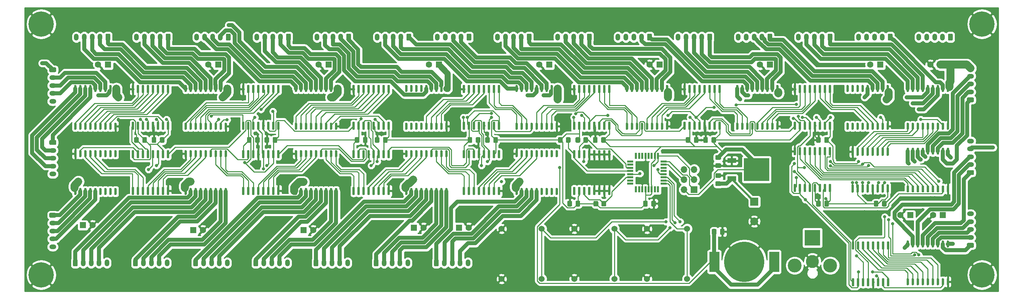
<source format=gbr>
%TF.GenerationSoftware,KiCad,Pcbnew,(5.1.10-1-10_14)*%
%TF.CreationDate,2021-09-29T23:31:10-07:00*%
%TF.ProjectId,stepper_clock,73746570-7065-4725-9f63-6c6f636b2e6b,rev?*%
%TF.SameCoordinates,Original*%
%TF.FileFunction,Copper,L1,Top*%
%TF.FilePolarity,Positive*%
%FSLAX46Y46*%
G04 Gerber Fmt 4.6, Leading zero omitted, Abs format (unit mm)*
G04 Created by KiCad (PCBNEW (5.1.10-1-10_14)) date 2021-09-29 23:31:10*
%MOMM*%
%LPD*%
G01*
G04 APERTURE LIST*
%TA.AperFunction,ComponentPad*%
%ADD10O,1.200000X1.750000*%
%TD*%
%TA.AperFunction,SMDPad,CuDef*%
%ADD11R,2.500000X5.100000*%
%TD*%
%TA.AperFunction,SMDPad,CuDef*%
%ADD12C,10.200000*%
%TD*%
%TA.AperFunction,ComponentPad*%
%ADD13R,4.000000X4.000000*%
%TD*%
%TA.AperFunction,ComponentPad*%
%ADD14C,3.300000*%
%TD*%
%TA.AperFunction,ComponentPad*%
%ADD15C,3.500000*%
%TD*%
%TA.AperFunction,ComponentPad*%
%ADD16R,1.700000X1.700000*%
%TD*%
%TA.AperFunction,ComponentPad*%
%ADD17O,1.700000X1.700000*%
%TD*%
%TA.AperFunction,ComponentPad*%
%ADD18O,1.750000X1.200000*%
%TD*%
%TA.AperFunction,ComponentPad*%
%ADD19C,1.524000*%
%TD*%
%TA.AperFunction,SMDPad,CuDef*%
%ADD20R,0.550000X1.600000*%
%TD*%
%TA.AperFunction,SMDPad,CuDef*%
%ADD21R,1.600000X0.550000*%
%TD*%
%TA.AperFunction,SMDPad,CuDef*%
%ADD22R,2.200000X1.200000*%
%TD*%
%TA.AperFunction,SMDPad,CuDef*%
%ADD23R,6.400000X5.800000*%
%TD*%
%TA.AperFunction,ComponentPad*%
%ADD24R,1.600000X1.600000*%
%TD*%
%TA.AperFunction,ComponentPad*%
%ADD25C,1.600000*%
%TD*%
%TA.AperFunction,ComponentPad*%
%ADD26R,2.000000X2.000000*%
%TD*%
%TA.AperFunction,ComponentPad*%
%ADD27C,2.000000*%
%TD*%
%TA.AperFunction,ComponentPad*%
%ADD28C,0.800000*%
%TD*%
%TA.AperFunction,ComponentPad*%
%ADD29C,6.400000*%
%TD*%
%TA.AperFunction,ViaPad*%
%ADD30C,0.800000*%
%TD*%
%TA.AperFunction,Conductor*%
%ADD31C,1.000000*%
%TD*%
%TA.AperFunction,Conductor*%
%ADD32C,0.254000*%
%TD*%
%TA.AperFunction,Conductor*%
%ADD33C,0.250000*%
%TD*%
%TA.AperFunction,Conductor*%
%ADD34C,2.000000*%
%TD*%
%TA.AperFunction,Conductor*%
%ADD35C,1.500000*%
%TD*%
%TA.AperFunction,Conductor*%
%ADD36C,0.500000*%
%TD*%
%TA.AperFunction,Conductor*%
%ADD37C,0.150000*%
%TD*%
G04 APERTURE END LIST*
%TO.P,U9,1*%
%TO.N,/digit 2/A19*%
%TA.AperFunction,SMDPad,CuDef*%
G36*
G01*
X70335000Y-22265000D02*
X70635000Y-22265000D01*
G75*
G02*
X70785000Y-22415000I0J-150000D01*
G01*
X70785000Y-24165000D01*
G75*
G02*
X70635000Y-24315000I-150000J0D01*
G01*
X70335000Y-24315000D01*
G75*
G02*
X70185000Y-24165000I0J150000D01*
G01*
X70185000Y-22415000D01*
G75*
G02*
X70335000Y-22265000I150000J0D01*
G01*
G37*
%TD.AperFunction*%
%TO.P,U9,2*%
%TO.N,/digit 2/A18*%
%TA.AperFunction,SMDPad,CuDef*%
G36*
G01*
X69065000Y-22265000D02*
X69365000Y-22265000D01*
G75*
G02*
X69515000Y-22415000I0J-150000D01*
G01*
X69515000Y-24165000D01*
G75*
G02*
X69365000Y-24315000I-150000J0D01*
G01*
X69065000Y-24315000D01*
G75*
G02*
X68915000Y-24165000I0J150000D01*
G01*
X68915000Y-22415000D01*
G75*
G02*
X69065000Y-22265000I150000J0D01*
G01*
G37*
%TD.AperFunction*%
%TO.P,U9,3*%
%TO.N,/digit 2/A17*%
%TA.AperFunction,SMDPad,CuDef*%
G36*
G01*
X67795000Y-22265000D02*
X68095000Y-22265000D01*
G75*
G02*
X68245000Y-22415000I0J-150000D01*
G01*
X68245000Y-24165000D01*
G75*
G02*
X68095000Y-24315000I-150000J0D01*
G01*
X67795000Y-24315000D01*
G75*
G02*
X67645000Y-24165000I0J150000D01*
G01*
X67645000Y-22415000D01*
G75*
G02*
X67795000Y-22265000I150000J0D01*
G01*
G37*
%TD.AperFunction*%
%TO.P,U9,4*%
%TO.N,/digit 2/A16*%
%TA.AperFunction,SMDPad,CuDef*%
G36*
G01*
X66525000Y-22265000D02*
X66825000Y-22265000D01*
G75*
G02*
X66975000Y-22415000I0J-150000D01*
G01*
X66975000Y-24165000D01*
G75*
G02*
X66825000Y-24315000I-150000J0D01*
G01*
X66525000Y-24315000D01*
G75*
G02*
X66375000Y-24165000I0J150000D01*
G01*
X66375000Y-22415000D01*
G75*
G02*
X66525000Y-22265000I150000J0D01*
G01*
G37*
%TD.AperFunction*%
%TO.P,U9,5*%
%TO.N,/digit 2/A15*%
%TA.AperFunction,SMDPad,CuDef*%
G36*
G01*
X65255000Y-22265000D02*
X65555000Y-22265000D01*
G75*
G02*
X65705000Y-22415000I0J-150000D01*
G01*
X65705000Y-24165000D01*
G75*
G02*
X65555000Y-24315000I-150000J0D01*
G01*
X65255000Y-24315000D01*
G75*
G02*
X65105000Y-24165000I0J150000D01*
G01*
X65105000Y-22415000D01*
G75*
G02*
X65255000Y-22265000I150000J0D01*
G01*
G37*
%TD.AperFunction*%
%TO.P,U9,6*%
%TO.N,/digit 2/A14*%
%TA.AperFunction,SMDPad,CuDef*%
G36*
G01*
X63985000Y-22265000D02*
X64285000Y-22265000D01*
G75*
G02*
X64435000Y-22415000I0J-150000D01*
G01*
X64435000Y-24165000D01*
G75*
G02*
X64285000Y-24315000I-150000J0D01*
G01*
X63985000Y-24315000D01*
G75*
G02*
X63835000Y-24165000I0J150000D01*
G01*
X63835000Y-22415000D01*
G75*
G02*
X63985000Y-22265000I150000J0D01*
G01*
G37*
%TD.AperFunction*%
%TO.P,U9,7*%
%TO.N,/digit 2/A13*%
%TA.AperFunction,SMDPad,CuDef*%
G36*
G01*
X62715000Y-22265000D02*
X63015000Y-22265000D01*
G75*
G02*
X63165000Y-22415000I0J-150000D01*
G01*
X63165000Y-24165000D01*
G75*
G02*
X63015000Y-24315000I-150000J0D01*
G01*
X62715000Y-24315000D01*
G75*
G02*
X62565000Y-24165000I0J150000D01*
G01*
X62565000Y-22415000D01*
G75*
G02*
X62715000Y-22265000I150000J0D01*
G01*
G37*
%TD.AperFunction*%
%TO.P,U9,8*%
%TO.N,GND*%
%TA.AperFunction,SMDPad,CuDef*%
G36*
G01*
X61445000Y-22265000D02*
X61745000Y-22265000D01*
G75*
G02*
X61895000Y-22415000I0J-150000D01*
G01*
X61895000Y-24165000D01*
G75*
G02*
X61745000Y-24315000I-150000J0D01*
G01*
X61445000Y-24315000D01*
G75*
G02*
X61295000Y-24165000I0J150000D01*
G01*
X61295000Y-22415000D01*
G75*
G02*
X61445000Y-22265000I150000J0D01*
G01*
G37*
%TD.AperFunction*%
%TO.P,U9,9*%
%TO.N,Net-(U8-Pad14)*%
%TA.AperFunction,SMDPad,CuDef*%
G36*
G01*
X61445000Y-31565000D02*
X61745000Y-31565000D01*
G75*
G02*
X61895000Y-31715000I0J-150000D01*
G01*
X61895000Y-33465000D01*
G75*
G02*
X61745000Y-33615000I-150000J0D01*
G01*
X61445000Y-33615000D01*
G75*
G02*
X61295000Y-33465000I0J150000D01*
G01*
X61295000Y-31715000D01*
G75*
G02*
X61445000Y-31565000I150000J0D01*
G01*
G37*
%TD.AperFunction*%
%TO.P,U9,10*%
%TO.N,+3V3*%
%TA.AperFunction,SMDPad,CuDef*%
G36*
G01*
X62715000Y-31565000D02*
X63015000Y-31565000D01*
G75*
G02*
X63165000Y-31715000I0J-150000D01*
G01*
X63165000Y-33465000D01*
G75*
G02*
X63015000Y-33615000I-150000J0D01*
G01*
X62715000Y-33615000D01*
G75*
G02*
X62565000Y-33465000I0J150000D01*
G01*
X62565000Y-31715000D01*
G75*
G02*
X62715000Y-31565000I150000J0D01*
G01*
G37*
%TD.AperFunction*%
%TO.P,U9,11*%
%TO.N,/SCK*%
%TA.AperFunction,SMDPad,CuDef*%
G36*
G01*
X63985000Y-31565000D02*
X64285000Y-31565000D01*
G75*
G02*
X64435000Y-31715000I0J-150000D01*
G01*
X64435000Y-33465000D01*
G75*
G02*
X64285000Y-33615000I-150000J0D01*
G01*
X63985000Y-33615000D01*
G75*
G02*
X63835000Y-33465000I0J150000D01*
G01*
X63835000Y-31715000D01*
G75*
G02*
X63985000Y-31565000I150000J0D01*
G01*
G37*
%TD.AperFunction*%
%TO.P,U9,12*%
%TO.N,/LATCH*%
%TA.AperFunction,SMDPad,CuDef*%
G36*
G01*
X65255000Y-31565000D02*
X65555000Y-31565000D01*
G75*
G02*
X65705000Y-31715000I0J-150000D01*
G01*
X65705000Y-33465000D01*
G75*
G02*
X65555000Y-33615000I-150000J0D01*
G01*
X65255000Y-33615000D01*
G75*
G02*
X65105000Y-33465000I0J150000D01*
G01*
X65105000Y-31715000D01*
G75*
G02*
X65255000Y-31565000I150000J0D01*
G01*
G37*
%TD.AperFunction*%
%TO.P,U9,13*%
%TO.N,GND*%
%TA.AperFunction,SMDPad,CuDef*%
G36*
G01*
X66525000Y-31565000D02*
X66825000Y-31565000D01*
G75*
G02*
X66975000Y-31715000I0J-150000D01*
G01*
X66975000Y-33465000D01*
G75*
G02*
X66825000Y-33615000I-150000J0D01*
G01*
X66525000Y-33615000D01*
G75*
G02*
X66375000Y-33465000I0J150000D01*
G01*
X66375000Y-31715000D01*
G75*
G02*
X66525000Y-31565000I150000J0D01*
G01*
G37*
%TD.AperFunction*%
%TO.P,U9,14*%
%TO.N,Net-(U10-Pad9)*%
%TA.AperFunction,SMDPad,CuDef*%
G36*
G01*
X67795000Y-31565000D02*
X68095000Y-31565000D01*
G75*
G02*
X68245000Y-31715000I0J-150000D01*
G01*
X68245000Y-33465000D01*
G75*
G02*
X68095000Y-33615000I-150000J0D01*
G01*
X67795000Y-33615000D01*
G75*
G02*
X67645000Y-33465000I0J150000D01*
G01*
X67645000Y-31715000D01*
G75*
G02*
X67795000Y-31565000I150000J0D01*
G01*
G37*
%TD.AperFunction*%
%TO.P,U9,15*%
%TO.N,/digit 2/A20*%
%TA.AperFunction,SMDPad,CuDef*%
G36*
G01*
X69065000Y-31565000D02*
X69365000Y-31565000D01*
G75*
G02*
X69515000Y-31715000I0J-150000D01*
G01*
X69515000Y-33465000D01*
G75*
G02*
X69365000Y-33615000I-150000J0D01*
G01*
X69065000Y-33615000D01*
G75*
G02*
X68915000Y-33465000I0J150000D01*
G01*
X68915000Y-31715000D01*
G75*
G02*
X69065000Y-31565000I150000J0D01*
G01*
G37*
%TD.AperFunction*%
%TO.P,U9,16*%
%TO.N,+3V3*%
%TA.AperFunction,SMDPad,CuDef*%
G36*
G01*
X70335000Y-31565000D02*
X70635000Y-31565000D01*
G75*
G02*
X70785000Y-31715000I0J-150000D01*
G01*
X70785000Y-33465000D01*
G75*
G02*
X70635000Y-33615000I-150000J0D01*
G01*
X70335000Y-33615000D01*
G75*
G02*
X70185000Y-33465000I0J150000D01*
G01*
X70185000Y-31715000D01*
G75*
G02*
X70335000Y-31565000I150000J0D01*
G01*
G37*
%TD.AperFunction*%
%TD*%
%TO.P,U31,1*%
%TO.N,/digit 4/A13*%
%TA.AperFunction,SMDPad,CuDef*%
G36*
G01*
X230020000Y-49465000D02*
X229720000Y-49465000D01*
G75*
G02*
X229570000Y-49315000I0J150000D01*
G01*
X229570000Y-47865000D01*
G75*
G02*
X229720000Y-47715000I150000J0D01*
G01*
X230020000Y-47715000D01*
G75*
G02*
X230170000Y-47865000I0J-150000D01*
G01*
X230170000Y-49315000D01*
G75*
G02*
X230020000Y-49465000I-150000J0D01*
G01*
G37*
%TD.AperFunction*%
%TO.P,U31,2*%
%TO.N,/digit 4/A14*%
%TA.AperFunction,SMDPad,CuDef*%
G36*
G01*
X231290000Y-49465000D02*
X230990000Y-49465000D01*
G75*
G02*
X230840000Y-49315000I0J150000D01*
G01*
X230840000Y-47865000D01*
G75*
G02*
X230990000Y-47715000I150000J0D01*
G01*
X231290000Y-47715000D01*
G75*
G02*
X231440000Y-47865000I0J-150000D01*
G01*
X231440000Y-49315000D01*
G75*
G02*
X231290000Y-49465000I-150000J0D01*
G01*
G37*
%TD.AperFunction*%
%TO.P,U31,3*%
%TO.N,/digit 4/A15*%
%TA.AperFunction,SMDPad,CuDef*%
G36*
G01*
X232560000Y-49465000D02*
X232260000Y-49465000D01*
G75*
G02*
X232110000Y-49315000I0J150000D01*
G01*
X232110000Y-47865000D01*
G75*
G02*
X232260000Y-47715000I150000J0D01*
G01*
X232560000Y-47715000D01*
G75*
G02*
X232710000Y-47865000I0J-150000D01*
G01*
X232710000Y-49315000D01*
G75*
G02*
X232560000Y-49465000I-150000J0D01*
G01*
G37*
%TD.AperFunction*%
%TO.P,U31,4*%
%TO.N,/digit 4/A16*%
%TA.AperFunction,SMDPad,CuDef*%
G36*
G01*
X233830000Y-49465000D02*
X233530000Y-49465000D01*
G75*
G02*
X233380000Y-49315000I0J150000D01*
G01*
X233380000Y-47865000D01*
G75*
G02*
X233530000Y-47715000I150000J0D01*
G01*
X233830000Y-47715000D01*
G75*
G02*
X233980000Y-47865000I0J-150000D01*
G01*
X233980000Y-49315000D01*
G75*
G02*
X233830000Y-49465000I-150000J0D01*
G01*
G37*
%TD.AperFunction*%
%TO.P,U31,5*%
%TO.N,/digit 4/A17*%
%TA.AperFunction,SMDPad,CuDef*%
G36*
G01*
X235100000Y-49465000D02*
X234800000Y-49465000D01*
G75*
G02*
X234650000Y-49315000I0J150000D01*
G01*
X234650000Y-47865000D01*
G75*
G02*
X234800000Y-47715000I150000J0D01*
G01*
X235100000Y-47715000D01*
G75*
G02*
X235250000Y-47865000I0J-150000D01*
G01*
X235250000Y-49315000D01*
G75*
G02*
X235100000Y-49465000I-150000J0D01*
G01*
G37*
%TD.AperFunction*%
%TO.P,U31,6*%
%TO.N,/digit 4/A18*%
%TA.AperFunction,SMDPad,CuDef*%
G36*
G01*
X236370000Y-49465000D02*
X236070000Y-49465000D01*
G75*
G02*
X235920000Y-49315000I0J150000D01*
G01*
X235920000Y-47865000D01*
G75*
G02*
X236070000Y-47715000I150000J0D01*
G01*
X236370000Y-47715000D01*
G75*
G02*
X236520000Y-47865000I0J-150000D01*
G01*
X236520000Y-49315000D01*
G75*
G02*
X236370000Y-49465000I-150000J0D01*
G01*
G37*
%TD.AperFunction*%
%TO.P,U31,7*%
%TO.N,/digit 4/A19*%
%TA.AperFunction,SMDPad,CuDef*%
G36*
G01*
X237640000Y-49465000D02*
X237340000Y-49465000D01*
G75*
G02*
X237190000Y-49315000I0J150000D01*
G01*
X237190000Y-47865000D01*
G75*
G02*
X237340000Y-47715000I150000J0D01*
G01*
X237640000Y-47715000D01*
G75*
G02*
X237790000Y-47865000I0J-150000D01*
G01*
X237790000Y-49315000D01*
G75*
G02*
X237640000Y-49465000I-150000J0D01*
G01*
G37*
%TD.AperFunction*%
%TO.P,U31,8*%
%TO.N,/digit 4/A20*%
%TA.AperFunction,SMDPad,CuDef*%
G36*
G01*
X238910000Y-49465000D02*
X238610000Y-49465000D01*
G75*
G02*
X238460000Y-49315000I0J150000D01*
G01*
X238460000Y-47865000D01*
G75*
G02*
X238610000Y-47715000I150000J0D01*
G01*
X238910000Y-47715000D01*
G75*
G02*
X239060000Y-47865000I0J-150000D01*
G01*
X239060000Y-49315000D01*
G75*
G02*
X238910000Y-49465000I-150000J0D01*
G01*
G37*
%TD.AperFunction*%
%TO.P,U31,9*%
%TO.N,GND*%
%TA.AperFunction,SMDPad,CuDef*%
G36*
G01*
X240180000Y-49465000D02*
X239880000Y-49465000D01*
G75*
G02*
X239730000Y-49315000I0J150000D01*
G01*
X239730000Y-47865000D01*
G75*
G02*
X239880000Y-47715000I150000J0D01*
G01*
X240180000Y-47715000D01*
G75*
G02*
X240330000Y-47865000I0J-150000D01*
G01*
X240330000Y-49315000D01*
G75*
G02*
X240180000Y-49465000I-150000J0D01*
G01*
G37*
%TD.AperFunction*%
%TO.P,U31,10*%
%TO.N,+5V*%
%TA.AperFunction,SMDPad,CuDef*%
G36*
G01*
X240180000Y-39915000D02*
X239880000Y-39915000D01*
G75*
G02*
X239730000Y-39765000I0J150000D01*
G01*
X239730000Y-38315000D01*
G75*
G02*
X239880000Y-38165000I150000J0D01*
G01*
X240180000Y-38165000D01*
G75*
G02*
X240330000Y-38315000I0J-150000D01*
G01*
X240330000Y-39765000D01*
G75*
G02*
X240180000Y-39915000I-150000J0D01*
G01*
G37*
%TD.AperFunction*%
%TO.P,U31,11*%
%TO.N,Net-(J26-Pad1)*%
%TA.AperFunction,SMDPad,CuDef*%
G36*
G01*
X238910000Y-39915000D02*
X238610000Y-39915000D01*
G75*
G02*
X238460000Y-39765000I0J150000D01*
G01*
X238460000Y-38315000D01*
G75*
G02*
X238610000Y-38165000I150000J0D01*
G01*
X238910000Y-38165000D01*
G75*
G02*
X239060000Y-38315000I0J-150000D01*
G01*
X239060000Y-39765000D01*
G75*
G02*
X238910000Y-39915000I-150000J0D01*
G01*
G37*
%TD.AperFunction*%
%TO.P,U31,12*%
%TO.N,Net-(J26-Pad2)*%
%TA.AperFunction,SMDPad,CuDef*%
G36*
G01*
X237640000Y-39915000D02*
X237340000Y-39915000D01*
G75*
G02*
X237190000Y-39765000I0J150000D01*
G01*
X237190000Y-38315000D01*
G75*
G02*
X237340000Y-38165000I150000J0D01*
G01*
X237640000Y-38165000D01*
G75*
G02*
X237790000Y-38315000I0J-150000D01*
G01*
X237790000Y-39765000D01*
G75*
G02*
X237640000Y-39915000I-150000J0D01*
G01*
G37*
%TD.AperFunction*%
%TO.P,U31,13*%
%TO.N,Net-(J26-Pad3)*%
%TA.AperFunction,SMDPad,CuDef*%
G36*
G01*
X236370000Y-39915000D02*
X236070000Y-39915000D01*
G75*
G02*
X235920000Y-39765000I0J150000D01*
G01*
X235920000Y-38315000D01*
G75*
G02*
X236070000Y-38165000I150000J0D01*
G01*
X236370000Y-38165000D01*
G75*
G02*
X236520000Y-38315000I0J-150000D01*
G01*
X236520000Y-39765000D01*
G75*
G02*
X236370000Y-39915000I-150000J0D01*
G01*
G37*
%TD.AperFunction*%
%TO.P,U31,14*%
%TO.N,Net-(J26-Pad4)*%
%TA.AperFunction,SMDPad,CuDef*%
G36*
G01*
X235100000Y-39915000D02*
X234800000Y-39915000D01*
G75*
G02*
X234650000Y-39765000I0J150000D01*
G01*
X234650000Y-38315000D01*
G75*
G02*
X234800000Y-38165000I150000J0D01*
G01*
X235100000Y-38165000D01*
G75*
G02*
X235250000Y-38315000I0J-150000D01*
G01*
X235250000Y-39765000D01*
G75*
G02*
X235100000Y-39915000I-150000J0D01*
G01*
G37*
%TD.AperFunction*%
%TO.P,U31,15*%
%TO.N,Net-(J27-Pad1)*%
%TA.AperFunction,SMDPad,CuDef*%
G36*
G01*
X233830000Y-39915000D02*
X233530000Y-39915000D01*
G75*
G02*
X233380000Y-39765000I0J150000D01*
G01*
X233380000Y-38315000D01*
G75*
G02*
X233530000Y-38165000I150000J0D01*
G01*
X233830000Y-38165000D01*
G75*
G02*
X233980000Y-38315000I0J-150000D01*
G01*
X233980000Y-39765000D01*
G75*
G02*
X233830000Y-39915000I-150000J0D01*
G01*
G37*
%TD.AperFunction*%
%TO.P,U31,16*%
%TO.N,Net-(J27-Pad2)*%
%TA.AperFunction,SMDPad,CuDef*%
G36*
G01*
X232560000Y-39915000D02*
X232260000Y-39915000D01*
G75*
G02*
X232110000Y-39765000I0J150000D01*
G01*
X232110000Y-38315000D01*
G75*
G02*
X232260000Y-38165000I150000J0D01*
G01*
X232560000Y-38165000D01*
G75*
G02*
X232710000Y-38315000I0J-150000D01*
G01*
X232710000Y-39765000D01*
G75*
G02*
X232560000Y-39915000I-150000J0D01*
G01*
G37*
%TD.AperFunction*%
%TO.P,U31,17*%
%TO.N,Net-(J27-Pad3)*%
%TA.AperFunction,SMDPad,CuDef*%
G36*
G01*
X231290000Y-39915000D02*
X230990000Y-39915000D01*
G75*
G02*
X230840000Y-39765000I0J150000D01*
G01*
X230840000Y-38315000D01*
G75*
G02*
X230990000Y-38165000I150000J0D01*
G01*
X231290000Y-38165000D01*
G75*
G02*
X231440000Y-38315000I0J-150000D01*
G01*
X231440000Y-39765000D01*
G75*
G02*
X231290000Y-39915000I-150000J0D01*
G01*
G37*
%TD.AperFunction*%
%TO.P,U31,18*%
%TO.N,Net-(J27-Pad4)*%
%TA.AperFunction,SMDPad,CuDef*%
G36*
G01*
X230020000Y-39915000D02*
X229720000Y-39915000D01*
G75*
G02*
X229570000Y-39765000I0J150000D01*
G01*
X229570000Y-38315000D01*
G75*
G02*
X229720000Y-38165000I150000J0D01*
G01*
X230020000Y-38165000D01*
G75*
G02*
X230170000Y-38315000I0J-150000D01*
G01*
X230170000Y-39765000D01*
G75*
G02*
X230020000Y-39915000I-150000J0D01*
G01*
G37*
%TD.AperFunction*%
%TD*%
%TO.P,U16,1*%
%TO.N,/digit 4/A19*%
%TA.AperFunction,SMDPad,CuDef*%
G36*
G01*
X210035000Y-38013000D02*
X210335000Y-38013000D01*
G75*
G02*
X210485000Y-38163000I0J-150000D01*
G01*
X210485000Y-39913000D01*
G75*
G02*
X210335000Y-40063000I-150000J0D01*
G01*
X210035000Y-40063000D01*
G75*
G02*
X209885000Y-39913000I0J150000D01*
G01*
X209885000Y-38163000D01*
G75*
G02*
X210035000Y-38013000I150000J0D01*
G01*
G37*
%TD.AperFunction*%
%TO.P,U16,2*%
%TO.N,/digit 4/A18*%
%TA.AperFunction,SMDPad,CuDef*%
G36*
G01*
X208765000Y-38013000D02*
X209065000Y-38013000D01*
G75*
G02*
X209215000Y-38163000I0J-150000D01*
G01*
X209215000Y-39913000D01*
G75*
G02*
X209065000Y-40063000I-150000J0D01*
G01*
X208765000Y-40063000D01*
G75*
G02*
X208615000Y-39913000I0J150000D01*
G01*
X208615000Y-38163000D01*
G75*
G02*
X208765000Y-38013000I150000J0D01*
G01*
G37*
%TD.AperFunction*%
%TO.P,U16,3*%
%TO.N,/digit 4/A17*%
%TA.AperFunction,SMDPad,CuDef*%
G36*
G01*
X207495000Y-38013000D02*
X207795000Y-38013000D01*
G75*
G02*
X207945000Y-38163000I0J-150000D01*
G01*
X207945000Y-39913000D01*
G75*
G02*
X207795000Y-40063000I-150000J0D01*
G01*
X207495000Y-40063000D01*
G75*
G02*
X207345000Y-39913000I0J150000D01*
G01*
X207345000Y-38163000D01*
G75*
G02*
X207495000Y-38013000I150000J0D01*
G01*
G37*
%TD.AperFunction*%
%TO.P,U16,4*%
%TO.N,/digit 4/A16*%
%TA.AperFunction,SMDPad,CuDef*%
G36*
G01*
X206225000Y-38013000D02*
X206525000Y-38013000D01*
G75*
G02*
X206675000Y-38163000I0J-150000D01*
G01*
X206675000Y-39913000D01*
G75*
G02*
X206525000Y-40063000I-150000J0D01*
G01*
X206225000Y-40063000D01*
G75*
G02*
X206075000Y-39913000I0J150000D01*
G01*
X206075000Y-38163000D01*
G75*
G02*
X206225000Y-38013000I150000J0D01*
G01*
G37*
%TD.AperFunction*%
%TO.P,U16,5*%
%TO.N,/digit 4/A15*%
%TA.AperFunction,SMDPad,CuDef*%
G36*
G01*
X204955000Y-38013000D02*
X205255000Y-38013000D01*
G75*
G02*
X205405000Y-38163000I0J-150000D01*
G01*
X205405000Y-39913000D01*
G75*
G02*
X205255000Y-40063000I-150000J0D01*
G01*
X204955000Y-40063000D01*
G75*
G02*
X204805000Y-39913000I0J150000D01*
G01*
X204805000Y-38163000D01*
G75*
G02*
X204955000Y-38013000I150000J0D01*
G01*
G37*
%TD.AperFunction*%
%TO.P,U16,6*%
%TO.N,/digit 4/A14*%
%TA.AperFunction,SMDPad,CuDef*%
G36*
G01*
X203685000Y-38013000D02*
X203985000Y-38013000D01*
G75*
G02*
X204135000Y-38163000I0J-150000D01*
G01*
X204135000Y-39913000D01*
G75*
G02*
X203985000Y-40063000I-150000J0D01*
G01*
X203685000Y-40063000D01*
G75*
G02*
X203535000Y-39913000I0J150000D01*
G01*
X203535000Y-38163000D01*
G75*
G02*
X203685000Y-38013000I150000J0D01*
G01*
G37*
%TD.AperFunction*%
%TO.P,U16,7*%
%TO.N,/digit 4/A13*%
%TA.AperFunction,SMDPad,CuDef*%
G36*
G01*
X202415000Y-38013000D02*
X202715000Y-38013000D01*
G75*
G02*
X202865000Y-38163000I0J-150000D01*
G01*
X202865000Y-39913000D01*
G75*
G02*
X202715000Y-40063000I-150000J0D01*
G01*
X202415000Y-40063000D01*
G75*
G02*
X202265000Y-39913000I0J150000D01*
G01*
X202265000Y-38163000D01*
G75*
G02*
X202415000Y-38013000I150000J0D01*
G01*
G37*
%TD.AperFunction*%
%TO.P,U16,8*%
%TO.N,GND*%
%TA.AperFunction,SMDPad,CuDef*%
G36*
G01*
X201145000Y-38013000D02*
X201445000Y-38013000D01*
G75*
G02*
X201595000Y-38163000I0J-150000D01*
G01*
X201595000Y-39913000D01*
G75*
G02*
X201445000Y-40063000I-150000J0D01*
G01*
X201145000Y-40063000D01*
G75*
G02*
X200995000Y-39913000I0J150000D01*
G01*
X200995000Y-38163000D01*
G75*
G02*
X201145000Y-38013000I150000J0D01*
G01*
G37*
%TD.AperFunction*%
%TO.P,U16,9*%
%TO.N,Net-(U15-Pad14)*%
%TA.AperFunction,SMDPad,CuDef*%
G36*
G01*
X201145000Y-47313000D02*
X201445000Y-47313000D01*
G75*
G02*
X201595000Y-47463000I0J-150000D01*
G01*
X201595000Y-49213000D01*
G75*
G02*
X201445000Y-49363000I-150000J0D01*
G01*
X201145000Y-49363000D01*
G75*
G02*
X200995000Y-49213000I0J150000D01*
G01*
X200995000Y-47463000D01*
G75*
G02*
X201145000Y-47313000I150000J0D01*
G01*
G37*
%TD.AperFunction*%
%TO.P,U16,10*%
%TO.N,+3V3*%
%TA.AperFunction,SMDPad,CuDef*%
G36*
G01*
X202415000Y-47313000D02*
X202715000Y-47313000D01*
G75*
G02*
X202865000Y-47463000I0J-150000D01*
G01*
X202865000Y-49213000D01*
G75*
G02*
X202715000Y-49363000I-150000J0D01*
G01*
X202415000Y-49363000D01*
G75*
G02*
X202265000Y-49213000I0J150000D01*
G01*
X202265000Y-47463000D01*
G75*
G02*
X202415000Y-47313000I150000J0D01*
G01*
G37*
%TD.AperFunction*%
%TO.P,U16,11*%
%TO.N,/SCK*%
%TA.AperFunction,SMDPad,CuDef*%
G36*
G01*
X203685000Y-47313000D02*
X203985000Y-47313000D01*
G75*
G02*
X204135000Y-47463000I0J-150000D01*
G01*
X204135000Y-49213000D01*
G75*
G02*
X203985000Y-49363000I-150000J0D01*
G01*
X203685000Y-49363000D01*
G75*
G02*
X203535000Y-49213000I0J150000D01*
G01*
X203535000Y-47463000D01*
G75*
G02*
X203685000Y-47313000I150000J0D01*
G01*
G37*
%TD.AperFunction*%
%TO.P,U16,12*%
%TO.N,/LATCH*%
%TA.AperFunction,SMDPad,CuDef*%
G36*
G01*
X204955000Y-47313000D02*
X205255000Y-47313000D01*
G75*
G02*
X205405000Y-47463000I0J-150000D01*
G01*
X205405000Y-49213000D01*
G75*
G02*
X205255000Y-49363000I-150000J0D01*
G01*
X204955000Y-49363000D01*
G75*
G02*
X204805000Y-49213000I0J150000D01*
G01*
X204805000Y-47463000D01*
G75*
G02*
X204955000Y-47313000I150000J0D01*
G01*
G37*
%TD.AperFunction*%
%TO.P,U16,13*%
%TO.N,GND*%
%TA.AperFunction,SMDPad,CuDef*%
G36*
G01*
X206225000Y-47313000D02*
X206525000Y-47313000D01*
G75*
G02*
X206675000Y-47463000I0J-150000D01*
G01*
X206675000Y-49213000D01*
G75*
G02*
X206525000Y-49363000I-150000J0D01*
G01*
X206225000Y-49363000D01*
G75*
G02*
X206075000Y-49213000I0J150000D01*
G01*
X206075000Y-47463000D01*
G75*
G02*
X206225000Y-47313000I150000J0D01*
G01*
G37*
%TD.AperFunction*%
%TO.P,U16,14*%
%TO.N,Net-(U16-Pad14)*%
%TA.AperFunction,SMDPad,CuDef*%
G36*
G01*
X207495000Y-47313000D02*
X207795000Y-47313000D01*
G75*
G02*
X207945000Y-47463000I0J-150000D01*
G01*
X207945000Y-49213000D01*
G75*
G02*
X207795000Y-49363000I-150000J0D01*
G01*
X207495000Y-49363000D01*
G75*
G02*
X207345000Y-49213000I0J150000D01*
G01*
X207345000Y-47463000D01*
G75*
G02*
X207495000Y-47313000I150000J0D01*
G01*
G37*
%TD.AperFunction*%
%TO.P,U16,15*%
%TO.N,/digit 4/A20*%
%TA.AperFunction,SMDPad,CuDef*%
G36*
G01*
X208765000Y-47313000D02*
X209065000Y-47313000D01*
G75*
G02*
X209215000Y-47463000I0J-150000D01*
G01*
X209215000Y-49213000D01*
G75*
G02*
X209065000Y-49363000I-150000J0D01*
G01*
X208765000Y-49363000D01*
G75*
G02*
X208615000Y-49213000I0J150000D01*
G01*
X208615000Y-47463000D01*
G75*
G02*
X208765000Y-47313000I150000J0D01*
G01*
G37*
%TD.AperFunction*%
%TO.P,U16,16*%
%TO.N,+3V3*%
%TA.AperFunction,SMDPad,CuDef*%
G36*
G01*
X210035000Y-47313000D02*
X210335000Y-47313000D01*
G75*
G02*
X210485000Y-47463000I0J-150000D01*
G01*
X210485000Y-49213000D01*
G75*
G02*
X210335000Y-49363000I-150000J0D01*
G01*
X210035000Y-49363000D01*
G75*
G02*
X209885000Y-49213000I0J150000D01*
G01*
X209885000Y-47463000D01*
G75*
G02*
X210035000Y-47313000I150000J0D01*
G01*
G37*
%TD.AperFunction*%
%TD*%
%TO.P,U15,1*%
%TO.N,/digit 4/A11*%
%TA.AperFunction,SMDPad,CuDef*%
G36*
G01*
X224640000Y-38140000D02*
X224940000Y-38140000D01*
G75*
G02*
X225090000Y-38290000I0J-150000D01*
G01*
X225090000Y-40040000D01*
G75*
G02*
X224940000Y-40190000I-150000J0D01*
G01*
X224640000Y-40190000D01*
G75*
G02*
X224490000Y-40040000I0J150000D01*
G01*
X224490000Y-38290000D01*
G75*
G02*
X224640000Y-38140000I150000J0D01*
G01*
G37*
%TD.AperFunction*%
%TO.P,U15,2*%
%TO.N,/digit 4/A10*%
%TA.AperFunction,SMDPad,CuDef*%
G36*
G01*
X223370000Y-38140000D02*
X223670000Y-38140000D01*
G75*
G02*
X223820000Y-38290000I0J-150000D01*
G01*
X223820000Y-40040000D01*
G75*
G02*
X223670000Y-40190000I-150000J0D01*
G01*
X223370000Y-40190000D01*
G75*
G02*
X223220000Y-40040000I0J150000D01*
G01*
X223220000Y-38290000D01*
G75*
G02*
X223370000Y-38140000I150000J0D01*
G01*
G37*
%TD.AperFunction*%
%TO.P,U15,3*%
%TO.N,/digit 4/A9*%
%TA.AperFunction,SMDPad,CuDef*%
G36*
G01*
X222100000Y-38140000D02*
X222400000Y-38140000D01*
G75*
G02*
X222550000Y-38290000I0J-150000D01*
G01*
X222550000Y-40040000D01*
G75*
G02*
X222400000Y-40190000I-150000J0D01*
G01*
X222100000Y-40190000D01*
G75*
G02*
X221950000Y-40040000I0J150000D01*
G01*
X221950000Y-38290000D01*
G75*
G02*
X222100000Y-38140000I150000J0D01*
G01*
G37*
%TD.AperFunction*%
%TO.P,U15,4*%
%TO.N,/digit 4/A8*%
%TA.AperFunction,SMDPad,CuDef*%
G36*
G01*
X220830000Y-38140000D02*
X221130000Y-38140000D01*
G75*
G02*
X221280000Y-38290000I0J-150000D01*
G01*
X221280000Y-40040000D01*
G75*
G02*
X221130000Y-40190000I-150000J0D01*
G01*
X220830000Y-40190000D01*
G75*
G02*
X220680000Y-40040000I0J150000D01*
G01*
X220680000Y-38290000D01*
G75*
G02*
X220830000Y-38140000I150000J0D01*
G01*
G37*
%TD.AperFunction*%
%TO.P,U15,5*%
%TO.N,/digit 4/A7*%
%TA.AperFunction,SMDPad,CuDef*%
G36*
G01*
X219560000Y-38140000D02*
X219860000Y-38140000D01*
G75*
G02*
X220010000Y-38290000I0J-150000D01*
G01*
X220010000Y-40040000D01*
G75*
G02*
X219860000Y-40190000I-150000J0D01*
G01*
X219560000Y-40190000D01*
G75*
G02*
X219410000Y-40040000I0J150000D01*
G01*
X219410000Y-38290000D01*
G75*
G02*
X219560000Y-38140000I150000J0D01*
G01*
G37*
%TD.AperFunction*%
%TO.P,U15,6*%
%TO.N,/digit 4/A6*%
%TA.AperFunction,SMDPad,CuDef*%
G36*
G01*
X218290000Y-38140000D02*
X218590000Y-38140000D01*
G75*
G02*
X218740000Y-38290000I0J-150000D01*
G01*
X218740000Y-40040000D01*
G75*
G02*
X218590000Y-40190000I-150000J0D01*
G01*
X218290000Y-40190000D01*
G75*
G02*
X218140000Y-40040000I0J150000D01*
G01*
X218140000Y-38290000D01*
G75*
G02*
X218290000Y-38140000I150000J0D01*
G01*
G37*
%TD.AperFunction*%
%TO.P,U15,7*%
%TO.N,/digit 4/A5*%
%TA.AperFunction,SMDPad,CuDef*%
G36*
G01*
X217020000Y-38140000D02*
X217320000Y-38140000D01*
G75*
G02*
X217470000Y-38290000I0J-150000D01*
G01*
X217470000Y-40040000D01*
G75*
G02*
X217320000Y-40190000I-150000J0D01*
G01*
X217020000Y-40190000D01*
G75*
G02*
X216870000Y-40040000I0J150000D01*
G01*
X216870000Y-38290000D01*
G75*
G02*
X217020000Y-38140000I150000J0D01*
G01*
G37*
%TD.AperFunction*%
%TO.P,U15,8*%
%TO.N,GND*%
%TA.AperFunction,SMDPad,CuDef*%
G36*
G01*
X215750000Y-38140000D02*
X216050000Y-38140000D01*
G75*
G02*
X216200000Y-38290000I0J-150000D01*
G01*
X216200000Y-40040000D01*
G75*
G02*
X216050000Y-40190000I-150000J0D01*
G01*
X215750000Y-40190000D01*
G75*
G02*
X215600000Y-40040000I0J150000D01*
G01*
X215600000Y-38290000D01*
G75*
G02*
X215750000Y-38140000I150000J0D01*
G01*
G37*
%TD.AperFunction*%
%TO.P,U15,9*%
%TO.N,Net-(U14-Pad14)*%
%TA.AperFunction,SMDPad,CuDef*%
G36*
G01*
X215750000Y-47440000D02*
X216050000Y-47440000D01*
G75*
G02*
X216200000Y-47590000I0J-150000D01*
G01*
X216200000Y-49340000D01*
G75*
G02*
X216050000Y-49490000I-150000J0D01*
G01*
X215750000Y-49490000D01*
G75*
G02*
X215600000Y-49340000I0J150000D01*
G01*
X215600000Y-47590000D01*
G75*
G02*
X215750000Y-47440000I150000J0D01*
G01*
G37*
%TD.AperFunction*%
%TO.P,U15,10*%
%TO.N,+3V3*%
%TA.AperFunction,SMDPad,CuDef*%
G36*
G01*
X217020000Y-47440000D02*
X217320000Y-47440000D01*
G75*
G02*
X217470000Y-47590000I0J-150000D01*
G01*
X217470000Y-49340000D01*
G75*
G02*
X217320000Y-49490000I-150000J0D01*
G01*
X217020000Y-49490000D01*
G75*
G02*
X216870000Y-49340000I0J150000D01*
G01*
X216870000Y-47590000D01*
G75*
G02*
X217020000Y-47440000I150000J0D01*
G01*
G37*
%TD.AperFunction*%
%TO.P,U15,11*%
%TO.N,/SCK*%
%TA.AperFunction,SMDPad,CuDef*%
G36*
G01*
X218290000Y-47440000D02*
X218590000Y-47440000D01*
G75*
G02*
X218740000Y-47590000I0J-150000D01*
G01*
X218740000Y-49340000D01*
G75*
G02*
X218590000Y-49490000I-150000J0D01*
G01*
X218290000Y-49490000D01*
G75*
G02*
X218140000Y-49340000I0J150000D01*
G01*
X218140000Y-47590000D01*
G75*
G02*
X218290000Y-47440000I150000J0D01*
G01*
G37*
%TD.AperFunction*%
%TO.P,U15,12*%
%TO.N,/LATCH*%
%TA.AperFunction,SMDPad,CuDef*%
G36*
G01*
X219560000Y-47440000D02*
X219860000Y-47440000D01*
G75*
G02*
X220010000Y-47590000I0J-150000D01*
G01*
X220010000Y-49340000D01*
G75*
G02*
X219860000Y-49490000I-150000J0D01*
G01*
X219560000Y-49490000D01*
G75*
G02*
X219410000Y-49340000I0J150000D01*
G01*
X219410000Y-47590000D01*
G75*
G02*
X219560000Y-47440000I150000J0D01*
G01*
G37*
%TD.AperFunction*%
%TO.P,U15,13*%
%TO.N,GND*%
%TA.AperFunction,SMDPad,CuDef*%
G36*
G01*
X220830000Y-47440000D02*
X221130000Y-47440000D01*
G75*
G02*
X221280000Y-47590000I0J-150000D01*
G01*
X221280000Y-49340000D01*
G75*
G02*
X221130000Y-49490000I-150000J0D01*
G01*
X220830000Y-49490000D01*
G75*
G02*
X220680000Y-49340000I0J150000D01*
G01*
X220680000Y-47590000D01*
G75*
G02*
X220830000Y-47440000I150000J0D01*
G01*
G37*
%TD.AperFunction*%
%TO.P,U15,14*%
%TO.N,Net-(U15-Pad14)*%
%TA.AperFunction,SMDPad,CuDef*%
G36*
G01*
X222100000Y-47440000D02*
X222400000Y-47440000D01*
G75*
G02*
X222550000Y-47590000I0J-150000D01*
G01*
X222550000Y-49340000D01*
G75*
G02*
X222400000Y-49490000I-150000J0D01*
G01*
X222100000Y-49490000D01*
G75*
G02*
X221950000Y-49340000I0J150000D01*
G01*
X221950000Y-47590000D01*
G75*
G02*
X222100000Y-47440000I150000J0D01*
G01*
G37*
%TD.AperFunction*%
%TO.P,U15,15*%
%TO.N,/digit 4/A12*%
%TA.AperFunction,SMDPad,CuDef*%
G36*
G01*
X223370000Y-47440000D02*
X223670000Y-47440000D01*
G75*
G02*
X223820000Y-47590000I0J-150000D01*
G01*
X223820000Y-49340000D01*
G75*
G02*
X223670000Y-49490000I-150000J0D01*
G01*
X223370000Y-49490000D01*
G75*
G02*
X223220000Y-49340000I0J150000D01*
G01*
X223220000Y-47590000D01*
G75*
G02*
X223370000Y-47440000I150000J0D01*
G01*
G37*
%TD.AperFunction*%
%TO.P,U15,16*%
%TO.N,+3V3*%
%TA.AperFunction,SMDPad,CuDef*%
G36*
G01*
X224640000Y-47440000D02*
X224940000Y-47440000D01*
G75*
G02*
X225090000Y-47590000I0J-150000D01*
G01*
X225090000Y-49340000D01*
G75*
G02*
X224940000Y-49490000I-150000J0D01*
G01*
X224640000Y-49490000D01*
G75*
G02*
X224490000Y-49340000I0J150000D01*
G01*
X224490000Y-47590000D01*
G75*
G02*
X224640000Y-47440000I150000J0D01*
G01*
G37*
%TD.AperFunction*%
%TD*%
%TO.P,J9,1*%
%TO.N,Net-(J9-Pad1)*%
%TA.AperFunction,ComponentPad*%
G36*
G01*
X109890000Y-67935001D02*
X109890000Y-66684999D01*
G75*
G02*
X110139999Y-66435000I249999J0D01*
G01*
X110840001Y-66435000D01*
G75*
G02*
X111090000Y-66684999I0J-249999D01*
G01*
X111090000Y-67935001D01*
G75*
G02*
X110840001Y-68185000I-249999J0D01*
G01*
X110139999Y-68185000D01*
G75*
G02*
X109890000Y-67935001I0J249999D01*
G01*
G37*
%TD.AperFunction*%
D10*
%TO.P,J9,2*%
%TO.N,Net-(J9-Pad2)*%
X112490000Y-67310000D03*
%TO.P,J9,3*%
%TO.N,Net-(J9-Pad3)*%
X114490000Y-67310000D03*
%TO.P,J9,4*%
%TO.N,Net-(J9-Pad4)*%
X116490000Y-67310000D03*
%TO.P,J9,5*%
%TO.N,+5V*%
X118490000Y-67310000D03*
%TD*%
%TO.P,J8,1*%
%TO.N,Net-(J8-Pad1)*%
%TA.AperFunction,ComponentPad*%
G36*
G01*
X94650000Y-67935001D02*
X94650000Y-66684999D01*
G75*
G02*
X94899999Y-66435000I249999J0D01*
G01*
X95600001Y-66435000D01*
G75*
G02*
X95850000Y-66684999I0J-249999D01*
G01*
X95850000Y-67935001D01*
G75*
G02*
X95600001Y-68185000I-249999J0D01*
G01*
X94899999Y-68185000D01*
G75*
G02*
X94650000Y-67935001I0J249999D01*
G01*
G37*
%TD.AperFunction*%
%TO.P,J8,2*%
%TO.N,Net-(J8-Pad2)*%
X97250000Y-67310000D03*
%TO.P,J8,3*%
%TO.N,Net-(J8-Pad3)*%
X99250000Y-67310000D03*
%TO.P,J8,4*%
%TO.N,Net-(J8-Pad4)*%
X101250000Y-67310000D03*
%TO.P,J8,5*%
%TO.N,+5V*%
X103250000Y-67310000D03*
%TD*%
%TO.P,J3,1*%
%TO.N,Net-(J3-Pad1)*%
%TA.AperFunction,ComponentPad*%
G36*
G01*
X18450000Y-67935001D02*
X18450000Y-66684999D01*
G75*
G02*
X18699999Y-66435000I249999J0D01*
G01*
X19400001Y-66435000D01*
G75*
G02*
X19650000Y-66684999I0J-249999D01*
G01*
X19650000Y-67935001D01*
G75*
G02*
X19400001Y-68185000I-249999J0D01*
G01*
X18699999Y-68185000D01*
G75*
G02*
X18450000Y-67935001I0J249999D01*
G01*
G37*
%TD.AperFunction*%
%TO.P,J3,2*%
%TO.N,Net-(J3-Pad2)*%
X21050000Y-67310000D03*
%TO.P,J3,3*%
%TO.N,Net-(J3-Pad3)*%
X23050000Y-67310000D03*
%TO.P,J3,4*%
%TO.N,Net-(J3-Pad4)*%
X25050000Y-67310000D03*
%TO.P,J3,5*%
%TO.N,+5V*%
X27050000Y-67310000D03*
%TD*%
%TO.P,J4,5*%
%TO.N,+5V*%
X42290000Y-67310000D03*
%TO.P,J4,4*%
%TO.N,Net-(J4-Pad4)*%
X40290000Y-67310000D03*
%TO.P,J4,3*%
%TO.N,Net-(J4-Pad3)*%
X38290000Y-67310000D03*
%TO.P,J4,2*%
%TO.N,Net-(J4-Pad2)*%
X36290000Y-67310000D03*
%TO.P,J4,1*%
%TO.N,Net-(J4-Pad1)*%
%TA.AperFunction,ComponentPad*%
G36*
G01*
X33690000Y-67935001D02*
X33690000Y-66684999D01*
G75*
G02*
X33939999Y-66435000I249999J0D01*
G01*
X34640001Y-66435000D01*
G75*
G02*
X34890000Y-66684999I0J-249999D01*
G01*
X34890000Y-67935001D01*
G75*
G02*
X34640001Y-68185000I-249999J0D01*
G01*
X33939999Y-68185000D01*
G75*
G02*
X33690000Y-67935001I0J249999D01*
G01*
G37*
%TD.AperFunction*%
%TD*%
D11*
%TO.P,BT1,1*%
%TO.N,Net-(BT1-Pad1)*%
X180868000Y-67056000D03*
X196068000Y-67056000D03*
D12*
%TO.P,BT1,2*%
%TO.N,GND*%
X188468000Y-67056000D03*
%TD*%
%TO.P,C2,1*%
%TO.N,+5V*%
%TA.AperFunction,SMDPad,CuDef*%
G36*
G01*
X182339000Y-47853000D02*
X181389000Y-47853000D01*
G75*
G02*
X181139000Y-47603000I0J250000D01*
G01*
X181139000Y-46928000D01*
G75*
G02*
X181389000Y-46678000I250000J0D01*
G01*
X182339000Y-46678000D01*
G75*
G02*
X182589000Y-46928000I0J-250000D01*
G01*
X182589000Y-47603000D01*
G75*
G02*
X182339000Y-47853000I-250000J0D01*
G01*
G37*
%TD.AperFunction*%
%TO.P,C2,2*%
%TO.N,GND*%
%TA.AperFunction,SMDPad,CuDef*%
G36*
G01*
X182339000Y-45778000D02*
X181389000Y-45778000D01*
G75*
G02*
X181139000Y-45528000I0J250000D01*
G01*
X181139000Y-44853000D01*
G75*
G02*
X181389000Y-44603000I250000J0D01*
G01*
X182339000Y-44603000D01*
G75*
G02*
X182589000Y-44853000I0J-250000D01*
G01*
X182589000Y-45528000D01*
G75*
G02*
X182339000Y-45778000I-250000J0D01*
G01*
G37*
%TD.AperFunction*%
%TD*%
%TO.P,C3,1*%
%TO.N,+3V3*%
%TA.AperFunction,SMDPad,CuDef*%
G36*
G01*
X181389000Y-40031000D02*
X182339000Y-40031000D01*
G75*
G02*
X182589000Y-40281000I0J-250000D01*
G01*
X182589000Y-40956000D01*
G75*
G02*
X182339000Y-41206000I-250000J0D01*
G01*
X181389000Y-41206000D01*
G75*
G02*
X181139000Y-40956000I0J250000D01*
G01*
X181139000Y-40281000D01*
G75*
G02*
X181389000Y-40031000I250000J0D01*
G01*
G37*
%TD.AperFunction*%
%TO.P,C3,2*%
%TO.N,GND*%
%TA.AperFunction,SMDPad,CuDef*%
G36*
G01*
X181389000Y-42106000D02*
X182339000Y-42106000D01*
G75*
G02*
X182589000Y-42356000I0J-250000D01*
G01*
X182589000Y-43031000D01*
G75*
G02*
X182339000Y-43281000I-250000J0D01*
G01*
X181389000Y-43281000D01*
G75*
G02*
X181139000Y-43031000I0J250000D01*
G01*
X181139000Y-42356000D01*
G75*
G02*
X181389000Y-42106000I250000J0D01*
G01*
G37*
%TD.AperFunction*%
%TD*%
%TO.P,C4,1*%
%TO.N,+3V3*%
%TA.AperFunction,SMDPad,CuDef*%
G36*
G01*
X162840000Y-52799000D02*
X162840000Y-51849000D01*
G75*
G02*
X163090000Y-51599000I250000J0D01*
G01*
X163765000Y-51599000D01*
G75*
G02*
X164015000Y-51849000I0J-250000D01*
G01*
X164015000Y-52799000D01*
G75*
G02*
X163765000Y-53049000I-250000J0D01*
G01*
X163090000Y-53049000D01*
G75*
G02*
X162840000Y-52799000I0J250000D01*
G01*
G37*
%TD.AperFunction*%
%TO.P,C4,2*%
%TO.N,GND*%
%TA.AperFunction,SMDPad,CuDef*%
G36*
G01*
X164915000Y-52799000D02*
X164915000Y-51849000D01*
G75*
G02*
X165165000Y-51599000I250000J0D01*
G01*
X165840000Y-51599000D01*
G75*
G02*
X166090000Y-51849000I0J-250000D01*
G01*
X166090000Y-52799000D01*
G75*
G02*
X165840000Y-53049000I-250000J0D01*
G01*
X165165000Y-53049000D01*
G75*
G02*
X164915000Y-52799000I0J250000D01*
G01*
G37*
%TD.AperFunction*%
%TD*%
%TO.P,C5,2*%
%TO.N,GND*%
%TA.AperFunction,SMDPad,CuDef*%
G36*
G01*
X144838000Y-51849000D02*
X144838000Y-52799000D01*
G75*
G02*
X144588000Y-53049000I-250000J0D01*
G01*
X143913000Y-53049000D01*
G75*
G02*
X143663000Y-52799000I0J250000D01*
G01*
X143663000Y-51849000D01*
G75*
G02*
X143913000Y-51599000I250000J0D01*
G01*
X144588000Y-51599000D01*
G75*
G02*
X144838000Y-51849000I0J-250000D01*
G01*
G37*
%TD.AperFunction*%
%TO.P,C5,1*%
%TO.N,+3V3*%
%TA.AperFunction,SMDPad,CuDef*%
G36*
G01*
X146913000Y-51849000D02*
X146913000Y-52799000D01*
G75*
G02*
X146663000Y-53049000I-250000J0D01*
G01*
X145988000Y-53049000D01*
G75*
G02*
X145738000Y-52799000I0J250000D01*
G01*
X145738000Y-51849000D01*
G75*
G02*
X145988000Y-51599000I250000J0D01*
G01*
X146663000Y-51599000D01*
G75*
G02*
X146913000Y-51849000I0J-250000D01*
G01*
G37*
%TD.AperFunction*%
%TD*%
%TO.P,C6,2*%
%TO.N,Net-(BT1-Pad1)*%
%TA.AperFunction,SMDPad,CuDef*%
G36*
G01*
X181414000Y-58961000D02*
X181414000Y-59911000D01*
G75*
G02*
X181164000Y-60161000I-250000J0D01*
G01*
X180489000Y-60161000D01*
G75*
G02*
X180239000Y-59911000I0J250000D01*
G01*
X180239000Y-58961000D01*
G75*
G02*
X180489000Y-58711000I250000J0D01*
G01*
X181164000Y-58711000D01*
G75*
G02*
X181414000Y-58961000I0J-250000D01*
G01*
G37*
%TD.AperFunction*%
%TO.P,C6,1*%
%TO.N,GND*%
%TA.AperFunction,SMDPad,CuDef*%
G36*
G01*
X183489000Y-58961000D02*
X183489000Y-59911000D01*
G75*
G02*
X183239000Y-60161000I-250000J0D01*
G01*
X182564000Y-60161000D01*
G75*
G02*
X182314000Y-59911000I0J250000D01*
G01*
X182314000Y-58961000D01*
G75*
G02*
X182564000Y-58711000I250000J0D01*
G01*
X183239000Y-58711000D01*
G75*
G02*
X183489000Y-58961000I0J-250000D01*
G01*
G37*
%TD.AperFunction*%
%TD*%
%TO.P,C7,1*%
%TO.N,GND*%
%TA.AperFunction,SMDPad,CuDef*%
G36*
G01*
X122835000Y-36670000D02*
X122835000Y-35720000D01*
G75*
G02*
X123085000Y-35470000I250000J0D01*
G01*
X123760000Y-35470000D01*
G75*
G02*
X124010000Y-35720000I0J-250000D01*
G01*
X124010000Y-36670000D01*
G75*
G02*
X123760000Y-36920000I-250000J0D01*
G01*
X123085000Y-36920000D01*
G75*
G02*
X122835000Y-36670000I0J250000D01*
G01*
G37*
%TD.AperFunction*%
%TO.P,C7,2*%
%TO.N,+3V3*%
%TA.AperFunction,SMDPad,CuDef*%
G36*
G01*
X124910000Y-36670000D02*
X124910000Y-35720000D01*
G75*
G02*
X125160000Y-35470000I250000J0D01*
G01*
X125835000Y-35470000D01*
G75*
G02*
X126085000Y-35720000I0J-250000D01*
G01*
X126085000Y-36670000D01*
G75*
G02*
X125835000Y-36920000I-250000J0D01*
G01*
X125160000Y-36920000D01*
G75*
G02*
X124910000Y-36670000I0J250000D01*
G01*
G37*
%TD.AperFunction*%
%TD*%
%TO.P,C8,1*%
%TO.N,GND*%
%TA.AperFunction,SMDPad,CuDef*%
G36*
G01*
X93065000Y-35720000D02*
X93065000Y-36670000D01*
G75*
G02*
X92815000Y-36920000I-250000J0D01*
G01*
X92140000Y-36920000D01*
G75*
G02*
X91890000Y-36670000I0J250000D01*
G01*
X91890000Y-35720000D01*
G75*
G02*
X92140000Y-35470000I250000J0D01*
G01*
X92815000Y-35470000D01*
G75*
G02*
X93065000Y-35720000I0J-250000D01*
G01*
G37*
%TD.AperFunction*%
%TO.P,C8,2*%
%TO.N,+3V3*%
%TA.AperFunction,SMDPad,CuDef*%
G36*
G01*
X90990000Y-35720000D02*
X90990000Y-36670000D01*
G75*
G02*
X90740000Y-36920000I-250000J0D01*
G01*
X90065000Y-36920000D01*
G75*
G02*
X89815000Y-36670000I0J250000D01*
G01*
X89815000Y-35720000D01*
G75*
G02*
X90065000Y-35470000I250000J0D01*
G01*
X90740000Y-35470000D01*
G75*
G02*
X90990000Y-35720000I0J-250000D01*
G01*
G37*
%TD.AperFunction*%
%TD*%
%TO.P,C9,2*%
%TO.N,+3V3*%
%TA.AperFunction,SMDPad,CuDef*%
G36*
G01*
X69030000Y-36670000D02*
X69030000Y-35720000D01*
G75*
G02*
X69280000Y-35470000I250000J0D01*
G01*
X69955000Y-35470000D01*
G75*
G02*
X70205000Y-35720000I0J-250000D01*
G01*
X70205000Y-36670000D01*
G75*
G02*
X69955000Y-36920000I-250000J0D01*
G01*
X69280000Y-36920000D01*
G75*
G02*
X69030000Y-36670000I0J250000D01*
G01*
G37*
%TD.AperFunction*%
%TO.P,C9,1*%
%TO.N,GND*%
%TA.AperFunction,SMDPad,CuDef*%
G36*
G01*
X66955000Y-36670000D02*
X66955000Y-35720000D01*
G75*
G02*
X67205000Y-35470000I250000J0D01*
G01*
X67880000Y-35470000D01*
G75*
G02*
X68130000Y-35720000I0J-250000D01*
G01*
X68130000Y-36670000D01*
G75*
G02*
X67880000Y-36920000I-250000J0D01*
G01*
X67205000Y-36920000D01*
G75*
G02*
X66955000Y-36670000I0J250000D01*
G01*
G37*
%TD.AperFunction*%
%TD*%
%TO.P,C10,2*%
%TO.N,+3V3*%
%TA.AperFunction,SMDPad,CuDef*%
G36*
G01*
X36010000Y-36670000D02*
X36010000Y-35720000D01*
G75*
G02*
X36260000Y-35470000I250000J0D01*
G01*
X36935000Y-35470000D01*
G75*
G02*
X37185000Y-35720000I0J-250000D01*
G01*
X37185000Y-36670000D01*
G75*
G02*
X36935000Y-36920000I-250000J0D01*
G01*
X36260000Y-36920000D01*
G75*
G02*
X36010000Y-36670000I0J250000D01*
G01*
G37*
%TD.AperFunction*%
%TO.P,C10,1*%
%TO.N,GND*%
%TA.AperFunction,SMDPad,CuDef*%
G36*
G01*
X33935000Y-36670000D02*
X33935000Y-35720000D01*
G75*
G02*
X34185000Y-35470000I250000J0D01*
G01*
X34860000Y-35470000D01*
G75*
G02*
X35110000Y-35720000I0J-250000D01*
G01*
X35110000Y-36670000D01*
G75*
G02*
X34860000Y-36920000I-250000J0D01*
G01*
X34185000Y-36920000D01*
G75*
G02*
X33935000Y-36670000I0J250000D01*
G01*
G37*
%TD.AperFunction*%
%TD*%
%TO.P,C11,2*%
%TO.N,+3V3*%
%TA.AperFunction,SMDPad,CuDef*%
G36*
G01*
X40455000Y-36670000D02*
X40455000Y-35720000D01*
G75*
G02*
X40705000Y-35470000I250000J0D01*
G01*
X41380000Y-35470000D01*
G75*
G02*
X41630000Y-35720000I0J-250000D01*
G01*
X41630000Y-36670000D01*
G75*
G02*
X41380000Y-36920000I-250000J0D01*
G01*
X40705000Y-36920000D01*
G75*
G02*
X40455000Y-36670000I0J250000D01*
G01*
G37*
%TD.AperFunction*%
%TO.P,C11,1*%
%TO.N,GND*%
%TA.AperFunction,SMDPad,CuDef*%
G36*
G01*
X38380000Y-36670000D02*
X38380000Y-35720000D01*
G75*
G02*
X38630000Y-35470000I250000J0D01*
G01*
X39305000Y-35470000D01*
G75*
G02*
X39555000Y-35720000I0J-250000D01*
G01*
X39555000Y-36670000D01*
G75*
G02*
X39305000Y-36920000I-250000J0D01*
G01*
X38630000Y-36920000D01*
G75*
G02*
X38380000Y-36670000I0J250000D01*
G01*
G37*
%TD.AperFunction*%
%TD*%
%TO.P,C12,2*%
%TO.N,+3V3*%
%TA.AperFunction,SMDPad,CuDef*%
G36*
G01*
X63685000Y-35720000D02*
X63685000Y-36670000D01*
G75*
G02*
X63435000Y-36920000I-250000J0D01*
G01*
X62760000Y-36920000D01*
G75*
G02*
X62510000Y-36670000I0J250000D01*
G01*
X62510000Y-35720000D01*
G75*
G02*
X62760000Y-35470000I250000J0D01*
G01*
X63435000Y-35470000D01*
G75*
G02*
X63685000Y-35720000I0J-250000D01*
G01*
G37*
%TD.AperFunction*%
%TO.P,C12,1*%
%TO.N,GND*%
%TA.AperFunction,SMDPad,CuDef*%
G36*
G01*
X65760000Y-35720000D02*
X65760000Y-36670000D01*
G75*
G02*
X65510000Y-36920000I-250000J0D01*
G01*
X64835000Y-36920000D01*
G75*
G02*
X64585000Y-36670000I0J250000D01*
G01*
X64585000Y-35720000D01*
G75*
G02*
X64835000Y-35470000I250000J0D01*
G01*
X65510000Y-35470000D01*
G75*
G02*
X65760000Y-35720000I0J-250000D01*
G01*
G37*
%TD.AperFunction*%
%TD*%
%TO.P,C13,2*%
%TO.N,+3V3*%
%TA.AperFunction,SMDPad,CuDef*%
G36*
G01*
X96970000Y-36670000D02*
X96970000Y-35720000D01*
G75*
G02*
X97220000Y-35470000I250000J0D01*
G01*
X97895000Y-35470000D01*
G75*
G02*
X98145000Y-35720000I0J-250000D01*
G01*
X98145000Y-36670000D01*
G75*
G02*
X97895000Y-36920000I-250000J0D01*
G01*
X97220000Y-36920000D01*
G75*
G02*
X96970000Y-36670000I0J250000D01*
G01*
G37*
%TD.AperFunction*%
%TO.P,C13,1*%
%TO.N,GND*%
%TA.AperFunction,SMDPad,CuDef*%
G36*
G01*
X94895000Y-36670000D02*
X94895000Y-35720000D01*
G75*
G02*
X95145000Y-35470000I250000J0D01*
G01*
X95820000Y-35470000D01*
G75*
G02*
X96070000Y-35720000I0J-250000D01*
G01*
X96070000Y-36670000D01*
G75*
G02*
X95820000Y-36920000I-250000J0D01*
G01*
X95145000Y-36920000D01*
G75*
G02*
X94895000Y-36670000I0J250000D01*
G01*
G37*
%TD.AperFunction*%
%TD*%
%TO.P,C14,1*%
%TO.N,GND*%
%TA.AperFunction,SMDPad,CuDef*%
G36*
G01*
X121640000Y-35720000D02*
X121640000Y-36670000D01*
G75*
G02*
X121390000Y-36920000I-250000J0D01*
G01*
X120715000Y-36920000D01*
G75*
G02*
X120465000Y-36670000I0J250000D01*
G01*
X120465000Y-35720000D01*
G75*
G02*
X120715000Y-35470000I250000J0D01*
G01*
X121390000Y-35470000D01*
G75*
G02*
X121640000Y-35720000I0J-250000D01*
G01*
G37*
%TD.AperFunction*%
%TO.P,C14,2*%
%TO.N,+3V3*%
%TA.AperFunction,SMDPad,CuDef*%
G36*
G01*
X119565000Y-35720000D02*
X119565000Y-36670000D01*
G75*
G02*
X119315000Y-36920000I-250000J0D01*
G01*
X118640000Y-36920000D01*
G75*
G02*
X118390000Y-36670000I0J250000D01*
G01*
X118390000Y-35720000D01*
G75*
G02*
X118640000Y-35470000I250000J0D01*
G01*
X119315000Y-35470000D01*
G75*
G02*
X119565000Y-35720000I0J-250000D01*
G01*
G37*
%TD.AperFunction*%
%TD*%
%TO.P,C15,1*%
%TO.N,GND*%
%TA.AperFunction,SMDPad,CuDef*%
G36*
G01*
X150140000Y-36670000D02*
X150140000Y-35720000D01*
G75*
G02*
X150390000Y-35470000I250000J0D01*
G01*
X151065000Y-35470000D01*
G75*
G02*
X151315000Y-35720000I0J-250000D01*
G01*
X151315000Y-36670000D01*
G75*
G02*
X151065000Y-36920000I-250000J0D01*
G01*
X150390000Y-36920000D01*
G75*
G02*
X150140000Y-36670000I0J250000D01*
G01*
G37*
%TD.AperFunction*%
%TO.P,C15,2*%
%TO.N,+3V3*%
%TA.AperFunction,SMDPad,CuDef*%
G36*
G01*
X152215000Y-36670000D02*
X152215000Y-35720000D01*
G75*
G02*
X152465000Y-35470000I250000J0D01*
G01*
X153140000Y-35470000D01*
G75*
G02*
X153390000Y-35720000I0J-250000D01*
G01*
X153390000Y-36670000D01*
G75*
G02*
X153140000Y-36920000I-250000J0D01*
G01*
X152465000Y-36920000D01*
G75*
G02*
X152215000Y-36670000I0J250000D01*
G01*
G37*
%TD.AperFunction*%
%TD*%
%TO.P,C16,1*%
%TO.N,GND*%
%TA.AperFunction,SMDPad,CuDef*%
G36*
G01*
X176885000Y-35720000D02*
X176885000Y-36670000D01*
G75*
G02*
X176635000Y-36920000I-250000J0D01*
G01*
X175960000Y-36920000D01*
G75*
G02*
X175710000Y-36670000I0J250000D01*
G01*
X175710000Y-35720000D01*
G75*
G02*
X175960000Y-35470000I250000J0D01*
G01*
X176635000Y-35470000D01*
G75*
G02*
X176885000Y-35720000I0J-250000D01*
G01*
G37*
%TD.AperFunction*%
%TO.P,C16,2*%
%TO.N,+3V3*%
%TA.AperFunction,SMDPad,CuDef*%
G36*
G01*
X174810000Y-35720000D02*
X174810000Y-36670000D01*
G75*
G02*
X174560000Y-36920000I-250000J0D01*
G01*
X173885000Y-36920000D01*
G75*
G02*
X173635000Y-36670000I0J250000D01*
G01*
X173635000Y-35720000D01*
G75*
G02*
X173885000Y-35470000I250000J0D01*
G01*
X174560000Y-35470000D01*
G75*
G02*
X174810000Y-35720000I0J-250000D01*
G01*
G37*
%TD.AperFunction*%
%TD*%
%TO.P,C17,1*%
%TO.N,GND*%
%TA.AperFunction,SMDPad,CuDef*%
G36*
G01*
X206655000Y-36670000D02*
X206655000Y-35720000D01*
G75*
G02*
X206905000Y-35470000I250000J0D01*
G01*
X207580000Y-35470000D01*
G75*
G02*
X207830000Y-35720000I0J-250000D01*
G01*
X207830000Y-36670000D01*
G75*
G02*
X207580000Y-36920000I-250000J0D01*
G01*
X206905000Y-36920000D01*
G75*
G02*
X206655000Y-36670000I0J250000D01*
G01*
G37*
%TD.AperFunction*%
%TO.P,C17,2*%
%TO.N,+3V3*%
%TA.AperFunction,SMDPad,CuDef*%
G36*
G01*
X208730000Y-36670000D02*
X208730000Y-35720000D01*
G75*
G02*
X208980000Y-35470000I250000J0D01*
G01*
X209655000Y-35470000D01*
G75*
G02*
X209905000Y-35720000I0J-250000D01*
G01*
X209905000Y-36670000D01*
G75*
G02*
X209655000Y-36920000I-250000J0D01*
G01*
X208980000Y-36920000D01*
G75*
G02*
X208730000Y-36670000I0J250000D01*
G01*
G37*
%TD.AperFunction*%
%TD*%
%TO.P,C18,2*%
%TO.N,+3V3*%
%TA.AperFunction,SMDPad,CuDef*%
G36*
G01*
X222435000Y-51849000D02*
X222435000Y-52799000D01*
G75*
G02*
X222185000Y-53049000I-250000J0D01*
G01*
X221510000Y-53049000D01*
G75*
G02*
X221260000Y-52799000I0J250000D01*
G01*
X221260000Y-51849000D01*
G75*
G02*
X221510000Y-51599000I250000J0D01*
G01*
X222185000Y-51599000D01*
G75*
G02*
X222435000Y-51849000I0J-250000D01*
G01*
G37*
%TD.AperFunction*%
%TO.P,C18,1*%
%TO.N,GND*%
%TA.AperFunction,SMDPad,CuDef*%
G36*
G01*
X224510000Y-51849000D02*
X224510000Y-52799000D01*
G75*
G02*
X224260000Y-53049000I-250000J0D01*
G01*
X223585000Y-53049000D01*
G75*
G02*
X223335000Y-52799000I0J250000D01*
G01*
X223335000Y-51849000D01*
G75*
G02*
X223585000Y-51599000I250000J0D01*
G01*
X224260000Y-51599000D01*
G75*
G02*
X224510000Y-51849000I0J-250000D01*
G01*
G37*
%TD.AperFunction*%
%TD*%
%TO.P,C19,2*%
%TO.N,+3V3*%
%TA.AperFunction,SMDPad,CuDef*%
G36*
G01*
X208730000Y-52799000D02*
X208730000Y-51849000D01*
G75*
G02*
X208980000Y-51599000I250000J0D01*
G01*
X209655000Y-51599000D01*
G75*
G02*
X209905000Y-51849000I0J-250000D01*
G01*
X209905000Y-52799000D01*
G75*
G02*
X209655000Y-53049000I-250000J0D01*
G01*
X208980000Y-53049000D01*
G75*
G02*
X208730000Y-52799000I0J250000D01*
G01*
G37*
%TD.AperFunction*%
%TO.P,C19,1*%
%TO.N,GND*%
%TA.AperFunction,SMDPad,CuDef*%
G36*
G01*
X206655000Y-52799000D02*
X206655000Y-51849000D01*
G75*
G02*
X206905000Y-51599000I250000J0D01*
G01*
X207580000Y-51599000D01*
G75*
G02*
X207830000Y-51849000I0J-250000D01*
G01*
X207830000Y-52799000D01*
G75*
G02*
X207580000Y-53049000I-250000J0D01*
G01*
X206905000Y-53049000D01*
G75*
G02*
X206655000Y-52799000I0J250000D01*
G01*
G37*
%TD.AperFunction*%
%TD*%
%TO.P,C20,2*%
%TO.N,+3V3*%
%TA.AperFunction,SMDPad,CuDef*%
G36*
G01*
X180155000Y-36670000D02*
X180155000Y-35720000D01*
G75*
G02*
X180405000Y-35470000I250000J0D01*
G01*
X181080000Y-35470000D01*
G75*
G02*
X181330000Y-35720000I0J-250000D01*
G01*
X181330000Y-36670000D01*
G75*
G02*
X181080000Y-36920000I-250000J0D01*
G01*
X180405000Y-36920000D01*
G75*
G02*
X180155000Y-36670000I0J250000D01*
G01*
G37*
%TD.AperFunction*%
%TO.P,C20,1*%
%TO.N,GND*%
%TA.AperFunction,SMDPad,CuDef*%
G36*
G01*
X178080000Y-36670000D02*
X178080000Y-35720000D01*
G75*
G02*
X178330000Y-35470000I250000J0D01*
G01*
X179005000Y-35470000D01*
G75*
G02*
X179255000Y-35720000I0J-250000D01*
G01*
X179255000Y-36670000D01*
G75*
G02*
X179005000Y-36920000I-250000J0D01*
G01*
X178330000Y-36920000D01*
G75*
G02*
X178080000Y-36670000I0J250000D01*
G01*
G37*
%TD.AperFunction*%
%TD*%
D13*
%TO.P,J1,1*%
%TO.N,+5V*%
X205740000Y-60960000D03*
D14*
%TO.P,J1,2*%
%TO.N,GND*%
X205740000Y-66960000D03*
D15*
%TO.P,J1,MP*%
%TO.N,N/C*%
X201240000Y-67960000D03*
X210240000Y-67960000D03*
%TD*%
D16*
%TO.P,J2,1*%
%TO.N,/MISO*%
X175768000Y-48768000D03*
D17*
%TO.P,J2,2*%
%TO.N,+3V3*%
X173228000Y-48768000D03*
%TO.P,J2,3*%
%TO.N,/SCK*%
X175768000Y-46228000D03*
%TO.P,J2,4*%
%TO.N,/MOSI*%
X173228000Y-46228000D03*
%TO.P,J2,5*%
%TO.N,/RST*%
X175768000Y-43688000D03*
%TO.P,J2,6*%
%TO.N,GND*%
X173228000Y-43688000D03*
%TD*%
%TO.P,J5,1*%
%TO.N,Net-(J5-Pad1)*%
%TA.AperFunction,ComponentPad*%
G36*
G01*
X48930000Y-67935001D02*
X48930000Y-66684999D01*
G75*
G02*
X49179999Y-66435000I249999J0D01*
G01*
X49880001Y-66435000D01*
G75*
G02*
X50130000Y-66684999I0J-249999D01*
G01*
X50130000Y-67935001D01*
G75*
G02*
X49880001Y-68185000I-249999J0D01*
G01*
X49179999Y-68185000D01*
G75*
G02*
X48930000Y-67935001I0J249999D01*
G01*
G37*
%TD.AperFunction*%
D10*
%TO.P,J5,2*%
%TO.N,Net-(J5-Pad2)*%
X51530000Y-67310000D03*
%TO.P,J5,3*%
%TO.N,Net-(J5-Pad3)*%
X53530000Y-67310000D03*
%TO.P,J5,4*%
%TO.N,Net-(J5-Pad4)*%
X55530000Y-67310000D03*
%TO.P,J5,5*%
%TO.N,+5V*%
X57530000Y-67310000D03*
%TD*%
%TO.P,J6,5*%
%TO.N,+5V*%
X72770000Y-67310000D03*
%TO.P,J6,4*%
%TO.N,Net-(J6-Pad4)*%
X70770000Y-67310000D03*
%TO.P,J6,3*%
%TO.N,Net-(J6-Pad3)*%
X68770000Y-67310000D03*
%TO.P,J6,2*%
%TO.N,Net-(J6-Pad2)*%
X66770000Y-67310000D03*
%TO.P,J6,1*%
%TO.N,Net-(J6-Pad1)*%
%TA.AperFunction,ComponentPad*%
G36*
G01*
X64170000Y-67935001D02*
X64170000Y-66684999D01*
G75*
G02*
X64419999Y-66435000I249999J0D01*
G01*
X65120001Y-66435000D01*
G75*
G02*
X65370000Y-66684999I0J-249999D01*
G01*
X65370000Y-67935001D01*
G75*
G02*
X65120001Y-68185000I-249999J0D01*
G01*
X64419999Y-68185000D01*
G75*
G02*
X64170000Y-67935001I0J249999D01*
G01*
G37*
%TD.AperFunction*%
%TD*%
%TO.P,J7,5*%
%TO.N,+5V*%
X88010000Y-67310000D03*
%TO.P,J7,4*%
%TO.N,Net-(J7-Pad4)*%
X86010000Y-67310000D03*
%TO.P,J7,3*%
%TO.N,Net-(J7-Pad3)*%
X84010000Y-67310000D03*
%TO.P,J7,2*%
%TO.N,Net-(J7-Pad2)*%
X82010000Y-67310000D03*
%TO.P,J7,1*%
%TO.N,Net-(J7-Pad1)*%
%TA.AperFunction,ComponentPad*%
G36*
G01*
X79410000Y-67935001D02*
X79410000Y-66684999D01*
G75*
G02*
X79659999Y-66435000I249999J0D01*
G01*
X80360001Y-66435000D01*
G75*
G02*
X80610000Y-66684999I0J-249999D01*
G01*
X80610000Y-67935001D01*
G75*
G02*
X80360001Y-68185000I-249999J0D01*
G01*
X79659999Y-68185000D01*
G75*
G02*
X79410000Y-67935001I0J249999D01*
G01*
G37*
%TD.AperFunction*%
%TD*%
%TO.P,J10,5*%
%TO.N,+5V*%
X65025000Y-10160000D03*
%TO.P,J10,4*%
%TO.N,Net-(J10-Pad4)*%
X67025000Y-10160000D03*
%TO.P,J10,3*%
%TO.N,Net-(J10-Pad3)*%
X69025000Y-10160000D03*
%TO.P,J10,2*%
%TO.N,Net-(J10-Pad2)*%
X71025000Y-10160000D03*
%TO.P,J10,1*%
%TO.N,Net-(J10-Pad1)*%
%TA.AperFunction,ComponentPad*%
G36*
G01*
X73625000Y-9534999D02*
X73625000Y-10785001D01*
G75*
G02*
X73375001Y-11035000I-249999J0D01*
G01*
X72674999Y-11035000D01*
G75*
G02*
X72425000Y-10785001I0J249999D01*
G01*
X72425000Y-9534999D01*
G75*
G02*
X72674999Y-9285000I249999J0D01*
G01*
X73375001Y-9285000D01*
G75*
G02*
X73625000Y-9534999I0J-249999D01*
G01*
G37*
%TD.AperFunction*%
%TD*%
%TO.P,J11,1*%
%TO.N,Net-(J11-Pad1)*%
%TA.AperFunction,ComponentPad*%
G36*
G01*
X58385000Y-9534999D02*
X58385000Y-10785001D01*
G75*
G02*
X58135001Y-11035000I-249999J0D01*
G01*
X57434999Y-11035000D01*
G75*
G02*
X57185000Y-10785001I0J249999D01*
G01*
X57185000Y-9534999D01*
G75*
G02*
X57434999Y-9285000I249999J0D01*
G01*
X58135001Y-9285000D01*
G75*
G02*
X58385000Y-9534999I0J-249999D01*
G01*
G37*
%TD.AperFunction*%
%TO.P,J11,2*%
%TO.N,Net-(J11-Pad2)*%
X55785000Y-10160000D03*
%TO.P,J11,3*%
%TO.N,Net-(J11-Pad3)*%
X53785000Y-10160000D03*
%TO.P,J11,4*%
%TO.N,Net-(J11-Pad4)*%
X51785000Y-10160000D03*
%TO.P,J11,5*%
%TO.N,+5V*%
X49785000Y-10160000D03*
%TD*%
%TO.P,J12,1*%
%TO.N,Net-(J12-Pad1)*%
%TA.AperFunction,ComponentPad*%
G36*
G01*
X43145000Y-9534999D02*
X43145000Y-10785001D01*
G75*
G02*
X42895001Y-11035000I-249999J0D01*
G01*
X42194999Y-11035000D01*
G75*
G02*
X41945000Y-10785001I0J249999D01*
G01*
X41945000Y-9534999D01*
G75*
G02*
X42194999Y-9285000I249999J0D01*
G01*
X42895001Y-9285000D01*
G75*
G02*
X43145000Y-9534999I0J-249999D01*
G01*
G37*
%TD.AperFunction*%
%TO.P,J12,2*%
%TO.N,Net-(J12-Pad2)*%
X40545000Y-10160000D03*
%TO.P,J12,3*%
%TO.N,Net-(J12-Pad3)*%
X38545000Y-10160000D03*
%TO.P,J12,4*%
%TO.N,Net-(J12-Pad4)*%
X36545000Y-10160000D03*
%TO.P,J12,5*%
%TO.N,+5V*%
X34545000Y-10160000D03*
%TD*%
%TO.P,J13,5*%
%TO.N,+5V*%
X19305000Y-10160000D03*
%TO.P,J13,4*%
%TO.N,Net-(J13-Pad4)*%
X21305000Y-10160000D03*
%TO.P,J13,3*%
%TO.N,Net-(J13-Pad3)*%
X23305000Y-10160000D03*
%TO.P,J13,2*%
%TO.N,Net-(J13-Pad2)*%
X25305000Y-10160000D03*
%TO.P,J13,1*%
%TO.N,Net-(J13-Pad1)*%
%TA.AperFunction,ComponentPad*%
G36*
G01*
X27905000Y-9534999D02*
X27905000Y-10785001D01*
G75*
G02*
X27655001Y-11035000I-249999J0D01*
G01*
X26954999Y-11035000D01*
G75*
G02*
X26705000Y-10785001I0J249999D01*
G01*
X26705000Y-9534999D01*
G75*
G02*
X26954999Y-9285000I249999J0D01*
G01*
X27655001Y-9285000D01*
G75*
G02*
X27905000Y-9534999I0J-249999D01*
G01*
G37*
%TD.AperFunction*%
%TD*%
%TO.P,J14,1*%
%TO.N,Net-(J14-Pad1)*%
%TA.AperFunction,ComponentPad*%
G36*
G01*
X12709999Y-17815000D02*
X13960001Y-17815000D01*
G75*
G02*
X14210000Y-18064999I0J-249999D01*
G01*
X14210000Y-18765001D01*
G75*
G02*
X13960001Y-19015000I-249999J0D01*
G01*
X12709999Y-19015000D01*
G75*
G02*
X12460000Y-18765001I0J249999D01*
G01*
X12460000Y-18064999D01*
G75*
G02*
X12709999Y-17815000I249999J0D01*
G01*
G37*
%TD.AperFunction*%
D18*
%TO.P,J14,2*%
%TO.N,Net-(J14-Pad2)*%
X13335000Y-20415000D03*
%TO.P,J14,3*%
%TO.N,Net-(J14-Pad3)*%
X13335000Y-22415000D03*
%TO.P,J14,4*%
%TO.N,Net-(J14-Pad4)*%
X13335000Y-24415000D03*
%TO.P,J14,5*%
%TO.N,+5V*%
X13335000Y-26415000D03*
%TD*%
%TO.P,J15,5*%
%TO.N,+5V*%
X13335000Y-44830000D03*
%TO.P,J15,4*%
%TO.N,Net-(J15-Pad4)*%
X13335000Y-42830000D03*
%TO.P,J15,3*%
%TO.N,Net-(J15-Pad3)*%
X13335000Y-40830000D03*
%TO.P,J15,2*%
%TO.N,Net-(J15-Pad2)*%
X13335000Y-38830000D03*
%TO.P,J15,1*%
%TO.N,Net-(J15-Pad1)*%
%TA.AperFunction,ComponentPad*%
G36*
G01*
X12709999Y-36230000D02*
X13960001Y-36230000D01*
G75*
G02*
X14210000Y-36479999I0J-249999D01*
G01*
X14210000Y-37180001D01*
G75*
G02*
X13960001Y-37430000I-249999J0D01*
G01*
X12709999Y-37430000D01*
G75*
G02*
X12460000Y-37180001I0J249999D01*
G01*
X12460000Y-36479999D01*
G75*
G02*
X12709999Y-36230000I249999J0D01*
G01*
G37*
%TD.AperFunction*%
%TD*%
%TO.P,J16,1*%
%TO.N,Net-(J16-Pad1)*%
%TA.AperFunction,ComponentPad*%
G36*
G01*
X12709999Y-54645000D02*
X13960001Y-54645000D01*
G75*
G02*
X14210000Y-54894999I0J-249999D01*
G01*
X14210000Y-55595001D01*
G75*
G02*
X13960001Y-55845000I-249999J0D01*
G01*
X12709999Y-55845000D01*
G75*
G02*
X12460000Y-55595001I0J249999D01*
G01*
X12460000Y-54894999D01*
G75*
G02*
X12709999Y-54645000I249999J0D01*
G01*
G37*
%TD.AperFunction*%
%TO.P,J16,2*%
%TO.N,Net-(J16-Pad2)*%
X13335000Y-57245000D03*
%TO.P,J16,3*%
%TO.N,Net-(J16-Pad3)*%
X13335000Y-59245000D03*
%TO.P,J16,4*%
%TO.N,Net-(J16-Pad4)*%
X13335000Y-61245000D03*
%TO.P,J16,5*%
%TO.N,+5V*%
X13335000Y-63245000D03*
%TD*%
%TO.P,J17,1*%
%TO.N,Net-(J17-Pad1)*%
%TA.AperFunction,ComponentPad*%
G36*
G01*
X180305000Y-9534999D02*
X180305000Y-10785001D01*
G75*
G02*
X180055001Y-11035000I-249999J0D01*
G01*
X179354999Y-11035000D01*
G75*
G02*
X179105000Y-10785001I0J249999D01*
G01*
X179105000Y-9534999D01*
G75*
G02*
X179354999Y-9285000I249999J0D01*
G01*
X180055001Y-9285000D01*
G75*
G02*
X180305000Y-9534999I0J-249999D01*
G01*
G37*
%TD.AperFunction*%
D10*
%TO.P,J17,2*%
%TO.N,Net-(J17-Pad2)*%
X177705000Y-10160000D03*
%TO.P,J17,3*%
%TO.N,Net-(J17-Pad3)*%
X175705000Y-10160000D03*
%TO.P,J17,4*%
%TO.N,Net-(J17-Pad4)*%
X173705000Y-10160000D03*
%TO.P,J17,5*%
%TO.N,+5V*%
X171705000Y-10160000D03*
%TD*%
%TO.P,J18,5*%
%TO.N,+5V*%
X156465000Y-10160000D03*
%TO.P,J18,4*%
%TO.N,Net-(J18-Pad4)*%
X158465000Y-10160000D03*
%TO.P,J18,3*%
%TO.N,Net-(J18-Pad3)*%
X160465000Y-10160000D03*
%TO.P,J18,2*%
%TO.N,Net-(J18-Pad2)*%
X162465000Y-10160000D03*
%TO.P,J18,1*%
%TO.N,Net-(J18-Pad1)*%
%TA.AperFunction,ComponentPad*%
G36*
G01*
X165065000Y-9534999D02*
X165065000Y-10785001D01*
G75*
G02*
X164815001Y-11035000I-249999J0D01*
G01*
X164114999Y-11035000D01*
G75*
G02*
X163865000Y-10785001I0J249999D01*
G01*
X163865000Y-9534999D01*
G75*
G02*
X164114999Y-9285000I249999J0D01*
G01*
X164815001Y-9285000D01*
G75*
G02*
X165065000Y-9534999I0J-249999D01*
G01*
G37*
%TD.AperFunction*%
%TD*%
%TO.P,J19,5*%
%TO.N,+5V*%
X141225000Y-10160000D03*
%TO.P,J19,4*%
%TO.N,Net-(J19-Pad4)*%
X143225000Y-10160000D03*
%TO.P,J19,3*%
%TO.N,Net-(J19-Pad3)*%
X145225000Y-10160000D03*
%TO.P,J19,2*%
%TO.N,Net-(J19-Pad2)*%
X147225000Y-10160000D03*
%TO.P,J19,1*%
%TO.N,Net-(J19-Pad1)*%
%TA.AperFunction,ComponentPad*%
G36*
G01*
X149825000Y-9534999D02*
X149825000Y-10785001D01*
G75*
G02*
X149575001Y-11035000I-249999J0D01*
G01*
X148874999Y-11035000D01*
G75*
G02*
X148625000Y-10785001I0J249999D01*
G01*
X148625000Y-9534999D01*
G75*
G02*
X148874999Y-9285000I249999J0D01*
G01*
X149575001Y-9285000D01*
G75*
G02*
X149825000Y-9534999I0J-249999D01*
G01*
G37*
%TD.AperFunction*%
%TD*%
%TO.P,J20,1*%
%TO.N,Net-(J20-Pad1)*%
%TA.AperFunction,ComponentPad*%
G36*
G01*
X134585000Y-9534999D02*
X134585000Y-10785001D01*
G75*
G02*
X134335001Y-11035000I-249999J0D01*
G01*
X133634999Y-11035000D01*
G75*
G02*
X133385000Y-10785001I0J249999D01*
G01*
X133385000Y-9534999D01*
G75*
G02*
X133634999Y-9285000I249999J0D01*
G01*
X134335001Y-9285000D01*
G75*
G02*
X134585000Y-9534999I0J-249999D01*
G01*
G37*
%TD.AperFunction*%
%TO.P,J20,2*%
%TO.N,Net-(J20-Pad2)*%
X131985000Y-10160000D03*
%TO.P,J20,3*%
%TO.N,Net-(J20-Pad3)*%
X129985000Y-10160000D03*
%TO.P,J20,4*%
%TO.N,Net-(J20-Pad4)*%
X127985000Y-10160000D03*
%TO.P,J20,5*%
%TO.N,+5V*%
X125985000Y-10160000D03*
%TD*%
%TO.P,J21,5*%
%TO.N,+5V*%
X110745000Y-10160000D03*
%TO.P,J21,4*%
%TO.N,Net-(J21-Pad4)*%
X112745000Y-10160000D03*
%TO.P,J21,3*%
%TO.N,Net-(J21-Pad3)*%
X114745000Y-10160000D03*
%TO.P,J21,2*%
%TO.N,Net-(J21-Pad2)*%
X116745000Y-10160000D03*
%TO.P,J21,1*%
%TO.N,Net-(J21-Pad1)*%
%TA.AperFunction,ComponentPad*%
G36*
G01*
X119345000Y-9534999D02*
X119345000Y-10785001D01*
G75*
G02*
X119095001Y-11035000I-249999J0D01*
G01*
X118394999Y-11035000D01*
G75*
G02*
X118145000Y-10785001I0J249999D01*
G01*
X118145000Y-9534999D01*
G75*
G02*
X118394999Y-9285000I249999J0D01*
G01*
X119095001Y-9285000D01*
G75*
G02*
X119345000Y-9534999I0J-249999D01*
G01*
G37*
%TD.AperFunction*%
%TD*%
%TO.P,J22,1*%
%TO.N,Net-(J22-Pad1)*%
%TA.AperFunction,ComponentPad*%
G36*
G01*
X104105000Y-9534999D02*
X104105000Y-10785001D01*
G75*
G02*
X103855001Y-11035000I-249999J0D01*
G01*
X103154999Y-11035000D01*
G75*
G02*
X102905000Y-10785001I0J249999D01*
G01*
X102905000Y-9534999D01*
G75*
G02*
X103154999Y-9285000I249999J0D01*
G01*
X103855001Y-9285000D01*
G75*
G02*
X104105000Y-9534999I0J-249999D01*
G01*
G37*
%TD.AperFunction*%
%TO.P,J22,2*%
%TO.N,Net-(J22-Pad2)*%
X101505000Y-10160000D03*
%TO.P,J22,3*%
%TO.N,Net-(J22-Pad3)*%
X99505000Y-10160000D03*
%TO.P,J22,4*%
%TO.N,Net-(J22-Pad4)*%
X97505000Y-10160000D03*
%TO.P,J22,5*%
%TO.N,+5V*%
X95505000Y-10160000D03*
%TD*%
%TO.P,J23,5*%
%TO.N,+5V*%
X80265000Y-10160000D03*
%TO.P,J23,4*%
%TO.N,Net-(J23-Pad4)*%
X82265000Y-10160000D03*
%TO.P,J23,3*%
%TO.N,Net-(J23-Pad3)*%
X84265000Y-10160000D03*
%TO.P,J23,2*%
%TO.N,Net-(J23-Pad2)*%
X86265000Y-10160000D03*
%TO.P,J23,1*%
%TO.N,Net-(J23-Pad1)*%
%TA.AperFunction,ComponentPad*%
G36*
G01*
X88865000Y-9534999D02*
X88865000Y-10785001D01*
G75*
G02*
X88615001Y-11035000I-249999J0D01*
G01*
X87914999Y-11035000D01*
G75*
G02*
X87665000Y-10785001I0J249999D01*
G01*
X87665000Y-9534999D01*
G75*
G02*
X87914999Y-9285000I249999J0D01*
G01*
X88615001Y-9285000D01*
G75*
G02*
X88865000Y-9534999I0J-249999D01*
G01*
G37*
%TD.AperFunction*%
%TD*%
%TO.P,J24,1*%
%TO.N,Net-(J24-Pad1)*%
%TA.AperFunction,ComponentPad*%
G36*
G01*
X246370001Y-63465000D02*
X245119999Y-63465000D01*
G75*
G02*
X244870000Y-63215001I0J249999D01*
G01*
X244870000Y-62514999D01*
G75*
G02*
X245119999Y-62265000I249999J0D01*
G01*
X246370001Y-62265000D01*
G75*
G02*
X246620000Y-62514999I0J-249999D01*
G01*
X246620000Y-63215001D01*
G75*
G02*
X246370001Y-63465000I-249999J0D01*
G01*
G37*
%TD.AperFunction*%
D18*
%TO.P,J24,2*%
%TO.N,Net-(J24-Pad2)*%
X245745000Y-60865000D03*
%TO.P,J24,3*%
%TO.N,Net-(J24-Pad3)*%
X245745000Y-58865000D03*
%TO.P,J24,4*%
%TO.N,Net-(J24-Pad4)*%
X245745000Y-56865000D03*
%TO.P,J24,5*%
%TO.N,+5V*%
X245745000Y-54865000D03*
%TD*%
%TO.P,J25,5*%
%TO.N,+5V*%
X245745000Y-36450000D03*
%TO.P,J25,4*%
%TO.N,Net-(J25-Pad4)*%
X245745000Y-38450000D03*
%TO.P,J25,3*%
%TO.N,Net-(J25-Pad3)*%
X245745000Y-40450000D03*
%TO.P,J25,2*%
%TO.N,Net-(J25-Pad2)*%
X245745000Y-42450000D03*
%TO.P,J25,1*%
%TO.N,Net-(J25-Pad1)*%
%TA.AperFunction,ComponentPad*%
G36*
G01*
X246370001Y-45050000D02*
X245119999Y-45050000D01*
G75*
G02*
X244870000Y-44800001I0J249999D01*
G01*
X244870000Y-44099999D01*
G75*
G02*
X245119999Y-43850000I249999J0D01*
G01*
X246370001Y-43850000D01*
G75*
G02*
X246620000Y-44099999I0J-249999D01*
G01*
X246620000Y-44800001D01*
G75*
G02*
X246370001Y-45050000I-249999J0D01*
G01*
G37*
%TD.AperFunction*%
%TD*%
%TO.P,J26,5*%
%TO.N,+5V*%
X245745000Y-18035000D03*
%TO.P,J26,4*%
%TO.N,Net-(J26-Pad4)*%
X245745000Y-20035000D03*
%TO.P,J26,3*%
%TO.N,Net-(J26-Pad3)*%
X245745000Y-22035000D03*
%TO.P,J26,2*%
%TO.N,Net-(J26-Pad2)*%
X245745000Y-24035000D03*
%TO.P,J26,1*%
%TO.N,Net-(J26-Pad1)*%
%TA.AperFunction,ComponentPad*%
G36*
G01*
X246370001Y-26635000D02*
X245119999Y-26635000D01*
G75*
G02*
X244870000Y-26385001I0J249999D01*
G01*
X244870000Y-25684999D01*
G75*
G02*
X245119999Y-25435000I249999J0D01*
G01*
X246370001Y-25435000D01*
G75*
G02*
X246620000Y-25684999I0J-249999D01*
G01*
X246620000Y-26385001D01*
G75*
G02*
X246370001Y-26635000I-249999J0D01*
G01*
G37*
%TD.AperFunction*%
%TD*%
%TO.P,J27,1*%
%TO.N,Net-(J27-Pad1)*%
%TA.AperFunction,ComponentPad*%
G36*
G01*
X241265000Y-9534999D02*
X241265000Y-10785001D01*
G75*
G02*
X241015001Y-11035000I-249999J0D01*
G01*
X240314999Y-11035000D01*
G75*
G02*
X240065000Y-10785001I0J249999D01*
G01*
X240065000Y-9534999D01*
G75*
G02*
X240314999Y-9285000I249999J0D01*
G01*
X241015001Y-9285000D01*
G75*
G02*
X241265000Y-9534999I0J-249999D01*
G01*
G37*
%TD.AperFunction*%
D10*
%TO.P,J27,2*%
%TO.N,Net-(J27-Pad2)*%
X238665000Y-10160000D03*
%TO.P,J27,3*%
%TO.N,Net-(J27-Pad3)*%
X236665000Y-10160000D03*
%TO.P,J27,4*%
%TO.N,Net-(J27-Pad4)*%
X234665000Y-10160000D03*
%TO.P,J27,5*%
%TO.N,+5V*%
X232665000Y-10160000D03*
%TD*%
%TO.P,J28,5*%
%TO.N,+5V*%
X217425000Y-10160000D03*
%TO.P,J28,4*%
%TO.N,Net-(J28-Pad4)*%
X219425000Y-10160000D03*
%TO.P,J28,3*%
%TO.N,Net-(J28-Pad3)*%
X221425000Y-10160000D03*
%TO.P,J28,2*%
%TO.N,Net-(J28-Pad2)*%
X223425000Y-10160000D03*
%TO.P,J28,1*%
%TO.N,Net-(J28-Pad1)*%
%TA.AperFunction,ComponentPad*%
G36*
G01*
X226025000Y-9534999D02*
X226025000Y-10785001D01*
G75*
G02*
X225775001Y-11035000I-249999J0D01*
G01*
X225074999Y-11035000D01*
G75*
G02*
X224825000Y-10785001I0J249999D01*
G01*
X224825000Y-9534999D01*
G75*
G02*
X225074999Y-9285000I249999J0D01*
G01*
X225775001Y-9285000D01*
G75*
G02*
X226025000Y-9534999I0J-249999D01*
G01*
G37*
%TD.AperFunction*%
%TD*%
%TO.P,J29,1*%
%TO.N,Net-(J29-Pad1)*%
%TA.AperFunction,ComponentPad*%
G36*
G01*
X210785000Y-9534999D02*
X210785000Y-10785001D01*
G75*
G02*
X210535001Y-11035000I-249999J0D01*
G01*
X209834999Y-11035000D01*
G75*
G02*
X209585000Y-10785001I0J249999D01*
G01*
X209585000Y-9534999D01*
G75*
G02*
X209834999Y-9285000I249999J0D01*
G01*
X210535001Y-9285000D01*
G75*
G02*
X210785000Y-9534999I0J-249999D01*
G01*
G37*
%TD.AperFunction*%
%TO.P,J29,2*%
%TO.N,Net-(J29-Pad2)*%
X208185000Y-10160000D03*
%TO.P,J29,3*%
%TO.N,Net-(J29-Pad3)*%
X206185000Y-10160000D03*
%TO.P,J29,4*%
%TO.N,Net-(J29-Pad4)*%
X204185000Y-10160000D03*
%TO.P,J29,5*%
%TO.N,+5V*%
X202185000Y-10160000D03*
%TD*%
%TO.P,J30,5*%
%TO.N,+5V*%
X186945000Y-10160000D03*
%TO.P,J30,4*%
%TO.N,Net-(J30-Pad4)*%
X188945000Y-10160000D03*
%TO.P,J30,3*%
%TO.N,Net-(J30-Pad3)*%
X190945000Y-10160000D03*
%TO.P,J30,2*%
%TO.N,Net-(J30-Pad2)*%
X192945000Y-10160000D03*
%TO.P,J30,1*%
%TO.N,Net-(J30-Pad1)*%
%TA.AperFunction,ComponentPad*%
G36*
G01*
X195545000Y-9534999D02*
X195545000Y-10785001D01*
G75*
G02*
X195295001Y-11035000I-249999J0D01*
G01*
X194594999Y-11035000D01*
G75*
G02*
X194345000Y-10785001I0J249999D01*
G01*
X194345000Y-9534999D01*
G75*
G02*
X194594999Y-9285000I249999J0D01*
G01*
X195295001Y-9285000D01*
G75*
G02*
X195545000Y-9534999I0J-249999D01*
G01*
G37*
%TD.AperFunction*%
%TD*%
%TO.P,R1,2*%
%TO.N,/SCL*%
%TA.AperFunction,SMDPad,CuDef*%
G36*
G01*
X143275000Y-36645001D02*
X143275000Y-35744999D01*
G75*
G02*
X143524999Y-35495000I249999J0D01*
G01*
X144225001Y-35495000D01*
G75*
G02*
X144475000Y-35744999I0J-249999D01*
G01*
X144475000Y-36645001D01*
G75*
G02*
X144225001Y-36895000I-249999J0D01*
G01*
X143524999Y-36895000D01*
G75*
G02*
X143275000Y-36645001I0J249999D01*
G01*
G37*
%TD.AperFunction*%
%TO.P,R1,1*%
%TO.N,+3V3*%
%TA.AperFunction,SMDPad,CuDef*%
G36*
G01*
X141275000Y-36645001D02*
X141275000Y-35744999D01*
G75*
G02*
X141524999Y-35495000I249999J0D01*
G01*
X142225001Y-35495000D01*
G75*
G02*
X142475000Y-35744999I0J-249999D01*
G01*
X142475000Y-36645001D01*
G75*
G02*
X142225001Y-36895000I-249999J0D01*
G01*
X141524999Y-36895000D01*
G75*
G02*
X141275000Y-36645001I0J249999D01*
G01*
G37*
%TD.AperFunction*%
%TD*%
%TO.P,R2,1*%
%TO.N,+3V3*%
%TA.AperFunction,SMDPad,CuDef*%
G36*
G01*
X145720000Y-36645001D02*
X145720000Y-35744999D01*
G75*
G02*
X145969999Y-35495000I249999J0D01*
G01*
X146670001Y-35495000D01*
G75*
G02*
X146920000Y-35744999I0J-249999D01*
G01*
X146920000Y-36645001D01*
G75*
G02*
X146670001Y-36895000I-249999J0D01*
G01*
X145969999Y-36895000D01*
G75*
G02*
X145720000Y-36645001I0J249999D01*
G01*
G37*
%TD.AperFunction*%
%TO.P,R2,2*%
%TO.N,/SDA*%
%TA.AperFunction,SMDPad,CuDef*%
G36*
G01*
X147720000Y-36645001D02*
X147720000Y-35744999D01*
G75*
G02*
X147969999Y-35495000I249999J0D01*
G01*
X148670001Y-35495000D01*
G75*
G02*
X148920000Y-35744999I0J-249999D01*
G01*
X148920000Y-36645001D01*
G75*
G02*
X148670001Y-36895000I-249999J0D01*
G01*
X147969999Y-36895000D01*
G75*
G02*
X147720000Y-36645001I0J249999D01*
G01*
G37*
%TD.AperFunction*%
%TD*%
%TO.P,R3,1*%
%TO.N,/1HZ*%
%TA.AperFunction,SMDPad,CuDef*%
G36*
G01*
X153492000Y-51873999D02*
X153492000Y-52774001D01*
G75*
G02*
X153242001Y-53024000I-249999J0D01*
G01*
X152541999Y-53024000D01*
G75*
G02*
X152292000Y-52774001I0J249999D01*
G01*
X152292000Y-51873999D01*
G75*
G02*
X152541999Y-51624000I249999J0D01*
G01*
X153242001Y-51624000D01*
G75*
G02*
X153492000Y-51873999I0J-249999D01*
G01*
G37*
%TD.AperFunction*%
%TO.P,R3,2*%
%TO.N,+3V3*%
%TA.AperFunction,SMDPad,CuDef*%
G36*
G01*
X151492000Y-51873999D02*
X151492000Y-52774001D01*
G75*
G02*
X151242001Y-53024000I-249999J0D01*
G01*
X150541999Y-53024000D01*
G75*
G02*
X150292000Y-52774001I0J249999D01*
G01*
X150292000Y-51873999D01*
G75*
G02*
X150541999Y-51624000I249999J0D01*
G01*
X151242001Y-51624000D01*
G75*
G02*
X151492000Y-51873999I0J-249999D01*
G01*
G37*
%TD.AperFunction*%
%TD*%
D19*
%TO.P,SW2,4*%
%TO.N,GND*%
X145415000Y-71374000D03*
%TO.P,SW2,3*%
X145415000Y-58674000D03*
%TO.P,SW2,2*%
%TO.N,/MIN*%
X155575000Y-71374000D03*
%TO.P,SW2,1*%
X155575000Y-58674000D03*
%TD*%
%TO.P,SW3,1*%
%TO.N,/CAL*%
X173990000Y-58674000D03*
%TO.P,SW3,2*%
X173990000Y-71374000D03*
%TO.P,SW3,3*%
%TO.N,GND*%
X163830000Y-58674000D03*
%TO.P,SW3,4*%
X163830000Y-71374000D03*
%TD*%
D20*
%TO.P,U1,1*%
%TO.N,Net-(U1-Pad1)*%
X161030000Y-48700000D03*
%TO.P,U1,2*%
%TO.N,Net-(U1-Pad2)*%
X161830000Y-48700000D03*
%TO.P,U1,3*%
%TO.N,GND*%
X162630000Y-48700000D03*
%TO.P,U1,4*%
%TO.N,+3V3*%
X163430000Y-48700000D03*
%TO.P,U1,5*%
%TO.N,GND*%
X164230000Y-48700000D03*
%TO.P,U1,6*%
%TO.N,+3V3*%
X165030000Y-48700000D03*
%TO.P,U1,7*%
%TO.N,Net-(U1-Pad7)*%
X165830000Y-48700000D03*
%TO.P,U1,8*%
%TO.N,Net-(U1-Pad8)*%
X166630000Y-48700000D03*
D21*
%TO.P,U1,9*%
%TO.N,/CAL*%
X168080000Y-47250000D03*
%TO.P,U1,10*%
%TO.N,/MIN*%
X168080000Y-46450000D03*
%TO.P,U1,11*%
%TO.N,/HOUR*%
X168080000Y-45650000D03*
%TO.P,U1,12*%
%TO.N,/LATCH*%
X168080000Y-44850000D03*
%TO.P,U1,13*%
%TO.N,Net-(U1-Pad13)*%
X168080000Y-44050000D03*
%TO.P,U1,14*%
%TO.N,Net-(U1-Pad14)*%
X168080000Y-43250000D03*
%TO.P,U1,15*%
%TO.N,/MOSI*%
X168080000Y-42450000D03*
%TO.P,U1,16*%
%TO.N,/MISO*%
X168080000Y-41650000D03*
D20*
%TO.P,U1,17*%
%TO.N,/SCK*%
X166630000Y-40200000D03*
%TO.P,U1,18*%
%TO.N,+3V3*%
X165830000Y-40200000D03*
%TO.P,U1,19*%
%TO.N,Net-(U1-Pad19)*%
X165030000Y-40200000D03*
%TO.P,U1,20*%
%TO.N,Net-(U1-Pad20)*%
X164230000Y-40200000D03*
%TO.P,U1,21*%
%TO.N,GND*%
X163430000Y-40200000D03*
%TO.P,U1,22*%
%TO.N,Net-(U1-Pad22)*%
X162630000Y-40200000D03*
%TO.P,U1,23*%
%TO.N,Net-(U1-Pad23)*%
X161830000Y-40200000D03*
%TO.P,U1,24*%
%TO.N,Net-(U1-Pad24)*%
X161030000Y-40200000D03*
D21*
%TO.P,U1,25*%
%TO.N,Net-(U1-Pad25)*%
X159580000Y-41650000D03*
%TO.P,U1,26*%
%TO.N,Net-(U1-Pad26)*%
X159580000Y-42450000D03*
%TO.P,U1,27*%
%TO.N,/SDA*%
X159580000Y-43250000D03*
%TO.P,U1,28*%
%TO.N,/SCL*%
X159580000Y-44050000D03*
%TO.P,U1,29*%
%TO.N,/RST*%
X159580000Y-44850000D03*
%TO.P,U1,30*%
%TO.N,/1HZ*%
X159580000Y-45650000D03*
%TO.P,U1,31*%
%TO.N,Net-(U1-Pad31)*%
X159580000Y-46450000D03*
%TO.P,U1,32*%
%TO.N,Net-(U1-Pad32)*%
X159580000Y-47250000D03*
%TD*%
%TO.P,U2,16*%
%TO.N,/SCL*%
%TA.AperFunction,SMDPad,CuDef*%
G36*
G01*
X145565000Y-40825000D02*
X145265000Y-40825000D01*
G75*
G02*
X145115000Y-40675000I0J150000D01*
G01*
X145115000Y-38925000D01*
G75*
G02*
X145265000Y-38775000I150000J0D01*
G01*
X145565000Y-38775000D01*
G75*
G02*
X145715000Y-38925000I0J-150000D01*
G01*
X145715000Y-40675000D01*
G75*
G02*
X145565000Y-40825000I-150000J0D01*
G01*
G37*
%TD.AperFunction*%
%TO.P,U2,15*%
%TO.N,/SDA*%
%TA.AperFunction,SMDPad,CuDef*%
G36*
G01*
X146835000Y-40825000D02*
X146535000Y-40825000D01*
G75*
G02*
X146385000Y-40675000I0J150000D01*
G01*
X146385000Y-38925000D01*
G75*
G02*
X146535000Y-38775000I150000J0D01*
G01*
X146835000Y-38775000D01*
G75*
G02*
X146985000Y-38925000I0J-150000D01*
G01*
X146985000Y-40675000D01*
G75*
G02*
X146835000Y-40825000I-150000J0D01*
G01*
G37*
%TD.AperFunction*%
%TO.P,U2,14*%
%TO.N,Net-(BT1-Pad1)*%
%TA.AperFunction,SMDPad,CuDef*%
G36*
G01*
X148105000Y-40825000D02*
X147805000Y-40825000D01*
G75*
G02*
X147655000Y-40675000I0J150000D01*
G01*
X147655000Y-38925000D01*
G75*
G02*
X147805000Y-38775000I150000J0D01*
G01*
X148105000Y-38775000D01*
G75*
G02*
X148255000Y-38925000I0J-150000D01*
G01*
X148255000Y-40675000D01*
G75*
G02*
X148105000Y-40825000I-150000J0D01*
G01*
G37*
%TD.AperFunction*%
%TO.P,U2,13*%
%TO.N,GND*%
%TA.AperFunction,SMDPad,CuDef*%
G36*
G01*
X149375000Y-40825000D02*
X149075000Y-40825000D01*
G75*
G02*
X148925000Y-40675000I0J150000D01*
G01*
X148925000Y-38925000D01*
G75*
G02*
X149075000Y-38775000I150000J0D01*
G01*
X149375000Y-38775000D01*
G75*
G02*
X149525000Y-38925000I0J-150000D01*
G01*
X149525000Y-40675000D01*
G75*
G02*
X149375000Y-40825000I-150000J0D01*
G01*
G37*
%TD.AperFunction*%
%TO.P,U2,12*%
%TA.AperFunction,SMDPad,CuDef*%
G36*
G01*
X150645000Y-40825000D02*
X150345000Y-40825000D01*
G75*
G02*
X150195000Y-40675000I0J150000D01*
G01*
X150195000Y-38925000D01*
G75*
G02*
X150345000Y-38775000I150000J0D01*
G01*
X150645000Y-38775000D01*
G75*
G02*
X150795000Y-38925000I0J-150000D01*
G01*
X150795000Y-40675000D01*
G75*
G02*
X150645000Y-40825000I-150000J0D01*
G01*
G37*
%TD.AperFunction*%
%TO.P,U2,11*%
%TA.AperFunction,SMDPad,CuDef*%
G36*
G01*
X151915000Y-40825000D02*
X151615000Y-40825000D01*
G75*
G02*
X151465000Y-40675000I0J150000D01*
G01*
X151465000Y-38925000D01*
G75*
G02*
X151615000Y-38775000I150000J0D01*
G01*
X151915000Y-38775000D01*
G75*
G02*
X152065000Y-38925000I0J-150000D01*
G01*
X152065000Y-40675000D01*
G75*
G02*
X151915000Y-40825000I-150000J0D01*
G01*
G37*
%TD.AperFunction*%
%TO.P,U2,10*%
%TA.AperFunction,SMDPad,CuDef*%
G36*
G01*
X153185000Y-40825000D02*
X152885000Y-40825000D01*
G75*
G02*
X152735000Y-40675000I0J150000D01*
G01*
X152735000Y-38925000D01*
G75*
G02*
X152885000Y-38775000I150000J0D01*
G01*
X153185000Y-38775000D01*
G75*
G02*
X153335000Y-38925000I0J-150000D01*
G01*
X153335000Y-40675000D01*
G75*
G02*
X153185000Y-40825000I-150000J0D01*
G01*
G37*
%TD.AperFunction*%
%TO.P,U2,9*%
%TA.AperFunction,SMDPad,CuDef*%
G36*
G01*
X154455000Y-40825000D02*
X154155000Y-40825000D01*
G75*
G02*
X154005000Y-40675000I0J150000D01*
G01*
X154005000Y-38925000D01*
G75*
G02*
X154155000Y-38775000I150000J0D01*
G01*
X154455000Y-38775000D01*
G75*
G02*
X154605000Y-38925000I0J-150000D01*
G01*
X154605000Y-40675000D01*
G75*
G02*
X154455000Y-40825000I-150000J0D01*
G01*
G37*
%TD.AperFunction*%
%TO.P,U2,8*%
%TA.AperFunction,SMDPad,CuDef*%
G36*
G01*
X154455000Y-50125000D02*
X154155000Y-50125000D01*
G75*
G02*
X154005000Y-49975000I0J150000D01*
G01*
X154005000Y-48225000D01*
G75*
G02*
X154155000Y-48075000I150000J0D01*
G01*
X154455000Y-48075000D01*
G75*
G02*
X154605000Y-48225000I0J-150000D01*
G01*
X154605000Y-49975000D01*
G75*
G02*
X154455000Y-50125000I-150000J0D01*
G01*
G37*
%TD.AperFunction*%
%TO.P,U2,7*%
%TA.AperFunction,SMDPad,CuDef*%
G36*
G01*
X153185000Y-50125000D02*
X152885000Y-50125000D01*
G75*
G02*
X152735000Y-49975000I0J150000D01*
G01*
X152735000Y-48225000D01*
G75*
G02*
X152885000Y-48075000I150000J0D01*
G01*
X153185000Y-48075000D01*
G75*
G02*
X153335000Y-48225000I0J-150000D01*
G01*
X153335000Y-49975000D01*
G75*
G02*
X153185000Y-50125000I-150000J0D01*
G01*
G37*
%TD.AperFunction*%
%TO.P,U2,6*%
%TA.AperFunction,SMDPad,CuDef*%
G36*
G01*
X151915000Y-50125000D02*
X151615000Y-50125000D01*
G75*
G02*
X151465000Y-49975000I0J150000D01*
G01*
X151465000Y-48225000D01*
G75*
G02*
X151615000Y-48075000I150000J0D01*
G01*
X151915000Y-48075000D01*
G75*
G02*
X152065000Y-48225000I0J-150000D01*
G01*
X152065000Y-49975000D01*
G75*
G02*
X151915000Y-50125000I-150000J0D01*
G01*
G37*
%TD.AperFunction*%
%TO.P,U2,5*%
%TA.AperFunction,SMDPad,CuDef*%
G36*
G01*
X150645000Y-50125000D02*
X150345000Y-50125000D01*
G75*
G02*
X150195000Y-49975000I0J150000D01*
G01*
X150195000Y-48225000D01*
G75*
G02*
X150345000Y-48075000I150000J0D01*
G01*
X150645000Y-48075000D01*
G75*
G02*
X150795000Y-48225000I0J-150000D01*
G01*
X150795000Y-49975000D01*
G75*
G02*
X150645000Y-50125000I-150000J0D01*
G01*
G37*
%TD.AperFunction*%
%TO.P,U2,4*%
%TO.N,Net-(U2-Pad4)*%
%TA.AperFunction,SMDPad,CuDef*%
G36*
G01*
X149375000Y-50125000D02*
X149075000Y-50125000D01*
G75*
G02*
X148925000Y-49975000I0J150000D01*
G01*
X148925000Y-48225000D01*
G75*
G02*
X149075000Y-48075000I150000J0D01*
G01*
X149375000Y-48075000D01*
G75*
G02*
X149525000Y-48225000I0J-150000D01*
G01*
X149525000Y-49975000D01*
G75*
G02*
X149375000Y-50125000I-150000J0D01*
G01*
G37*
%TD.AperFunction*%
%TO.P,U2,3*%
%TO.N,/1HZ*%
%TA.AperFunction,SMDPad,CuDef*%
G36*
G01*
X148105000Y-50125000D02*
X147805000Y-50125000D01*
G75*
G02*
X147655000Y-49975000I0J150000D01*
G01*
X147655000Y-48225000D01*
G75*
G02*
X147805000Y-48075000I150000J0D01*
G01*
X148105000Y-48075000D01*
G75*
G02*
X148255000Y-48225000I0J-150000D01*
G01*
X148255000Y-49975000D01*
G75*
G02*
X148105000Y-50125000I-150000J0D01*
G01*
G37*
%TD.AperFunction*%
%TO.P,U2,2*%
%TO.N,+3V3*%
%TA.AperFunction,SMDPad,CuDef*%
G36*
G01*
X146835000Y-50125000D02*
X146535000Y-50125000D01*
G75*
G02*
X146385000Y-49975000I0J150000D01*
G01*
X146385000Y-48225000D01*
G75*
G02*
X146535000Y-48075000I150000J0D01*
G01*
X146835000Y-48075000D01*
G75*
G02*
X146985000Y-48225000I0J-150000D01*
G01*
X146985000Y-49975000D01*
G75*
G02*
X146835000Y-50125000I-150000J0D01*
G01*
G37*
%TD.AperFunction*%
%TO.P,U2,1*%
%TO.N,Net-(U2-Pad1)*%
%TA.AperFunction,SMDPad,CuDef*%
G36*
G01*
X145565000Y-50125000D02*
X145265000Y-50125000D01*
G75*
G02*
X145115000Y-49975000I0J150000D01*
G01*
X145115000Y-48225000D01*
G75*
G02*
X145265000Y-48075000I150000J0D01*
G01*
X145565000Y-48075000D01*
G75*
G02*
X145715000Y-48225000I0J-150000D01*
G01*
X145715000Y-49975000D01*
G75*
G02*
X145565000Y-50125000I-150000J0D01*
G01*
G37*
%TD.AperFunction*%
%TD*%
D22*
%TO.P,U3,1*%
%TO.N,GND*%
X185284000Y-41408000D03*
%TO.P,U3,3*%
%TO.N,+5V*%
X185284000Y-45968000D03*
D23*
%TO.P,U3,2*%
%TO.N,+3V3*%
X191584000Y-43688000D03*
%TD*%
%TO.P,U4,16*%
%TO.N,+3V3*%
%TA.AperFunction,SMDPad,CuDef*%
G36*
G01*
X117625000Y-40825000D02*
X117325000Y-40825000D01*
G75*
G02*
X117175000Y-40675000I0J150000D01*
G01*
X117175000Y-38925000D01*
G75*
G02*
X117325000Y-38775000I150000J0D01*
G01*
X117625000Y-38775000D01*
G75*
G02*
X117775000Y-38925000I0J-150000D01*
G01*
X117775000Y-40675000D01*
G75*
G02*
X117625000Y-40825000I-150000J0D01*
G01*
G37*
%TD.AperFunction*%
%TO.P,U4,15*%
%TO.N,/Shift_Registers/A8*%
%TA.AperFunction,SMDPad,CuDef*%
G36*
G01*
X118895000Y-40825000D02*
X118595000Y-40825000D01*
G75*
G02*
X118445000Y-40675000I0J150000D01*
G01*
X118445000Y-38925000D01*
G75*
G02*
X118595000Y-38775000I150000J0D01*
G01*
X118895000Y-38775000D01*
G75*
G02*
X119045000Y-38925000I0J-150000D01*
G01*
X119045000Y-40675000D01*
G75*
G02*
X118895000Y-40825000I-150000J0D01*
G01*
G37*
%TD.AperFunction*%
%TO.P,U4,14*%
%TO.N,Net-(U4-Pad14)*%
%TA.AperFunction,SMDPad,CuDef*%
G36*
G01*
X120165000Y-40825000D02*
X119865000Y-40825000D01*
G75*
G02*
X119715000Y-40675000I0J150000D01*
G01*
X119715000Y-38925000D01*
G75*
G02*
X119865000Y-38775000I150000J0D01*
G01*
X120165000Y-38775000D01*
G75*
G02*
X120315000Y-38925000I0J-150000D01*
G01*
X120315000Y-40675000D01*
G75*
G02*
X120165000Y-40825000I-150000J0D01*
G01*
G37*
%TD.AperFunction*%
%TO.P,U4,13*%
%TO.N,GND*%
%TA.AperFunction,SMDPad,CuDef*%
G36*
G01*
X121435000Y-40825000D02*
X121135000Y-40825000D01*
G75*
G02*
X120985000Y-40675000I0J150000D01*
G01*
X120985000Y-38925000D01*
G75*
G02*
X121135000Y-38775000I150000J0D01*
G01*
X121435000Y-38775000D01*
G75*
G02*
X121585000Y-38925000I0J-150000D01*
G01*
X121585000Y-40675000D01*
G75*
G02*
X121435000Y-40825000I-150000J0D01*
G01*
G37*
%TD.AperFunction*%
%TO.P,U4,12*%
%TO.N,/LATCH*%
%TA.AperFunction,SMDPad,CuDef*%
G36*
G01*
X122705000Y-40825000D02*
X122405000Y-40825000D01*
G75*
G02*
X122255000Y-40675000I0J150000D01*
G01*
X122255000Y-38925000D01*
G75*
G02*
X122405000Y-38775000I150000J0D01*
G01*
X122705000Y-38775000D01*
G75*
G02*
X122855000Y-38925000I0J-150000D01*
G01*
X122855000Y-40675000D01*
G75*
G02*
X122705000Y-40825000I-150000J0D01*
G01*
G37*
%TD.AperFunction*%
%TO.P,U4,11*%
%TO.N,/SCK*%
%TA.AperFunction,SMDPad,CuDef*%
G36*
G01*
X123975000Y-40825000D02*
X123675000Y-40825000D01*
G75*
G02*
X123525000Y-40675000I0J150000D01*
G01*
X123525000Y-38925000D01*
G75*
G02*
X123675000Y-38775000I150000J0D01*
G01*
X123975000Y-38775000D01*
G75*
G02*
X124125000Y-38925000I0J-150000D01*
G01*
X124125000Y-40675000D01*
G75*
G02*
X123975000Y-40825000I-150000J0D01*
G01*
G37*
%TD.AperFunction*%
%TO.P,U4,10*%
%TO.N,+3V3*%
%TA.AperFunction,SMDPad,CuDef*%
G36*
G01*
X125245000Y-40825000D02*
X124945000Y-40825000D01*
G75*
G02*
X124795000Y-40675000I0J150000D01*
G01*
X124795000Y-38925000D01*
G75*
G02*
X124945000Y-38775000I150000J0D01*
G01*
X125245000Y-38775000D01*
G75*
G02*
X125395000Y-38925000I0J-150000D01*
G01*
X125395000Y-40675000D01*
G75*
G02*
X125245000Y-40825000I-150000J0D01*
G01*
G37*
%TD.AperFunction*%
%TO.P,U4,9*%
%TO.N,Net-(U4-Pad9)*%
%TA.AperFunction,SMDPad,CuDef*%
G36*
G01*
X126515000Y-40825000D02*
X126215000Y-40825000D01*
G75*
G02*
X126065000Y-40675000I0J150000D01*
G01*
X126065000Y-38925000D01*
G75*
G02*
X126215000Y-38775000I150000J0D01*
G01*
X126515000Y-38775000D01*
G75*
G02*
X126665000Y-38925000I0J-150000D01*
G01*
X126665000Y-40675000D01*
G75*
G02*
X126515000Y-40825000I-150000J0D01*
G01*
G37*
%TD.AperFunction*%
%TO.P,U4,8*%
%TO.N,GND*%
%TA.AperFunction,SMDPad,CuDef*%
G36*
G01*
X126515000Y-50125000D02*
X126215000Y-50125000D01*
G75*
G02*
X126065000Y-49975000I0J150000D01*
G01*
X126065000Y-48225000D01*
G75*
G02*
X126215000Y-48075000I150000J0D01*
G01*
X126515000Y-48075000D01*
G75*
G02*
X126665000Y-48225000I0J-150000D01*
G01*
X126665000Y-49975000D01*
G75*
G02*
X126515000Y-50125000I-150000J0D01*
G01*
G37*
%TD.AperFunction*%
%TO.P,U4,7*%
%TO.N,/Shift_Registers/A1*%
%TA.AperFunction,SMDPad,CuDef*%
G36*
G01*
X125245000Y-50125000D02*
X124945000Y-50125000D01*
G75*
G02*
X124795000Y-49975000I0J150000D01*
G01*
X124795000Y-48225000D01*
G75*
G02*
X124945000Y-48075000I150000J0D01*
G01*
X125245000Y-48075000D01*
G75*
G02*
X125395000Y-48225000I0J-150000D01*
G01*
X125395000Y-49975000D01*
G75*
G02*
X125245000Y-50125000I-150000J0D01*
G01*
G37*
%TD.AperFunction*%
%TO.P,U4,6*%
%TO.N,/Shift_Registers/A2*%
%TA.AperFunction,SMDPad,CuDef*%
G36*
G01*
X123975000Y-50125000D02*
X123675000Y-50125000D01*
G75*
G02*
X123525000Y-49975000I0J150000D01*
G01*
X123525000Y-48225000D01*
G75*
G02*
X123675000Y-48075000I150000J0D01*
G01*
X123975000Y-48075000D01*
G75*
G02*
X124125000Y-48225000I0J-150000D01*
G01*
X124125000Y-49975000D01*
G75*
G02*
X123975000Y-50125000I-150000J0D01*
G01*
G37*
%TD.AperFunction*%
%TO.P,U4,5*%
%TO.N,/Shift_Registers/A3*%
%TA.AperFunction,SMDPad,CuDef*%
G36*
G01*
X122705000Y-50125000D02*
X122405000Y-50125000D01*
G75*
G02*
X122255000Y-49975000I0J150000D01*
G01*
X122255000Y-48225000D01*
G75*
G02*
X122405000Y-48075000I150000J0D01*
G01*
X122705000Y-48075000D01*
G75*
G02*
X122855000Y-48225000I0J-150000D01*
G01*
X122855000Y-49975000D01*
G75*
G02*
X122705000Y-50125000I-150000J0D01*
G01*
G37*
%TD.AperFunction*%
%TO.P,U4,4*%
%TO.N,/Shift_Registers/A4*%
%TA.AperFunction,SMDPad,CuDef*%
G36*
G01*
X121435000Y-50125000D02*
X121135000Y-50125000D01*
G75*
G02*
X120985000Y-49975000I0J150000D01*
G01*
X120985000Y-48225000D01*
G75*
G02*
X121135000Y-48075000I150000J0D01*
G01*
X121435000Y-48075000D01*
G75*
G02*
X121585000Y-48225000I0J-150000D01*
G01*
X121585000Y-49975000D01*
G75*
G02*
X121435000Y-50125000I-150000J0D01*
G01*
G37*
%TD.AperFunction*%
%TO.P,U4,3*%
%TO.N,/Shift_Registers/A5*%
%TA.AperFunction,SMDPad,CuDef*%
G36*
G01*
X120165000Y-50125000D02*
X119865000Y-50125000D01*
G75*
G02*
X119715000Y-49975000I0J150000D01*
G01*
X119715000Y-48225000D01*
G75*
G02*
X119865000Y-48075000I150000J0D01*
G01*
X120165000Y-48075000D01*
G75*
G02*
X120315000Y-48225000I0J-150000D01*
G01*
X120315000Y-49975000D01*
G75*
G02*
X120165000Y-50125000I-150000J0D01*
G01*
G37*
%TD.AperFunction*%
%TO.P,U4,2*%
%TO.N,/Shift_Registers/A6*%
%TA.AperFunction,SMDPad,CuDef*%
G36*
G01*
X118895000Y-50125000D02*
X118595000Y-50125000D01*
G75*
G02*
X118445000Y-49975000I0J150000D01*
G01*
X118445000Y-48225000D01*
G75*
G02*
X118595000Y-48075000I150000J0D01*
G01*
X118895000Y-48075000D01*
G75*
G02*
X119045000Y-48225000I0J-150000D01*
G01*
X119045000Y-49975000D01*
G75*
G02*
X118895000Y-50125000I-150000J0D01*
G01*
G37*
%TD.AperFunction*%
%TO.P,U4,1*%
%TO.N,/Shift_Registers/A7*%
%TA.AperFunction,SMDPad,CuDef*%
G36*
G01*
X117625000Y-50125000D02*
X117325000Y-50125000D01*
G75*
G02*
X117175000Y-49975000I0J150000D01*
G01*
X117175000Y-48225000D01*
G75*
G02*
X117325000Y-48075000I150000J0D01*
G01*
X117625000Y-48075000D01*
G75*
G02*
X117775000Y-48225000I0J-150000D01*
G01*
X117775000Y-49975000D01*
G75*
G02*
X117625000Y-50125000I-150000J0D01*
G01*
G37*
%TD.AperFunction*%
%TD*%
%TO.P,U5,16*%
%TO.N,+3V3*%
%TA.AperFunction,SMDPad,CuDef*%
G36*
G01*
X89685000Y-40825000D02*
X89385000Y-40825000D01*
G75*
G02*
X89235000Y-40675000I0J150000D01*
G01*
X89235000Y-38925000D01*
G75*
G02*
X89385000Y-38775000I150000J0D01*
G01*
X89685000Y-38775000D01*
G75*
G02*
X89835000Y-38925000I0J-150000D01*
G01*
X89835000Y-40675000D01*
G75*
G02*
X89685000Y-40825000I-150000J0D01*
G01*
G37*
%TD.AperFunction*%
%TO.P,U5,15*%
%TO.N,/Shift_Registers/A16*%
%TA.AperFunction,SMDPad,CuDef*%
G36*
G01*
X90955000Y-40825000D02*
X90655000Y-40825000D01*
G75*
G02*
X90505000Y-40675000I0J150000D01*
G01*
X90505000Y-38925000D01*
G75*
G02*
X90655000Y-38775000I150000J0D01*
G01*
X90955000Y-38775000D01*
G75*
G02*
X91105000Y-38925000I0J-150000D01*
G01*
X91105000Y-40675000D01*
G75*
G02*
X90955000Y-40825000I-150000J0D01*
G01*
G37*
%TD.AperFunction*%
%TO.P,U5,14*%
%TO.N,Net-(U5-Pad14)*%
%TA.AperFunction,SMDPad,CuDef*%
G36*
G01*
X92225000Y-40825000D02*
X91925000Y-40825000D01*
G75*
G02*
X91775000Y-40675000I0J150000D01*
G01*
X91775000Y-38925000D01*
G75*
G02*
X91925000Y-38775000I150000J0D01*
G01*
X92225000Y-38775000D01*
G75*
G02*
X92375000Y-38925000I0J-150000D01*
G01*
X92375000Y-40675000D01*
G75*
G02*
X92225000Y-40825000I-150000J0D01*
G01*
G37*
%TD.AperFunction*%
%TO.P,U5,13*%
%TO.N,GND*%
%TA.AperFunction,SMDPad,CuDef*%
G36*
G01*
X93495000Y-40825000D02*
X93195000Y-40825000D01*
G75*
G02*
X93045000Y-40675000I0J150000D01*
G01*
X93045000Y-38925000D01*
G75*
G02*
X93195000Y-38775000I150000J0D01*
G01*
X93495000Y-38775000D01*
G75*
G02*
X93645000Y-38925000I0J-150000D01*
G01*
X93645000Y-40675000D01*
G75*
G02*
X93495000Y-40825000I-150000J0D01*
G01*
G37*
%TD.AperFunction*%
%TO.P,U5,12*%
%TO.N,/LATCH*%
%TA.AperFunction,SMDPad,CuDef*%
G36*
G01*
X94765000Y-40825000D02*
X94465000Y-40825000D01*
G75*
G02*
X94315000Y-40675000I0J150000D01*
G01*
X94315000Y-38925000D01*
G75*
G02*
X94465000Y-38775000I150000J0D01*
G01*
X94765000Y-38775000D01*
G75*
G02*
X94915000Y-38925000I0J-150000D01*
G01*
X94915000Y-40675000D01*
G75*
G02*
X94765000Y-40825000I-150000J0D01*
G01*
G37*
%TD.AperFunction*%
%TO.P,U5,11*%
%TO.N,/SCK*%
%TA.AperFunction,SMDPad,CuDef*%
G36*
G01*
X96035000Y-40825000D02*
X95735000Y-40825000D01*
G75*
G02*
X95585000Y-40675000I0J150000D01*
G01*
X95585000Y-38925000D01*
G75*
G02*
X95735000Y-38775000I150000J0D01*
G01*
X96035000Y-38775000D01*
G75*
G02*
X96185000Y-38925000I0J-150000D01*
G01*
X96185000Y-40675000D01*
G75*
G02*
X96035000Y-40825000I-150000J0D01*
G01*
G37*
%TD.AperFunction*%
%TO.P,U5,10*%
%TO.N,+3V3*%
%TA.AperFunction,SMDPad,CuDef*%
G36*
G01*
X97305000Y-40825000D02*
X97005000Y-40825000D01*
G75*
G02*
X96855000Y-40675000I0J150000D01*
G01*
X96855000Y-38925000D01*
G75*
G02*
X97005000Y-38775000I150000J0D01*
G01*
X97305000Y-38775000D01*
G75*
G02*
X97455000Y-38925000I0J-150000D01*
G01*
X97455000Y-40675000D01*
G75*
G02*
X97305000Y-40825000I-150000J0D01*
G01*
G37*
%TD.AperFunction*%
%TO.P,U5,9*%
%TO.N,Net-(U4-Pad14)*%
%TA.AperFunction,SMDPad,CuDef*%
G36*
G01*
X98575000Y-40825000D02*
X98275000Y-40825000D01*
G75*
G02*
X98125000Y-40675000I0J150000D01*
G01*
X98125000Y-38925000D01*
G75*
G02*
X98275000Y-38775000I150000J0D01*
G01*
X98575000Y-38775000D01*
G75*
G02*
X98725000Y-38925000I0J-150000D01*
G01*
X98725000Y-40675000D01*
G75*
G02*
X98575000Y-40825000I-150000J0D01*
G01*
G37*
%TD.AperFunction*%
%TO.P,U5,8*%
%TO.N,GND*%
%TA.AperFunction,SMDPad,CuDef*%
G36*
G01*
X98575000Y-50125000D02*
X98275000Y-50125000D01*
G75*
G02*
X98125000Y-49975000I0J150000D01*
G01*
X98125000Y-48225000D01*
G75*
G02*
X98275000Y-48075000I150000J0D01*
G01*
X98575000Y-48075000D01*
G75*
G02*
X98725000Y-48225000I0J-150000D01*
G01*
X98725000Y-49975000D01*
G75*
G02*
X98575000Y-50125000I-150000J0D01*
G01*
G37*
%TD.AperFunction*%
%TO.P,U5,7*%
%TO.N,/Shift_Registers/A9*%
%TA.AperFunction,SMDPad,CuDef*%
G36*
G01*
X97305000Y-50125000D02*
X97005000Y-50125000D01*
G75*
G02*
X96855000Y-49975000I0J150000D01*
G01*
X96855000Y-48225000D01*
G75*
G02*
X97005000Y-48075000I150000J0D01*
G01*
X97305000Y-48075000D01*
G75*
G02*
X97455000Y-48225000I0J-150000D01*
G01*
X97455000Y-49975000D01*
G75*
G02*
X97305000Y-50125000I-150000J0D01*
G01*
G37*
%TD.AperFunction*%
%TO.P,U5,6*%
%TO.N,/Shift_Registers/A10*%
%TA.AperFunction,SMDPad,CuDef*%
G36*
G01*
X96035000Y-50125000D02*
X95735000Y-50125000D01*
G75*
G02*
X95585000Y-49975000I0J150000D01*
G01*
X95585000Y-48225000D01*
G75*
G02*
X95735000Y-48075000I150000J0D01*
G01*
X96035000Y-48075000D01*
G75*
G02*
X96185000Y-48225000I0J-150000D01*
G01*
X96185000Y-49975000D01*
G75*
G02*
X96035000Y-50125000I-150000J0D01*
G01*
G37*
%TD.AperFunction*%
%TO.P,U5,5*%
%TO.N,/Shift_Registers/A11*%
%TA.AperFunction,SMDPad,CuDef*%
G36*
G01*
X94765000Y-50125000D02*
X94465000Y-50125000D01*
G75*
G02*
X94315000Y-49975000I0J150000D01*
G01*
X94315000Y-48225000D01*
G75*
G02*
X94465000Y-48075000I150000J0D01*
G01*
X94765000Y-48075000D01*
G75*
G02*
X94915000Y-48225000I0J-150000D01*
G01*
X94915000Y-49975000D01*
G75*
G02*
X94765000Y-50125000I-150000J0D01*
G01*
G37*
%TD.AperFunction*%
%TO.P,U5,4*%
%TO.N,/Shift_Registers/A12*%
%TA.AperFunction,SMDPad,CuDef*%
G36*
G01*
X93495000Y-50125000D02*
X93195000Y-50125000D01*
G75*
G02*
X93045000Y-49975000I0J150000D01*
G01*
X93045000Y-48225000D01*
G75*
G02*
X93195000Y-48075000I150000J0D01*
G01*
X93495000Y-48075000D01*
G75*
G02*
X93645000Y-48225000I0J-150000D01*
G01*
X93645000Y-49975000D01*
G75*
G02*
X93495000Y-50125000I-150000J0D01*
G01*
G37*
%TD.AperFunction*%
%TO.P,U5,3*%
%TO.N,/Shift_Registers/A13*%
%TA.AperFunction,SMDPad,CuDef*%
G36*
G01*
X92225000Y-50125000D02*
X91925000Y-50125000D01*
G75*
G02*
X91775000Y-49975000I0J150000D01*
G01*
X91775000Y-48225000D01*
G75*
G02*
X91925000Y-48075000I150000J0D01*
G01*
X92225000Y-48075000D01*
G75*
G02*
X92375000Y-48225000I0J-150000D01*
G01*
X92375000Y-49975000D01*
G75*
G02*
X92225000Y-50125000I-150000J0D01*
G01*
G37*
%TD.AperFunction*%
%TO.P,U5,2*%
%TO.N,/Shift_Registers/A14*%
%TA.AperFunction,SMDPad,CuDef*%
G36*
G01*
X90955000Y-50125000D02*
X90655000Y-50125000D01*
G75*
G02*
X90505000Y-49975000I0J150000D01*
G01*
X90505000Y-48225000D01*
G75*
G02*
X90655000Y-48075000I150000J0D01*
G01*
X90955000Y-48075000D01*
G75*
G02*
X91105000Y-48225000I0J-150000D01*
G01*
X91105000Y-49975000D01*
G75*
G02*
X90955000Y-50125000I-150000J0D01*
G01*
G37*
%TD.AperFunction*%
%TO.P,U5,1*%
%TO.N,/Shift_Registers/A15*%
%TA.AperFunction,SMDPad,CuDef*%
G36*
G01*
X89685000Y-50125000D02*
X89385000Y-50125000D01*
G75*
G02*
X89235000Y-49975000I0J150000D01*
G01*
X89235000Y-48225000D01*
G75*
G02*
X89385000Y-48075000I150000J0D01*
G01*
X89685000Y-48075000D01*
G75*
G02*
X89835000Y-48225000I0J-150000D01*
G01*
X89835000Y-49975000D01*
G75*
G02*
X89685000Y-50125000I-150000J0D01*
G01*
G37*
%TD.AperFunction*%
%TD*%
%TO.P,U6,16*%
%TO.N,+3V3*%
%TA.AperFunction,SMDPad,CuDef*%
G36*
G01*
X61745000Y-40825000D02*
X61445000Y-40825000D01*
G75*
G02*
X61295000Y-40675000I0J150000D01*
G01*
X61295000Y-38925000D01*
G75*
G02*
X61445000Y-38775000I150000J0D01*
G01*
X61745000Y-38775000D01*
G75*
G02*
X61895000Y-38925000I0J-150000D01*
G01*
X61895000Y-40675000D01*
G75*
G02*
X61745000Y-40825000I-150000J0D01*
G01*
G37*
%TD.AperFunction*%
%TO.P,U6,15*%
%TO.N,/Shift_Registers/A24*%
%TA.AperFunction,SMDPad,CuDef*%
G36*
G01*
X63015000Y-40825000D02*
X62715000Y-40825000D01*
G75*
G02*
X62565000Y-40675000I0J150000D01*
G01*
X62565000Y-38925000D01*
G75*
G02*
X62715000Y-38775000I150000J0D01*
G01*
X63015000Y-38775000D01*
G75*
G02*
X63165000Y-38925000I0J-150000D01*
G01*
X63165000Y-40675000D01*
G75*
G02*
X63015000Y-40825000I-150000J0D01*
G01*
G37*
%TD.AperFunction*%
%TO.P,U6,14*%
%TO.N,Net-(U6-Pad14)*%
%TA.AperFunction,SMDPad,CuDef*%
G36*
G01*
X64285000Y-40825000D02*
X63985000Y-40825000D01*
G75*
G02*
X63835000Y-40675000I0J150000D01*
G01*
X63835000Y-38925000D01*
G75*
G02*
X63985000Y-38775000I150000J0D01*
G01*
X64285000Y-38775000D01*
G75*
G02*
X64435000Y-38925000I0J-150000D01*
G01*
X64435000Y-40675000D01*
G75*
G02*
X64285000Y-40825000I-150000J0D01*
G01*
G37*
%TD.AperFunction*%
%TO.P,U6,13*%
%TO.N,GND*%
%TA.AperFunction,SMDPad,CuDef*%
G36*
G01*
X65555000Y-40825000D02*
X65255000Y-40825000D01*
G75*
G02*
X65105000Y-40675000I0J150000D01*
G01*
X65105000Y-38925000D01*
G75*
G02*
X65255000Y-38775000I150000J0D01*
G01*
X65555000Y-38775000D01*
G75*
G02*
X65705000Y-38925000I0J-150000D01*
G01*
X65705000Y-40675000D01*
G75*
G02*
X65555000Y-40825000I-150000J0D01*
G01*
G37*
%TD.AperFunction*%
%TO.P,U6,12*%
%TO.N,/LATCH*%
%TA.AperFunction,SMDPad,CuDef*%
G36*
G01*
X66825000Y-40825000D02*
X66525000Y-40825000D01*
G75*
G02*
X66375000Y-40675000I0J150000D01*
G01*
X66375000Y-38925000D01*
G75*
G02*
X66525000Y-38775000I150000J0D01*
G01*
X66825000Y-38775000D01*
G75*
G02*
X66975000Y-38925000I0J-150000D01*
G01*
X66975000Y-40675000D01*
G75*
G02*
X66825000Y-40825000I-150000J0D01*
G01*
G37*
%TD.AperFunction*%
%TO.P,U6,11*%
%TO.N,/SCK*%
%TA.AperFunction,SMDPad,CuDef*%
G36*
G01*
X68095000Y-40825000D02*
X67795000Y-40825000D01*
G75*
G02*
X67645000Y-40675000I0J150000D01*
G01*
X67645000Y-38925000D01*
G75*
G02*
X67795000Y-38775000I150000J0D01*
G01*
X68095000Y-38775000D01*
G75*
G02*
X68245000Y-38925000I0J-150000D01*
G01*
X68245000Y-40675000D01*
G75*
G02*
X68095000Y-40825000I-150000J0D01*
G01*
G37*
%TD.AperFunction*%
%TO.P,U6,10*%
%TO.N,+3V3*%
%TA.AperFunction,SMDPad,CuDef*%
G36*
G01*
X69365000Y-40825000D02*
X69065000Y-40825000D01*
G75*
G02*
X68915000Y-40675000I0J150000D01*
G01*
X68915000Y-38925000D01*
G75*
G02*
X69065000Y-38775000I150000J0D01*
G01*
X69365000Y-38775000D01*
G75*
G02*
X69515000Y-38925000I0J-150000D01*
G01*
X69515000Y-40675000D01*
G75*
G02*
X69365000Y-40825000I-150000J0D01*
G01*
G37*
%TD.AperFunction*%
%TO.P,U6,9*%
%TO.N,Net-(U5-Pad14)*%
%TA.AperFunction,SMDPad,CuDef*%
G36*
G01*
X70635000Y-40825000D02*
X70335000Y-40825000D01*
G75*
G02*
X70185000Y-40675000I0J150000D01*
G01*
X70185000Y-38925000D01*
G75*
G02*
X70335000Y-38775000I150000J0D01*
G01*
X70635000Y-38775000D01*
G75*
G02*
X70785000Y-38925000I0J-150000D01*
G01*
X70785000Y-40675000D01*
G75*
G02*
X70635000Y-40825000I-150000J0D01*
G01*
G37*
%TD.AperFunction*%
%TO.P,U6,8*%
%TO.N,GND*%
%TA.AperFunction,SMDPad,CuDef*%
G36*
G01*
X70635000Y-50125000D02*
X70335000Y-50125000D01*
G75*
G02*
X70185000Y-49975000I0J150000D01*
G01*
X70185000Y-48225000D01*
G75*
G02*
X70335000Y-48075000I150000J0D01*
G01*
X70635000Y-48075000D01*
G75*
G02*
X70785000Y-48225000I0J-150000D01*
G01*
X70785000Y-49975000D01*
G75*
G02*
X70635000Y-50125000I-150000J0D01*
G01*
G37*
%TD.AperFunction*%
%TO.P,U6,7*%
%TO.N,/Shift_Registers/A17*%
%TA.AperFunction,SMDPad,CuDef*%
G36*
G01*
X69365000Y-50125000D02*
X69065000Y-50125000D01*
G75*
G02*
X68915000Y-49975000I0J150000D01*
G01*
X68915000Y-48225000D01*
G75*
G02*
X69065000Y-48075000I150000J0D01*
G01*
X69365000Y-48075000D01*
G75*
G02*
X69515000Y-48225000I0J-150000D01*
G01*
X69515000Y-49975000D01*
G75*
G02*
X69365000Y-50125000I-150000J0D01*
G01*
G37*
%TD.AperFunction*%
%TO.P,U6,6*%
%TO.N,/Shift_Registers/A18*%
%TA.AperFunction,SMDPad,CuDef*%
G36*
G01*
X68095000Y-50125000D02*
X67795000Y-50125000D01*
G75*
G02*
X67645000Y-49975000I0J150000D01*
G01*
X67645000Y-48225000D01*
G75*
G02*
X67795000Y-48075000I150000J0D01*
G01*
X68095000Y-48075000D01*
G75*
G02*
X68245000Y-48225000I0J-150000D01*
G01*
X68245000Y-49975000D01*
G75*
G02*
X68095000Y-50125000I-150000J0D01*
G01*
G37*
%TD.AperFunction*%
%TO.P,U6,5*%
%TO.N,/Shift_Registers/A19*%
%TA.AperFunction,SMDPad,CuDef*%
G36*
G01*
X66825000Y-50125000D02*
X66525000Y-50125000D01*
G75*
G02*
X66375000Y-49975000I0J150000D01*
G01*
X66375000Y-48225000D01*
G75*
G02*
X66525000Y-48075000I150000J0D01*
G01*
X66825000Y-48075000D01*
G75*
G02*
X66975000Y-48225000I0J-150000D01*
G01*
X66975000Y-49975000D01*
G75*
G02*
X66825000Y-50125000I-150000J0D01*
G01*
G37*
%TD.AperFunction*%
%TO.P,U6,4*%
%TO.N,/Shift_Registers/A20*%
%TA.AperFunction,SMDPad,CuDef*%
G36*
G01*
X65555000Y-50125000D02*
X65255000Y-50125000D01*
G75*
G02*
X65105000Y-49975000I0J150000D01*
G01*
X65105000Y-48225000D01*
G75*
G02*
X65255000Y-48075000I150000J0D01*
G01*
X65555000Y-48075000D01*
G75*
G02*
X65705000Y-48225000I0J-150000D01*
G01*
X65705000Y-49975000D01*
G75*
G02*
X65555000Y-50125000I-150000J0D01*
G01*
G37*
%TD.AperFunction*%
%TO.P,U6,3*%
%TO.N,/Shift_Registers/A21*%
%TA.AperFunction,SMDPad,CuDef*%
G36*
G01*
X64285000Y-50125000D02*
X63985000Y-50125000D01*
G75*
G02*
X63835000Y-49975000I0J150000D01*
G01*
X63835000Y-48225000D01*
G75*
G02*
X63985000Y-48075000I150000J0D01*
G01*
X64285000Y-48075000D01*
G75*
G02*
X64435000Y-48225000I0J-150000D01*
G01*
X64435000Y-49975000D01*
G75*
G02*
X64285000Y-50125000I-150000J0D01*
G01*
G37*
%TD.AperFunction*%
%TO.P,U6,2*%
%TO.N,/Shift_Registers/A22*%
%TA.AperFunction,SMDPad,CuDef*%
G36*
G01*
X63015000Y-50125000D02*
X62715000Y-50125000D01*
G75*
G02*
X62565000Y-49975000I0J150000D01*
G01*
X62565000Y-48225000D01*
G75*
G02*
X62715000Y-48075000I150000J0D01*
G01*
X63015000Y-48075000D01*
G75*
G02*
X63165000Y-48225000I0J-150000D01*
G01*
X63165000Y-49975000D01*
G75*
G02*
X63015000Y-50125000I-150000J0D01*
G01*
G37*
%TD.AperFunction*%
%TO.P,U6,1*%
%TO.N,/Shift_Registers/A23*%
%TA.AperFunction,SMDPad,CuDef*%
G36*
G01*
X61745000Y-50125000D02*
X61445000Y-50125000D01*
G75*
G02*
X61295000Y-49975000I0J150000D01*
G01*
X61295000Y-48225000D01*
G75*
G02*
X61445000Y-48075000I150000J0D01*
G01*
X61745000Y-48075000D01*
G75*
G02*
X61895000Y-48225000I0J-150000D01*
G01*
X61895000Y-49975000D01*
G75*
G02*
X61745000Y-50125000I-150000J0D01*
G01*
G37*
%TD.AperFunction*%
%TD*%
%TO.P,U7,16*%
%TO.N,+3V3*%
%TA.AperFunction,SMDPad,CuDef*%
G36*
G01*
X33805000Y-40825000D02*
X33505000Y-40825000D01*
G75*
G02*
X33355000Y-40675000I0J150000D01*
G01*
X33355000Y-38925000D01*
G75*
G02*
X33505000Y-38775000I150000J0D01*
G01*
X33805000Y-38775000D01*
G75*
G02*
X33955000Y-38925000I0J-150000D01*
G01*
X33955000Y-40675000D01*
G75*
G02*
X33805000Y-40825000I-150000J0D01*
G01*
G37*
%TD.AperFunction*%
%TO.P,U7,15*%
%TO.N,/digit 2/A4*%
%TA.AperFunction,SMDPad,CuDef*%
G36*
G01*
X35075000Y-40825000D02*
X34775000Y-40825000D01*
G75*
G02*
X34625000Y-40675000I0J150000D01*
G01*
X34625000Y-38925000D01*
G75*
G02*
X34775000Y-38775000I150000J0D01*
G01*
X35075000Y-38775000D01*
G75*
G02*
X35225000Y-38925000I0J-150000D01*
G01*
X35225000Y-40675000D01*
G75*
G02*
X35075000Y-40825000I-150000J0D01*
G01*
G37*
%TD.AperFunction*%
%TO.P,U7,14*%
%TO.N,Net-(U7-Pad14)*%
%TA.AperFunction,SMDPad,CuDef*%
G36*
G01*
X36345000Y-40825000D02*
X36045000Y-40825000D01*
G75*
G02*
X35895000Y-40675000I0J150000D01*
G01*
X35895000Y-38925000D01*
G75*
G02*
X36045000Y-38775000I150000J0D01*
G01*
X36345000Y-38775000D01*
G75*
G02*
X36495000Y-38925000I0J-150000D01*
G01*
X36495000Y-40675000D01*
G75*
G02*
X36345000Y-40825000I-150000J0D01*
G01*
G37*
%TD.AperFunction*%
%TO.P,U7,13*%
%TO.N,GND*%
%TA.AperFunction,SMDPad,CuDef*%
G36*
G01*
X37615000Y-40825000D02*
X37315000Y-40825000D01*
G75*
G02*
X37165000Y-40675000I0J150000D01*
G01*
X37165000Y-38925000D01*
G75*
G02*
X37315000Y-38775000I150000J0D01*
G01*
X37615000Y-38775000D01*
G75*
G02*
X37765000Y-38925000I0J-150000D01*
G01*
X37765000Y-40675000D01*
G75*
G02*
X37615000Y-40825000I-150000J0D01*
G01*
G37*
%TD.AperFunction*%
%TO.P,U7,12*%
%TO.N,/LATCH*%
%TA.AperFunction,SMDPad,CuDef*%
G36*
G01*
X38885000Y-40825000D02*
X38585000Y-40825000D01*
G75*
G02*
X38435000Y-40675000I0J150000D01*
G01*
X38435000Y-38925000D01*
G75*
G02*
X38585000Y-38775000I150000J0D01*
G01*
X38885000Y-38775000D01*
G75*
G02*
X39035000Y-38925000I0J-150000D01*
G01*
X39035000Y-40675000D01*
G75*
G02*
X38885000Y-40825000I-150000J0D01*
G01*
G37*
%TD.AperFunction*%
%TO.P,U7,11*%
%TO.N,/SCK*%
%TA.AperFunction,SMDPad,CuDef*%
G36*
G01*
X40155000Y-40825000D02*
X39855000Y-40825000D01*
G75*
G02*
X39705000Y-40675000I0J150000D01*
G01*
X39705000Y-38925000D01*
G75*
G02*
X39855000Y-38775000I150000J0D01*
G01*
X40155000Y-38775000D01*
G75*
G02*
X40305000Y-38925000I0J-150000D01*
G01*
X40305000Y-40675000D01*
G75*
G02*
X40155000Y-40825000I-150000J0D01*
G01*
G37*
%TD.AperFunction*%
%TO.P,U7,10*%
%TO.N,+3V3*%
%TA.AperFunction,SMDPad,CuDef*%
G36*
G01*
X41425000Y-40825000D02*
X41125000Y-40825000D01*
G75*
G02*
X40975000Y-40675000I0J150000D01*
G01*
X40975000Y-38925000D01*
G75*
G02*
X41125000Y-38775000I150000J0D01*
G01*
X41425000Y-38775000D01*
G75*
G02*
X41575000Y-38925000I0J-150000D01*
G01*
X41575000Y-40675000D01*
G75*
G02*
X41425000Y-40825000I-150000J0D01*
G01*
G37*
%TD.AperFunction*%
%TO.P,U7,9*%
%TO.N,Net-(U6-Pad14)*%
%TA.AperFunction,SMDPad,CuDef*%
G36*
G01*
X42695000Y-40825000D02*
X42395000Y-40825000D01*
G75*
G02*
X42245000Y-40675000I0J150000D01*
G01*
X42245000Y-38925000D01*
G75*
G02*
X42395000Y-38775000I150000J0D01*
G01*
X42695000Y-38775000D01*
G75*
G02*
X42845000Y-38925000I0J-150000D01*
G01*
X42845000Y-40675000D01*
G75*
G02*
X42695000Y-40825000I-150000J0D01*
G01*
G37*
%TD.AperFunction*%
%TO.P,U7,8*%
%TO.N,GND*%
%TA.AperFunction,SMDPad,CuDef*%
G36*
G01*
X42695000Y-50125000D02*
X42395000Y-50125000D01*
G75*
G02*
X42245000Y-49975000I0J150000D01*
G01*
X42245000Y-48225000D01*
G75*
G02*
X42395000Y-48075000I150000J0D01*
G01*
X42695000Y-48075000D01*
G75*
G02*
X42845000Y-48225000I0J-150000D01*
G01*
X42845000Y-49975000D01*
G75*
G02*
X42695000Y-50125000I-150000J0D01*
G01*
G37*
%TD.AperFunction*%
%TO.P,U7,7*%
%TO.N,/Shift_Registers/A25*%
%TA.AperFunction,SMDPad,CuDef*%
G36*
G01*
X41425000Y-50125000D02*
X41125000Y-50125000D01*
G75*
G02*
X40975000Y-49975000I0J150000D01*
G01*
X40975000Y-48225000D01*
G75*
G02*
X41125000Y-48075000I150000J0D01*
G01*
X41425000Y-48075000D01*
G75*
G02*
X41575000Y-48225000I0J-150000D01*
G01*
X41575000Y-49975000D01*
G75*
G02*
X41425000Y-50125000I-150000J0D01*
G01*
G37*
%TD.AperFunction*%
%TO.P,U7,6*%
%TO.N,/Shift_Registers/A26*%
%TA.AperFunction,SMDPad,CuDef*%
G36*
G01*
X40155000Y-50125000D02*
X39855000Y-50125000D01*
G75*
G02*
X39705000Y-49975000I0J150000D01*
G01*
X39705000Y-48225000D01*
G75*
G02*
X39855000Y-48075000I150000J0D01*
G01*
X40155000Y-48075000D01*
G75*
G02*
X40305000Y-48225000I0J-150000D01*
G01*
X40305000Y-49975000D01*
G75*
G02*
X40155000Y-50125000I-150000J0D01*
G01*
G37*
%TD.AperFunction*%
%TO.P,U7,5*%
%TO.N,/Shift_Registers/A27*%
%TA.AperFunction,SMDPad,CuDef*%
G36*
G01*
X38885000Y-50125000D02*
X38585000Y-50125000D01*
G75*
G02*
X38435000Y-49975000I0J150000D01*
G01*
X38435000Y-48225000D01*
G75*
G02*
X38585000Y-48075000I150000J0D01*
G01*
X38885000Y-48075000D01*
G75*
G02*
X39035000Y-48225000I0J-150000D01*
G01*
X39035000Y-49975000D01*
G75*
G02*
X38885000Y-50125000I-150000J0D01*
G01*
G37*
%TD.AperFunction*%
%TO.P,U7,4*%
%TO.N,/Shift_Registers/A28*%
%TA.AperFunction,SMDPad,CuDef*%
G36*
G01*
X37615000Y-50125000D02*
X37315000Y-50125000D01*
G75*
G02*
X37165000Y-49975000I0J150000D01*
G01*
X37165000Y-48225000D01*
G75*
G02*
X37315000Y-48075000I150000J0D01*
G01*
X37615000Y-48075000D01*
G75*
G02*
X37765000Y-48225000I0J-150000D01*
G01*
X37765000Y-49975000D01*
G75*
G02*
X37615000Y-50125000I-150000J0D01*
G01*
G37*
%TD.AperFunction*%
%TO.P,U7,3*%
%TO.N,/digit 2/A1*%
%TA.AperFunction,SMDPad,CuDef*%
G36*
G01*
X36345000Y-50125000D02*
X36045000Y-50125000D01*
G75*
G02*
X35895000Y-49975000I0J150000D01*
G01*
X35895000Y-48225000D01*
G75*
G02*
X36045000Y-48075000I150000J0D01*
G01*
X36345000Y-48075000D01*
G75*
G02*
X36495000Y-48225000I0J-150000D01*
G01*
X36495000Y-49975000D01*
G75*
G02*
X36345000Y-50125000I-150000J0D01*
G01*
G37*
%TD.AperFunction*%
%TO.P,U7,2*%
%TO.N,/digit 2/A2*%
%TA.AperFunction,SMDPad,CuDef*%
G36*
G01*
X35075000Y-50125000D02*
X34775000Y-50125000D01*
G75*
G02*
X34625000Y-49975000I0J150000D01*
G01*
X34625000Y-48225000D01*
G75*
G02*
X34775000Y-48075000I150000J0D01*
G01*
X35075000Y-48075000D01*
G75*
G02*
X35225000Y-48225000I0J-150000D01*
G01*
X35225000Y-49975000D01*
G75*
G02*
X35075000Y-50125000I-150000J0D01*
G01*
G37*
%TD.AperFunction*%
%TO.P,U7,1*%
%TO.N,/digit 2/A3*%
%TA.AperFunction,SMDPad,CuDef*%
G36*
G01*
X33805000Y-50125000D02*
X33505000Y-50125000D01*
G75*
G02*
X33355000Y-49975000I0J150000D01*
G01*
X33355000Y-48225000D01*
G75*
G02*
X33505000Y-48075000I150000J0D01*
G01*
X33805000Y-48075000D01*
G75*
G02*
X33955000Y-48225000I0J-150000D01*
G01*
X33955000Y-49975000D01*
G75*
G02*
X33805000Y-50125000I-150000J0D01*
G01*
G37*
%TD.AperFunction*%
%TD*%
%TO.P,U8,1*%
%TO.N,/digit 2/A11*%
%TA.AperFunction,SMDPad,CuDef*%
G36*
G01*
X42395000Y-22265000D02*
X42695000Y-22265000D01*
G75*
G02*
X42845000Y-22415000I0J-150000D01*
G01*
X42845000Y-24165000D01*
G75*
G02*
X42695000Y-24315000I-150000J0D01*
G01*
X42395000Y-24315000D01*
G75*
G02*
X42245000Y-24165000I0J150000D01*
G01*
X42245000Y-22415000D01*
G75*
G02*
X42395000Y-22265000I150000J0D01*
G01*
G37*
%TD.AperFunction*%
%TO.P,U8,2*%
%TO.N,/digit 2/A10*%
%TA.AperFunction,SMDPad,CuDef*%
G36*
G01*
X41125000Y-22265000D02*
X41425000Y-22265000D01*
G75*
G02*
X41575000Y-22415000I0J-150000D01*
G01*
X41575000Y-24165000D01*
G75*
G02*
X41425000Y-24315000I-150000J0D01*
G01*
X41125000Y-24315000D01*
G75*
G02*
X40975000Y-24165000I0J150000D01*
G01*
X40975000Y-22415000D01*
G75*
G02*
X41125000Y-22265000I150000J0D01*
G01*
G37*
%TD.AperFunction*%
%TO.P,U8,3*%
%TO.N,/digit 2/A9*%
%TA.AperFunction,SMDPad,CuDef*%
G36*
G01*
X39855000Y-22265000D02*
X40155000Y-22265000D01*
G75*
G02*
X40305000Y-22415000I0J-150000D01*
G01*
X40305000Y-24165000D01*
G75*
G02*
X40155000Y-24315000I-150000J0D01*
G01*
X39855000Y-24315000D01*
G75*
G02*
X39705000Y-24165000I0J150000D01*
G01*
X39705000Y-22415000D01*
G75*
G02*
X39855000Y-22265000I150000J0D01*
G01*
G37*
%TD.AperFunction*%
%TO.P,U8,4*%
%TO.N,/digit 2/A8*%
%TA.AperFunction,SMDPad,CuDef*%
G36*
G01*
X38585000Y-22265000D02*
X38885000Y-22265000D01*
G75*
G02*
X39035000Y-22415000I0J-150000D01*
G01*
X39035000Y-24165000D01*
G75*
G02*
X38885000Y-24315000I-150000J0D01*
G01*
X38585000Y-24315000D01*
G75*
G02*
X38435000Y-24165000I0J150000D01*
G01*
X38435000Y-22415000D01*
G75*
G02*
X38585000Y-22265000I150000J0D01*
G01*
G37*
%TD.AperFunction*%
%TO.P,U8,5*%
%TO.N,/digit 2/A7*%
%TA.AperFunction,SMDPad,CuDef*%
G36*
G01*
X37315000Y-22265000D02*
X37615000Y-22265000D01*
G75*
G02*
X37765000Y-22415000I0J-150000D01*
G01*
X37765000Y-24165000D01*
G75*
G02*
X37615000Y-24315000I-150000J0D01*
G01*
X37315000Y-24315000D01*
G75*
G02*
X37165000Y-24165000I0J150000D01*
G01*
X37165000Y-22415000D01*
G75*
G02*
X37315000Y-22265000I150000J0D01*
G01*
G37*
%TD.AperFunction*%
%TO.P,U8,6*%
%TO.N,/digit 2/A6*%
%TA.AperFunction,SMDPad,CuDef*%
G36*
G01*
X36045000Y-22265000D02*
X36345000Y-22265000D01*
G75*
G02*
X36495000Y-22415000I0J-150000D01*
G01*
X36495000Y-24165000D01*
G75*
G02*
X36345000Y-24315000I-150000J0D01*
G01*
X36045000Y-24315000D01*
G75*
G02*
X35895000Y-24165000I0J150000D01*
G01*
X35895000Y-22415000D01*
G75*
G02*
X36045000Y-22265000I150000J0D01*
G01*
G37*
%TD.AperFunction*%
%TO.P,U8,7*%
%TO.N,/digit 2/A5*%
%TA.AperFunction,SMDPad,CuDef*%
G36*
G01*
X34775000Y-22265000D02*
X35075000Y-22265000D01*
G75*
G02*
X35225000Y-22415000I0J-150000D01*
G01*
X35225000Y-24165000D01*
G75*
G02*
X35075000Y-24315000I-150000J0D01*
G01*
X34775000Y-24315000D01*
G75*
G02*
X34625000Y-24165000I0J150000D01*
G01*
X34625000Y-22415000D01*
G75*
G02*
X34775000Y-22265000I150000J0D01*
G01*
G37*
%TD.AperFunction*%
%TO.P,U8,8*%
%TO.N,GND*%
%TA.AperFunction,SMDPad,CuDef*%
G36*
G01*
X33505000Y-22265000D02*
X33805000Y-22265000D01*
G75*
G02*
X33955000Y-22415000I0J-150000D01*
G01*
X33955000Y-24165000D01*
G75*
G02*
X33805000Y-24315000I-150000J0D01*
G01*
X33505000Y-24315000D01*
G75*
G02*
X33355000Y-24165000I0J150000D01*
G01*
X33355000Y-22415000D01*
G75*
G02*
X33505000Y-22265000I150000J0D01*
G01*
G37*
%TD.AperFunction*%
%TO.P,U8,9*%
%TO.N,Net-(U7-Pad14)*%
%TA.AperFunction,SMDPad,CuDef*%
G36*
G01*
X33505000Y-31565000D02*
X33805000Y-31565000D01*
G75*
G02*
X33955000Y-31715000I0J-150000D01*
G01*
X33955000Y-33465000D01*
G75*
G02*
X33805000Y-33615000I-150000J0D01*
G01*
X33505000Y-33615000D01*
G75*
G02*
X33355000Y-33465000I0J150000D01*
G01*
X33355000Y-31715000D01*
G75*
G02*
X33505000Y-31565000I150000J0D01*
G01*
G37*
%TD.AperFunction*%
%TO.P,U8,10*%
%TO.N,+3V3*%
%TA.AperFunction,SMDPad,CuDef*%
G36*
G01*
X34775000Y-31565000D02*
X35075000Y-31565000D01*
G75*
G02*
X35225000Y-31715000I0J-150000D01*
G01*
X35225000Y-33465000D01*
G75*
G02*
X35075000Y-33615000I-150000J0D01*
G01*
X34775000Y-33615000D01*
G75*
G02*
X34625000Y-33465000I0J150000D01*
G01*
X34625000Y-31715000D01*
G75*
G02*
X34775000Y-31565000I150000J0D01*
G01*
G37*
%TD.AperFunction*%
%TO.P,U8,11*%
%TO.N,/SCK*%
%TA.AperFunction,SMDPad,CuDef*%
G36*
G01*
X36045000Y-31565000D02*
X36345000Y-31565000D01*
G75*
G02*
X36495000Y-31715000I0J-150000D01*
G01*
X36495000Y-33465000D01*
G75*
G02*
X36345000Y-33615000I-150000J0D01*
G01*
X36045000Y-33615000D01*
G75*
G02*
X35895000Y-33465000I0J150000D01*
G01*
X35895000Y-31715000D01*
G75*
G02*
X36045000Y-31565000I150000J0D01*
G01*
G37*
%TD.AperFunction*%
%TO.P,U8,12*%
%TO.N,/LATCH*%
%TA.AperFunction,SMDPad,CuDef*%
G36*
G01*
X37315000Y-31565000D02*
X37615000Y-31565000D01*
G75*
G02*
X37765000Y-31715000I0J-150000D01*
G01*
X37765000Y-33465000D01*
G75*
G02*
X37615000Y-33615000I-150000J0D01*
G01*
X37315000Y-33615000D01*
G75*
G02*
X37165000Y-33465000I0J150000D01*
G01*
X37165000Y-31715000D01*
G75*
G02*
X37315000Y-31565000I150000J0D01*
G01*
G37*
%TD.AperFunction*%
%TO.P,U8,13*%
%TO.N,GND*%
%TA.AperFunction,SMDPad,CuDef*%
G36*
G01*
X38585000Y-31565000D02*
X38885000Y-31565000D01*
G75*
G02*
X39035000Y-31715000I0J-150000D01*
G01*
X39035000Y-33465000D01*
G75*
G02*
X38885000Y-33615000I-150000J0D01*
G01*
X38585000Y-33615000D01*
G75*
G02*
X38435000Y-33465000I0J150000D01*
G01*
X38435000Y-31715000D01*
G75*
G02*
X38585000Y-31565000I150000J0D01*
G01*
G37*
%TD.AperFunction*%
%TO.P,U8,14*%
%TO.N,Net-(U8-Pad14)*%
%TA.AperFunction,SMDPad,CuDef*%
G36*
G01*
X39855000Y-31565000D02*
X40155000Y-31565000D01*
G75*
G02*
X40305000Y-31715000I0J-150000D01*
G01*
X40305000Y-33465000D01*
G75*
G02*
X40155000Y-33615000I-150000J0D01*
G01*
X39855000Y-33615000D01*
G75*
G02*
X39705000Y-33465000I0J150000D01*
G01*
X39705000Y-31715000D01*
G75*
G02*
X39855000Y-31565000I150000J0D01*
G01*
G37*
%TD.AperFunction*%
%TO.P,U8,15*%
%TO.N,/digit 2/A12*%
%TA.AperFunction,SMDPad,CuDef*%
G36*
G01*
X41125000Y-31565000D02*
X41425000Y-31565000D01*
G75*
G02*
X41575000Y-31715000I0J-150000D01*
G01*
X41575000Y-33465000D01*
G75*
G02*
X41425000Y-33615000I-150000J0D01*
G01*
X41125000Y-33615000D01*
G75*
G02*
X40975000Y-33465000I0J150000D01*
G01*
X40975000Y-31715000D01*
G75*
G02*
X41125000Y-31565000I150000J0D01*
G01*
G37*
%TD.AperFunction*%
%TO.P,U8,16*%
%TO.N,+3V3*%
%TA.AperFunction,SMDPad,CuDef*%
G36*
G01*
X42395000Y-31565000D02*
X42695000Y-31565000D01*
G75*
G02*
X42845000Y-31715000I0J-150000D01*
G01*
X42845000Y-33465000D01*
G75*
G02*
X42695000Y-33615000I-150000J0D01*
G01*
X42395000Y-33615000D01*
G75*
G02*
X42245000Y-33465000I0J150000D01*
G01*
X42245000Y-31715000D01*
G75*
G02*
X42395000Y-31565000I150000J0D01*
G01*
G37*
%TD.AperFunction*%
%TD*%
%TO.P,U10,1*%
%TO.N,/digit 2/A27*%
%TA.AperFunction,SMDPad,CuDef*%
G36*
G01*
X98275000Y-22265000D02*
X98575000Y-22265000D01*
G75*
G02*
X98725000Y-22415000I0J-150000D01*
G01*
X98725000Y-24165000D01*
G75*
G02*
X98575000Y-24315000I-150000J0D01*
G01*
X98275000Y-24315000D01*
G75*
G02*
X98125000Y-24165000I0J150000D01*
G01*
X98125000Y-22415000D01*
G75*
G02*
X98275000Y-22265000I150000J0D01*
G01*
G37*
%TD.AperFunction*%
%TO.P,U10,2*%
%TO.N,/digit 2/A26*%
%TA.AperFunction,SMDPad,CuDef*%
G36*
G01*
X97005000Y-22265000D02*
X97305000Y-22265000D01*
G75*
G02*
X97455000Y-22415000I0J-150000D01*
G01*
X97455000Y-24165000D01*
G75*
G02*
X97305000Y-24315000I-150000J0D01*
G01*
X97005000Y-24315000D01*
G75*
G02*
X96855000Y-24165000I0J150000D01*
G01*
X96855000Y-22415000D01*
G75*
G02*
X97005000Y-22265000I150000J0D01*
G01*
G37*
%TD.AperFunction*%
%TO.P,U10,3*%
%TO.N,/digit 2/A25*%
%TA.AperFunction,SMDPad,CuDef*%
G36*
G01*
X95735000Y-22265000D02*
X96035000Y-22265000D01*
G75*
G02*
X96185000Y-22415000I0J-150000D01*
G01*
X96185000Y-24165000D01*
G75*
G02*
X96035000Y-24315000I-150000J0D01*
G01*
X95735000Y-24315000D01*
G75*
G02*
X95585000Y-24165000I0J150000D01*
G01*
X95585000Y-22415000D01*
G75*
G02*
X95735000Y-22265000I150000J0D01*
G01*
G37*
%TD.AperFunction*%
%TO.P,U10,4*%
%TO.N,/digit 2/A24*%
%TA.AperFunction,SMDPad,CuDef*%
G36*
G01*
X94465000Y-22265000D02*
X94765000Y-22265000D01*
G75*
G02*
X94915000Y-22415000I0J-150000D01*
G01*
X94915000Y-24165000D01*
G75*
G02*
X94765000Y-24315000I-150000J0D01*
G01*
X94465000Y-24315000D01*
G75*
G02*
X94315000Y-24165000I0J150000D01*
G01*
X94315000Y-22415000D01*
G75*
G02*
X94465000Y-22265000I150000J0D01*
G01*
G37*
%TD.AperFunction*%
%TO.P,U10,5*%
%TO.N,/digit 2/A23*%
%TA.AperFunction,SMDPad,CuDef*%
G36*
G01*
X93195000Y-22265000D02*
X93495000Y-22265000D01*
G75*
G02*
X93645000Y-22415000I0J-150000D01*
G01*
X93645000Y-24165000D01*
G75*
G02*
X93495000Y-24315000I-150000J0D01*
G01*
X93195000Y-24315000D01*
G75*
G02*
X93045000Y-24165000I0J150000D01*
G01*
X93045000Y-22415000D01*
G75*
G02*
X93195000Y-22265000I150000J0D01*
G01*
G37*
%TD.AperFunction*%
%TO.P,U10,6*%
%TO.N,/digit 2/A22*%
%TA.AperFunction,SMDPad,CuDef*%
G36*
G01*
X91925000Y-22265000D02*
X92225000Y-22265000D01*
G75*
G02*
X92375000Y-22415000I0J-150000D01*
G01*
X92375000Y-24165000D01*
G75*
G02*
X92225000Y-24315000I-150000J0D01*
G01*
X91925000Y-24315000D01*
G75*
G02*
X91775000Y-24165000I0J150000D01*
G01*
X91775000Y-22415000D01*
G75*
G02*
X91925000Y-22265000I150000J0D01*
G01*
G37*
%TD.AperFunction*%
%TO.P,U10,7*%
%TO.N,/digit 2/A21*%
%TA.AperFunction,SMDPad,CuDef*%
G36*
G01*
X90655000Y-22265000D02*
X90955000Y-22265000D01*
G75*
G02*
X91105000Y-22415000I0J-150000D01*
G01*
X91105000Y-24165000D01*
G75*
G02*
X90955000Y-24315000I-150000J0D01*
G01*
X90655000Y-24315000D01*
G75*
G02*
X90505000Y-24165000I0J150000D01*
G01*
X90505000Y-22415000D01*
G75*
G02*
X90655000Y-22265000I150000J0D01*
G01*
G37*
%TD.AperFunction*%
%TO.P,U10,8*%
%TO.N,GND*%
%TA.AperFunction,SMDPad,CuDef*%
G36*
G01*
X89385000Y-22265000D02*
X89685000Y-22265000D01*
G75*
G02*
X89835000Y-22415000I0J-150000D01*
G01*
X89835000Y-24165000D01*
G75*
G02*
X89685000Y-24315000I-150000J0D01*
G01*
X89385000Y-24315000D01*
G75*
G02*
X89235000Y-24165000I0J150000D01*
G01*
X89235000Y-22415000D01*
G75*
G02*
X89385000Y-22265000I150000J0D01*
G01*
G37*
%TD.AperFunction*%
%TO.P,U10,9*%
%TO.N,Net-(U10-Pad9)*%
%TA.AperFunction,SMDPad,CuDef*%
G36*
G01*
X89385000Y-31565000D02*
X89685000Y-31565000D01*
G75*
G02*
X89835000Y-31715000I0J-150000D01*
G01*
X89835000Y-33465000D01*
G75*
G02*
X89685000Y-33615000I-150000J0D01*
G01*
X89385000Y-33615000D01*
G75*
G02*
X89235000Y-33465000I0J150000D01*
G01*
X89235000Y-31715000D01*
G75*
G02*
X89385000Y-31565000I150000J0D01*
G01*
G37*
%TD.AperFunction*%
%TO.P,U10,10*%
%TO.N,+3V3*%
%TA.AperFunction,SMDPad,CuDef*%
G36*
G01*
X90655000Y-31565000D02*
X90955000Y-31565000D01*
G75*
G02*
X91105000Y-31715000I0J-150000D01*
G01*
X91105000Y-33465000D01*
G75*
G02*
X90955000Y-33615000I-150000J0D01*
G01*
X90655000Y-33615000D01*
G75*
G02*
X90505000Y-33465000I0J150000D01*
G01*
X90505000Y-31715000D01*
G75*
G02*
X90655000Y-31565000I150000J0D01*
G01*
G37*
%TD.AperFunction*%
%TO.P,U10,11*%
%TO.N,/SCK*%
%TA.AperFunction,SMDPad,CuDef*%
G36*
G01*
X91925000Y-31565000D02*
X92225000Y-31565000D01*
G75*
G02*
X92375000Y-31715000I0J-150000D01*
G01*
X92375000Y-33465000D01*
G75*
G02*
X92225000Y-33615000I-150000J0D01*
G01*
X91925000Y-33615000D01*
G75*
G02*
X91775000Y-33465000I0J150000D01*
G01*
X91775000Y-31715000D01*
G75*
G02*
X91925000Y-31565000I150000J0D01*
G01*
G37*
%TD.AperFunction*%
%TO.P,U10,12*%
%TO.N,/LATCH*%
%TA.AperFunction,SMDPad,CuDef*%
G36*
G01*
X93195000Y-31565000D02*
X93495000Y-31565000D01*
G75*
G02*
X93645000Y-31715000I0J-150000D01*
G01*
X93645000Y-33465000D01*
G75*
G02*
X93495000Y-33615000I-150000J0D01*
G01*
X93195000Y-33615000D01*
G75*
G02*
X93045000Y-33465000I0J150000D01*
G01*
X93045000Y-31715000D01*
G75*
G02*
X93195000Y-31565000I150000J0D01*
G01*
G37*
%TD.AperFunction*%
%TO.P,U10,13*%
%TO.N,GND*%
%TA.AperFunction,SMDPad,CuDef*%
G36*
G01*
X94465000Y-31565000D02*
X94765000Y-31565000D01*
G75*
G02*
X94915000Y-31715000I0J-150000D01*
G01*
X94915000Y-33465000D01*
G75*
G02*
X94765000Y-33615000I-150000J0D01*
G01*
X94465000Y-33615000D01*
G75*
G02*
X94315000Y-33465000I0J150000D01*
G01*
X94315000Y-31715000D01*
G75*
G02*
X94465000Y-31565000I150000J0D01*
G01*
G37*
%TD.AperFunction*%
%TO.P,U10,14*%
%TO.N,Net-(U10-Pad14)*%
%TA.AperFunction,SMDPad,CuDef*%
G36*
G01*
X95735000Y-31565000D02*
X96035000Y-31565000D01*
G75*
G02*
X96185000Y-31715000I0J-150000D01*
G01*
X96185000Y-33465000D01*
G75*
G02*
X96035000Y-33615000I-150000J0D01*
G01*
X95735000Y-33615000D01*
G75*
G02*
X95585000Y-33465000I0J150000D01*
G01*
X95585000Y-31715000D01*
G75*
G02*
X95735000Y-31565000I150000J0D01*
G01*
G37*
%TD.AperFunction*%
%TO.P,U10,15*%
%TO.N,/digit 2/A28*%
%TA.AperFunction,SMDPad,CuDef*%
G36*
G01*
X97005000Y-31565000D02*
X97305000Y-31565000D01*
G75*
G02*
X97455000Y-31715000I0J-150000D01*
G01*
X97455000Y-33465000D01*
G75*
G02*
X97305000Y-33615000I-150000J0D01*
G01*
X97005000Y-33615000D01*
G75*
G02*
X96855000Y-33465000I0J150000D01*
G01*
X96855000Y-31715000D01*
G75*
G02*
X97005000Y-31565000I150000J0D01*
G01*
G37*
%TD.AperFunction*%
%TO.P,U10,16*%
%TO.N,+3V3*%
%TA.AperFunction,SMDPad,CuDef*%
G36*
G01*
X98275000Y-31565000D02*
X98575000Y-31565000D01*
G75*
G02*
X98725000Y-31715000I0J-150000D01*
G01*
X98725000Y-33465000D01*
G75*
G02*
X98575000Y-33615000I-150000J0D01*
G01*
X98275000Y-33615000D01*
G75*
G02*
X98125000Y-33465000I0J150000D01*
G01*
X98125000Y-31715000D01*
G75*
G02*
X98275000Y-31565000I150000J0D01*
G01*
G37*
%TD.AperFunction*%
%TD*%
%TO.P,U11,1*%
%TO.N,/digit 3/A7*%
%TA.AperFunction,SMDPad,CuDef*%
G36*
G01*
X126215000Y-22265000D02*
X126515000Y-22265000D01*
G75*
G02*
X126665000Y-22415000I0J-150000D01*
G01*
X126665000Y-24165000D01*
G75*
G02*
X126515000Y-24315000I-150000J0D01*
G01*
X126215000Y-24315000D01*
G75*
G02*
X126065000Y-24165000I0J150000D01*
G01*
X126065000Y-22415000D01*
G75*
G02*
X126215000Y-22265000I150000J0D01*
G01*
G37*
%TD.AperFunction*%
%TO.P,U11,2*%
%TO.N,/digit 3/A6*%
%TA.AperFunction,SMDPad,CuDef*%
G36*
G01*
X124945000Y-22265000D02*
X125245000Y-22265000D01*
G75*
G02*
X125395000Y-22415000I0J-150000D01*
G01*
X125395000Y-24165000D01*
G75*
G02*
X125245000Y-24315000I-150000J0D01*
G01*
X124945000Y-24315000D01*
G75*
G02*
X124795000Y-24165000I0J150000D01*
G01*
X124795000Y-22415000D01*
G75*
G02*
X124945000Y-22265000I150000J0D01*
G01*
G37*
%TD.AperFunction*%
%TO.P,U11,3*%
%TO.N,/digit 3/A5*%
%TA.AperFunction,SMDPad,CuDef*%
G36*
G01*
X123675000Y-22265000D02*
X123975000Y-22265000D01*
G75*
G02*
X124125000Y-22415000I0J-150000D01*
G01*
X124125000Y-24165000D01*
G75*
G02*
X123975000Y-24315000I-150000J0D01*
G01*
X123675000Y-24315000D01*
G75*
G02*
X123525000Y-24165000I0J150000D01*
G01*
X123525000Y-22415000D01*
G75*
G02*
X123675000Y-22265000I150000J0D01*
G01*
G37*
%TD.AperFunction*%
%TO.P,U11,4*%
%TO.N,/digit 3/A4*%
%TA.AperFunction,SMDPad,CuDef*%
G36*
G01*
X122405000Y-22265000D02*
X122705000Y-22265000D01*
G75*
G02*
X122855000Y-22415000I0J-150000D01*
G01*
X122855000Y-24165000D01*
G75*
G02*
X122705000Y-24315000I-150000J0D01*
G01*
X122405000Y-24315000D01*
G75*
G02*
X122255000Y-24165000I0J150000D01*
G01*
X122255000Y-22415000D01*
G75*
G02*
X122405000Y-22265000I150000J0D01*
G01*
G37*
%TD.AperFunction*%
%TO.P,U11,5*%
%TO.N,/digit 3/A3*%
%TA.AperFunction,SMDPad,CuDef*%
G36*
G01*
X121135000Y-22265000D02*
X121435000Y-22265000D01*
G75*
G02*
X121585000Y-22415000I0J-150000D01*
G01*
X121585000Y-24165000D01*
G75*
G02*
X121435000Y-24315000I-150000J0D01*
G01*
X121135000Y-24315000D01*
G75*
G02*
X120985000Y-24165000I0J150000D01*
G01*
X120985000Y-22415000D01*
G75*
G02*
X121135000Y-22265000I150000J0D01*
G01*
G37*
%TD.AperFunction*%
%TO.P,U11,6*%
%TO.N,/digit 3/A2*%
%TA.AperFunction,SMDPad,CuDef*%
G36*
G01*
X119865000Y-22265000D02*
X120165000Y-22265000D01*
G75*
G02*
X120315000Y-22415000I0J-150000D01*
G01*
X120315000Y-24165000D01*
G75*
G02*
X120165000Y-24315000I-150000J0D01*
G01*
X119865000Y-24315000D01*
G75*
G02*
X119715000Y-24165000I0J150000D01*
G01*
X119715000Y-22415000D01*
G75*
G02*
X119865000Y-22265000I150000J0D01*
G01*
G37*
%TD.AperFunction*%
%TO.P,U11,7*%
%TO.N,/digit 3/A1*%
%TA.AperFunction,SMDPad,CuDef*%
G36*
G01*
X118595000Y-22265000D02*
X118895000Y-22265000D01*
G75*
G02*
X119045000Y-22415000I0J-150000D01*
G01*
X119045000Y-24165000D01*
G75*
G02*
X118895000Y-24315000I-150000J0D01*
G01*
X118595000Y-24315000D01*
G75*
G02*
X118445000Y-24165000I0J150000D01*
G01*
X118445000Y-22415000D01*
G75*
G02*
X118595000Y-22265000I150000J0D01*
G01*
G37*
%TD.AperFunction*%
%TO.P,U11,8*%
%TO.N,GND*%
%TA.AperFunction,SMDPad,CuDef*%
G36*
G01*
X117325000Y-22265000D02*
X117625000Y-22265000D01*
G75*
G02*
X117775000Y-22415000I0J-150000D01*
G01*
X117775000Y-24165000D01*
G75*
G02*
X117625000Y-24315000I-150000J0D01*
G01*
X117325000Y-24315000D01*
G75*
G02*
X117175000Y-24165000I0J150000D01*
G01*
X117175000Y-22415000D01*
G75*
G02*
X117325000Y-22265000I150000J0D01*
G01*
G37*
%TD.AperFunction*%
%TO.P,U11,9*%
%TO.N,Net-(U10-Pad14)*%
%TA.AperFunction,SMDPad,CuDef*%
G36*
G01*
X117325000Y-31565000D02*
X117625000Y-31565000D01*
G75*
G02*
X117775000Y-31715000I0J-150000D01*
G01*
X117775000Y-33465000D01*
G75*
G02*
X117625000Y-33615000I-150000J0D01*
G01*
X117325000Y-33615000D01*
G75*
G02*
X117175000Y-33465000I0J150000D01*
G01*
X117175000Y-31715000D01*
G75*
G02*
X117325000Y-31565000I150000J0D01*
G01*
G37*
%TD.AperFunction*%
%TO.P,U11,10*%
%TO.N,+3V3*%
%TA.AperFunction,SMDPad,CuDef*%
G36*
G01*
X118595000Y-31565000D02*
X118895000Y-31565000D01*
G75*
G02*
X119045000Y-31715000I0J-150000D01*
G01*
X119045000Y-33465000D01*
G75*
G02*
X118895000Y-33615000I-150000J0D01*
G01*
X118595000Y-33615000D01*
G75*
G02*
X118445000Y-33465000I0J150000D01*
G01*
X118445000Y-31715000D01*
G75*
G02*
X118595000Y-31565000I150000J0D01*
G01*
G37*
%TD.AperFunction*%
%TO.P,U11,11*%
%TO.N,/SCK*%
%TA.AperFunction,SMDPad,CuDef*%
G36*
G01*
X119865000Y-31565000D02*
X120165000Y-31565000D01*
G75*
G02*
X120315000Y-31715000I0J-150000D01*
G01*
X120315000Y-33465000D01*
G75*
G02*
X120165000Y-33615000I-150000J0D01*
G01*
X119865000Y-33615000D01*
G75*
G02*
X119715000Y-33465000I0J150000D01*
G01*
X119715000Y-31715000D01*
G75*
G02*
X119865000Y-31565000I150000J0D01*
G01*
G37*
%TD.AperFunction*%
%TO.P,U11,12*%
%TO.N,/LATCH*%
%TA.AperFunction,SMDPad,CuDef*%
G36*
G01*
X121135000Y-31565000D02*
X121435000Y-31565000D01*
G75*
G02*
X121585000Y-31715000I0J-150000D01*
G01*
X121585000Y-33465000D01*
G75*
G02*
X121435000Y-33615000I-150000J0D01*
G01*
X121135000Y-33615000D01*
G75*
G02*
X120985000Y-33465000I0J150000D01*
G01*
X120985000Y-31715000D01*
G75*
G02*
X121135000Y-31565000I150000J0D01*
G01*
G37*
%TD.AperFunction*%
%TO.P,U11,13*%
%TO.N,GND*%
%TA.AperFunction,SMDPad,CuDef*%
G36*
G01*
X122405000Y-31565000D02*
X122705000Y-31565000D01*
G75*
G02*
X122855000Y-31715000I0J-150000D01*
G01*
X122855000Y-33465000D01*
G75*
G02*
X122705000Y-33615000I-150000J0D01*
G01*
X122405000Y-33615000D01*
G75*
G02*
X122255000Y-33465000I0J150000D01*
G01*
X122255000Y-31715000D01*
G75*
G02*
X122405000Y-31565000I150000J0D01*
G01*
G37*
%TD.AperFunction*%
%TO.P,U11,14*%
%TO.N,Net-(U11-Pad14)*%
%TA.AperFunction,SMDPad,CuDef*%
G36*
G01*
X123675000Y-31565000D02*
X123975000Y-31565000D01*
G75*
G02*
X124125000Y-31715000I0J-150000D01*
G01*
X124125000Y-33465000D01*
G75*
G02*
X123975000Y-33615000I-150000J0D01*
G01*
X123675000Y-33615000D01*
G75*
G02*
X123525000Y-33465000I0J150000D01*
G01*
X123525000Y-31715000D01*
G75*
G02*
X123675000Y-31565000I150000J0D01*
G01*
G37*
%TD.AperFunction*%
%TO.P,U11,15*%
%TO.N,/digit 3/A8*%
%TA.AperFunction,SMDPad,CuDef*%
G36*
G01*
X124945000Y-31565000D02*
X125245000Y-31565000D01*
G75*
G02*
X125395000Y-31715000I0J-150000D01*
G01*
X125395000Y-33465000D01*
G75*
G02*
X125245000Y-33615000I-150000J0D01*
G01*
X124945000Y-33615000D01*
G75*
G02*
X124795000Y-33465000I0J150000D01*
G01*
X124795000Y-31715000D01*
G75*
G02*
X124945000Y-31565000I150000J0D01*
G01*
G37*
%TD.AperFunction*%
%TO.P,U11,16*%
%TO.N,+3V3*%
%TA.AperFunction,SMDPad,CuDef*%
G36*
G01*
X126215000Y-31565000D02*
X126515000Y-31565000D01*
G75*
G02*
X126665000Y-31715000I0J-150000D01*
G01*
X126665000Y-33465000D01*
G75*
G02*
X126515000Y-33615000I-150000J0D01*
G01*
X126215000Y-33615000D01*
G75*
G02*
X126065000Y-33465000I0J150000D01*
G01*
X126065000Y-31715000D01*
G75*
G02*
X126215000Y-31565000I150000J0D01*
G01*
G37*
%TD.AperFunction*%
%TD*%
%TO.P,U12,1*%
%TO.N,/digit 3/A15*%
%TA.AperFunction,SMDPad,CuDef*%
G36*
G01*
X154155000Y-22265000D02*
X154455000Y-22265000D01*
G75*
G02*
X154605000Y-22415000I0J-150000D01*
G01*
X154605000Y-24165000D01*
G75*
G02*
X154455000Y-24315000I-150000J0D01*
G01*
X154155000Y-24315000D01*
G75*
G02*
X154005000Y-24165000I0J150000D01*
G01*
X154005000Y-22415000D01*
G75*
G02*
X154155000Y-22265000I150000J0D01*
G01*
G37*
%TD.AperFunction*%
%TO.P,U12,2*%
%TO.N,/digit 3/A14*%
%TA.AperFunction,SMDPad,CuDef*%
G36*
G01*
X152885000Y-22265000D02*
X153185000Y-22265000D01*
G75*
G02*
X153335000Y-22415000I0J-150000D01*
G01*
X153335000Y-24165000D01*
G75*
G02*
X153185000Y-24315000I-150000J0D01*
G01*
X152885000Y-24315000D01*
G75*
G02*
X152735000Y-24165000I0J150000D01*
G01*
X152735000Y-22415000D01*
G75*
G02*
X152885000Y-22265000I150000J0D01*
G01*
G37*
%TD.AperFunction*%
%TO.P,U12,3*%
%TO.N,/digit 3/A13*%
%TA.AperFunction,SMDPad,CuDef*%
G36*
G01*
X151615000Y-22265000D02*
X151915000Y-22265000D01*
G75*
G02*
X152065000Y-22415000I0J-150000D01*
G01*
X152065000Y-24165000D01*
G75*
G02*
X151915000Y-24315000I-150000J0D01*
G01*
X151615000Y-24315000D01*
G75*
G02*
X151465000Y-24165000I0J150000D01*
G01*
X151465000Y-22415000D01*
G75*
G02*
X151615000Y-22265000I150000J0D01*
G01*
G37*
%TD.AperFunction*%
%TO.P,U12,4*%
%TO.N,/digit 3/A12*%
%TA.AperFunction,SMDPad,CuDef*%
G36*
G01*
X150345000Y-22265000D02*
X150645000Y-22265000D01*
G75*
G02*
X150795000Y-22415000I0J-150000D01*
G01*
X150795000Y-24165000D01*
G75*
G02*
X150645000Y-24315000I-150000J0D01*
G01*
X150345000Y-24315000D01*
G75*
G02*
X150195000Y-24165000I0J150000D01*
G01*
X150195000Y-22415000D01*
G75*
G02*
X150345000Y-22265000I150000J0D01*
G01*
G37*
%TD.AperFunction*%
%TO.P,U12,5*%
%TO.N,/digit 3/A11*%
%TA.AperFunction,SMDPad,CuDef*%
G36*
G01*
X149075000Y-22265000D02*
X149375000Y-22265000D01*
G75*
G02*
X149525000Y-22415000I0J-150000D01*
G01*
X149525000Y-24165000D01*
G75*
G02*
X149375000Y-24315000I-150000J0D01*
G01*
X149075000Y-24315000D01*
G75*
G02*
X148925000Y-24165000I0J150000D01*
G01*
X148925000Y-22415000D01*
G75*
G02*
X149075000Y-22265000I150000J0D01*
G01*
G37*
%TD.AperFunction*%
%TO.P,U12,6*%
%TO.N,/digit 3/A10*%
%TA.AperFunction,SMDPad,CuDef*%
G36*
G01*
X147805000Y-22265000D02*
X148105000Y-22265000D01*
G75*
G02*
X148255000Y-22415000I0J-150000D01*
G01*
X148255000Y-24165000D01*
G75*
G02*
X148105000Y-24315000I-150000J0D01*
G01*
X147805000Y-24315000D01*
G75*
G02*
X147655000Y-24165000I0J150000D01*
G01*
X147655000Y-22415000D01*
G75*
G02*
X147805000Y-22265000I150000J0D01*
G01*
G37*
%TD.AperFunction*%
%TO.P,U12,7*%
%TO.N,/digit 3/A9*%
%TA.AperFunction,SMDPad,CuDef*%
G36*
G01*
X146535000Y-22265000D02*
X146835000Y-22265000D01*
G75*
G02*
X146985000Y-22415000I0J-150000D01*
G01*
X146985000Y-24165000D01*
G75*
G02*
X146835000Y-24315000I-150000J0D01*
G01*
X146535000Y-24315000D01*
G75*
G02*
X146385000Y-24165000I0J150000D01*
G01*
X146385000Y-22415000D01*
G75*
G02*
X146535000Y-22265000I150000J0D01*
G01*
G37*
%TD.AperFunction*%
%TO.P,U12,8*%
%TO.N,GND*%
%TA.AperFunction,SMDPad,CuDef*%
G36*
G01*
X145265000Y-22265000D02*
X145565000Y-22265000D01*
G75*
G02*
X145715000Y-22415000I0J-150000D01*
G01*
X145715000Y-24165000D01*
G75*
G02*
X145565000Y-24315000I-150000J0D01*
G01*
X145265000Y-24315000D01*
G75*
G02*
X145115000Y-24165000I0J150000D01*
G01*
X145115000Y-22415000D01*
G75*
G02*
X145265000Y-22265000I150000J0D01*
G01*
G37*
%TD.AperFunction*%
%TO.P,U12,9*%
%TO.N,Net-(U11-Pad14)*%
%TA.AperFunction,SMDPad,CuDef*%
G36*
G01*
X145265000Y-31565000D02*
X145565000Y-31565000D01*
G75*
G02*
X145715000Y-31715000I0J-150000D01*
G01*
X145715000Y-33465000D01*
G75*
G02*
X145565000Y-33615000I-150000J0D01*
G01*
X145265000Y-33615000D01*
G75*
G02*
X145115000Y-33465000I0J150000D01*
G01*
X145115000Y-31715000D01*
G75*
G02*
X145265000Y-31565000I150000J0D01*
G01*
G37*
%TD.AperFunction*%
%TO.P,U12,10*%
%TO.N,+3V3*%
%TA.AperFunction,SMDPad,CuDef*%
G36*
G01*
X146535000Y-31565000D02*
X146835000Y-31565000D01*
G75*
G02*
X146985000Y-31715000I0J-150000D01*
G01*
X146985000Y-33465000D01*
G75*
G02*
X146835000Y-33615000I-150000J0D01*
G01*
X146535000Y-33615000D01*
G75*
G02*
X146385000Y-33465000I0J150000D01*
G01*
X146385000Y-31715000D01*
G75*
G02*
X146535000Y-31565000I150000J0D01*
G01*
G37*
%TD.AperFunction*%
%TO.P,U12,11*%
%TO.N,/SCK*%
%TA.AperFunction,SMDPad,CuDef*%
G36*
G01*
X147805000Y-31565000D02*
X148105000Y-31565000D01*
G75*
G02*
X148255000Y-31715000I0J-150000D01*
G01*
X148255000Y-33465000D01*
G75*
G02*
X148105000Y-33615000I-150000J0D01*
G01*
X147805000Y-33615000D01*
G75*
G02*
X147655000Y-33465000I0J150000D01*
G01*
X147655000Y-31715000D01*
G75*
G02*
X147805000Y-31565000I150000J0D01*
G01*
G37*
%TD.AperFunction*%
%TO.P,U12,12*%
%TO.N,/LATCH*%
%TA.AperFunction,SMDPad,CuDef*%
G36*
G01*
X149075000Y-31565000D02*
X149375000Y-31565000D01*
G75*
G02*
X149525000Y-31715000I0J-150000D01*
G01*
X149525000Y-33465000D01*
G75*
G02*
X149375000Y-33615000I-150000J0D01*
G01*
X149075000Y-33615000D01*
G75*
G02*
X148925000Y-33465000I0J150000D01*
G01*
X148925000Y-31715000D01*
G75*
G02*
X149075000Y-31565000I150000J0D01*
G01*
G37*
%TD.AperFunction*%
%TO.P,U12,13*%
%TO.N,GND*%
%TA.AperFunction,SMDPad,CuDef*%
G36*
G01*
X150345000Y-31565000D02*
X150645000Y-31565000D01*
G75*
G02*
X150795000Y-31715000I0J-150000D01*
G01*
X150795000Y-33465000D01*
G75*
G02*
X150645000Y-33615000I-150000J0D01*
G01*
X150345000Y-33615000D01*
G75*
G02*
X150195000Y-33465000I0J150000D01*
G01*
X150195000Y-31715000D01*
G75*
G02*
X150345000Y-31565000I150000J0D01*
G01*
G37*
%TD.AperFunction*%
%TO.P,U12,14*%
%TO.N,Net-(U12-Pad14)*%
%TA.AperFunction,SMDPad,CuDef*%
G36*
G01*
X151615000Y-31565000D02*
X151915000Y-31565000D01*
G75*
G02*
X152065000Y-31715000I0J-150000D01*
G01*
X152065000Y-33465000D01*
G75*
G02*
X151915000Y-33615000I-150000J0D01*
G01*
X151615000Y-33615000D01*
G75*
G02*
X151465000Y-33465000I0J150000D01*
G01*
X151465000Y-31715000D01*
G75*
G02*
X151615000Y-31565000I150000J0D01*
G01*
G37*
%TD.AperFunction*%
%TO.P,U12,15*%
%TO.N,/digit 3/A16*%
%TA.AperFunction,SMDPad,CuDef*%
G36*
G01*
X152885000Y-31565000D02*
X153185000Y-31565000D01*
G75*
G02*
X153335000Y-31715000I0J-150000D01*
G01*
X153335000Y-33465000D01*
G75*
G02*
X153185000Y-33615000I-150000J0D01*
G01*
X152885000Y-33615000D01*
G75*
G02*
X152735000Y-33465000I0J150000D01*
G01*
X152735000Y-31715000D01*
G75*
G02*
X152885000Y-31565000I150000J0D01*
G01*
G37*
%TD.AperFunction*%
%TO.P,U12,16*%
%TO.N,+3V3*%
%TA.AperFunction,SMDPad,CuDef*%
G36*
G01*
X154155000Y-31565000D02*
X154455000Y-31565000D01*
G75*
G02*
X154605000Y-31715000I0J-150000D01*
G01*
X154605000Y-33465000D01*
G75*
G02*
X154455000Y-33615000I-150000J0D01*
G01*
X154155000Y-33615000D01*
G75*
G02*
X154005000Y-33465000I0J150000D01*
G01*
X154005000Y-31715000D01*
G75*
G02*
X154155000Y-31565000I150000J0D01*
G01*
G37*
%TD.AperFunction*%
%TD*%
%TO.P,U13,1*%
%TO.N,/digit 3/A23*%
%TA.AperFunction,SMDPad,CuDef*%
G36*
G01*
X182095000Y-22265000D02*
X182395000Y-22265000D01*
G75*
G02*
X182545000Y-22415000I0J-150000D01*
G01*
X182545000Y-24165000D01*
G75*
G02*
X182395000Y-24315000I-150000J0D01*
G01*
X182095000Y-24315000D01*
G75*
G02*
X181945000Y-24165000I0J150000D01*
G01*
X181945000Y-22415000D01*
G75*
G02*
X182095000Y-22265000I150000J0D01*
G01*
G37*
%TD.AperFunction*%
%TO.P,U13,2*%
%TO.N,/digit 3/A22*%
%TA.AperFunction,SMDPad,CuDef*%
G36*
G01*
X180825000Y-22265000D02*
X181125000Y-22265000D01*
G75*
G02*
X181275000Y-22415000I0J-150000D01*
G01*
X181275000Y-24165000D01*
G75*
G02*
X181125000Y-24315000I-150000J0D01*
G01*
X180825000Y-24315000D01*
G75*
G02*
X180675000Y-24165000I0J150000D01*
G01*
X180675000Y-22415000D01*
G75*
G02*
X180825000Y-22265000I150000J0D01*
G01*
G37*
%TD.AperFunction*%
%TO.P,U13,3*%
%TO.N,/digit 3/A21*%
%TA.AperFunction,SMDPad,CuDef*%
G36*
G01*
X179555000Y-22265000D02*
X179855000Y-22265000D01*
G75*
G02*
X180005000Y-22415000I0J-150000D01*
G01*
X180005000Y-24165000D01*
G75*
G02*
X179855000Y-24315000I-150000J0D01*
G01*
X179555000Y-24315000D01*
G75*
G02*
X179405000Y-24165000I0J150000D01*
G01*
X179405000Y-22415000D01*
G75*
G02*
X179555000Y-22265000I150000J0D01*
G01*
G37*
%TD.AperFunction*%
%TO.P,U13,4*%
%TO.N,/digit 3/A20*%
%TA.AperFunction,SMDPad,CuDef*%
G36*
G01*
X178285000Y-22265000D02*
X178585000Y-22265000D01*
G75*
G02*
X178735000Y-22415000I0J-150000D01*
G01*
X178735000Y-24165000D01*
G75*
G02*
X178585000Y-24315000I-150000J0D01*
G01*
X178285000Y-24315000D01*
G75*
G02*
X178135000Y-24165000I0J150000D01*
G01*
X178135000Y-22415000D01*
G75*
G02*
X178285000Y-22265000I150000J0D01*
G01*
G37*
%TD.AperFunction*%
%TO.P,U13,5*%
%TO.N,/digit 3/A19*%
%TA.AperFunction,SMDPad,CuDef*%
G36*
G01*
X177015000Y-22265000D02*
X177315000Y-22265000D01*
G75*
G02*
X177465000Y-22415000I0J-150000D01*
G01*
X177465000Y-24165000D01*
G75*
G02*
X177315000Y-24315000I-150000J0D01*
G01*
X177015000Y-24315000D01*
G75*
G02*
X176865000Y-24165000I0J150000D01*
G01*
X176865000Y-22415000D01*
G75*
G02*
X177015000Y-22265000I150000J0D01*
G01*
G37*
%TD.AperFunction*%
%TO.P,U13,6*%
%TO.N,/digit 3/A18*%
%TA.AperFunction,SMDPad,CuDef*%
G36*
G01*
X175745000Y-22265000D02*
X176045000Y-22265000D01*
G75*
G02*
X176195000Y-22415000I0J-150000D01*
G01*
X176195000Y-24165000D01*
G75*
G02*
X176045000Y-24315000I-150000J0D01*
G01*
X175745000Y-24315000D01*
G75*
G02*
X175595000Y-24165000I0J150000D01*
G01*
X175595000Y-22415000D01*
G75*
G02*
X175745000Y-22265000I150000J0D01*
G01*
G37*
%TD.AperFunction*%
%TO.P,U13,7*%
%TO.N,/digit 3/A17*%
%TA.AperFunction,SMDPad,CuDef*%
G36*
G01*
X174475000Y-22265000D02*
X174775000Y-22265000D01*
G75*
G02*
X174925000Y-22415000I0J-150000D01*
G01*
X174925000Y-24165000D01*
G75*
G02*
X174775000Y-24315000I-150000J0D01*
G01*
X174475000Y-24315000D01*
G75*
G02*
X174325000Y-24165000I0J150000D01*
G01*
X174325000Y-22415000D01*
G75*
G02*
X174475000Y-22265000I150000J0D01*
G01*
G37*
%TD.AperFunction*%
%TO.P,U13,8*%
%TO.N,GND*%
%TA.AperFunction,SMDPad,CuDef*%
G36*
G01*
X173205000Y-22265000D02*
X173505000Y-22265000D01*
G75*
G02*
X173655000Y-22415000I0J-150000D01*
G01*
X173655000Y-24165000D01*
G75*
G02*
X173505000Y-24315000I-150000J0D01*
G01*
X173205000Y-24315000D01*
G75*
G02*
X173055000Y-24165000I0J150000D01*
G01*
X173055000Y-22415000D01*
G75*
G02*
X173205000Y-22265000I150000J0D01*
G01*
G37*
%TD.AperFunction*%
%TO.P,U13,9*%
%TO.N,Net-(U12-Pad14)*%
%TA.AperFunction,SMDPad,CuDef*%
G36*
G01*
X173205000Y-31565000D02*
X173505000Y-31565000D01*
G75*
G02*
X173655000Y-31715000I0J-150000D01*
G01*
X173655000Y-33465000D01*
G75*
G02*
X173505000Y-33615000I-150000J0D01*
G01*
X173205000Y-33615000D01*
G75*
G02*
X173055000Y-33465000I0J150000D01*
G01*
X173055000Y-31715000D01*
G75*
G02*
X173205000Y-31565000I150000J0D01*
G01*
G37*
%TD.AperFunction*%
%TO.P,U13,10*%
%TO.N,+3V3*%
%TA.AperFunction,SMDPad,CuDef*%
G36*
G01*
X174475000Y-31565000D02*
X174775000Y-31565000D01*
G75*
G02*
X174925000Y-31715000I0J-150000D01*
G01*
X174925000Y-33465000D01*
G75*
G02*
X174775000Y-33615000I-150000J0D01*
G01*
X174475000Y-33615000D01*
G75*
G02*
X174325000Y-33465000I0J150000D01*
G01*
X174325000Y-31715000D01*
G75*
G02*
X174475000Y-31565000I150000J0D01*
G01*
G37*
%TD.AperFunction*%
%TO.P,U13,11*%
%TO.N,/SCK*%
%TA.AperFunction,SMDPad,CuDef*%
G36*
G01*
X175745000Y-31565000D02*
X176045000Y-31565000D01*
G75*
G02*
X176195000Y-31715000I0J-150000D01*
G01*
X176195000Y-33465000D01*
G75*
G02*
X176045000Y-33615000I-150000J0D01*
G01*
X175745000Y-33615000D01*
G75*
G02*
X175595000Y-33465000I0J150000D01*
G01*
X175595000Y-31715000D01*
G75*
G02*
X175745000Y-31565000I150000J0D01*
G01*
G37*
%TD.AperFunction*%
%TO.P,U13,12*%
%TO.N,/LATCH*%
%TA.AperFunction,SMDPad,CuDef*%
G36*
G01*
X177015000Y-31565000D02*
X177315000Y-31565000D01*
G75*
G02*
X177465000Y-31715000I0J-150000D01*
G01*
X177465000Y-33465000D01*
G75*
G02*
X177315000Y-33615000I-150000J0D01*
G01*
X177015000Y-33615000D01*
G75*
G02*
X176865000Y-33465000I0J150000D01*
G01*
X176865000Y-31715000D01*
G75*
G02*
X177015000Y-31565000I150000J0D01*
G01*
G37*
%TD.AperFunction*%
%TO.P,U13,13*%
%TO.N,GND*%
%TA.AperFunction,SMDPad,CuDef*%
G36*
G01*
X178285000Y-31565000D02*
X178585000Y-31565000D01*
G75*
G02*
X178735000Y-31715000I0J-150000D01*
G01*
X178735000Y-33465000D01*
G75*
G02*
X178585000Y-33615000I-150000J0D01*
G01*
X178285000Y-33615000D01*
G75*
G02*
X178135000Y-33465000I0J150000D01*
G01*
X178135000Y-31715000D01*
G75*
G02*
X178285000Y-31565000I150000J0D01*
G01*
G37*
%TD.AperFunction*%
%TO.P,U13,14*%
%TO.N,Net-(U13-Pad14)*%
%TA.AperFunction,SMDPad,CuDef*%
G36*
G01*
X179555000Y-31565000D02*
X179855000Y-31565000D01*
G75*
G02*
X180005000Y-31715000I0J-150000D01*
G01*
X180005000Y-33465000D01*
G75*
G02*
X179855000Y-33615000I-150000J0D01*
G01*
X179555000Y-33615000D01*
G75*
G02*
X179405000Y-33465000I0J150000D01*
G01*
X179405000Y-31715000D01*
G75*
G02*
X179555000Y-31565000I150000J0D01*
G01*
G37*
%TD.AperFunction*%
%TO.P,U13,15*%
%TO.N,/digit 3/A24*%
%TA.AperFunction,SMDPad,CuDef*%
G36*
G01*
X180825000Y-31565000D02*
X181125000Y-31565000D01*
G75*
G02*
X181275000Y-31715000I0J-150000D01*
G01*
X181275000Y-33465000D01*
G75*
G02*
X181125000Y-33615000I-150000J0D01*
G01*
X180825000Y-33615000D01*
G75*
G02*
X180675000Y-33465000I0J150000D01*
G01*
X180675000Y-31715000D01*
G75*
G02*
X180825000Y-31565000I150000J0D01*
G01*
G37*
%TD.AperFunction*%
%TO.P,U13,16*%
%TO.N,+3V3*%
%TA.AperFunction,SMDPad,CuDef*%
G36*
G01*
X182095000Y-31565000D02*
X182395000Y-31565000D01*
G75*
G02*
X182545000Y-31715000I0J-150000D01*
G01*
X182545000Y-33465000D01*
G75*
G02*
X182395000Y-33615000I-150000J0D01*
G01*
X182095000Y-33615000D01*
G75*
G02*
X181945000Y-33465000I0J150000D01*
G01*
X181945000Y-31715000D01*
G75*
G02*
X182095000Y-31565000I150000J0D01*
G01*
G37*
%TD.AperFunction*%
%TD*%
%TO.P,U14,16*%
%TO.N,+3V3*%
%TA.AperFunction,SMDPad,CuDef*%
G36*
G01*
X210035000Y-31565000D02*
X210335000Y-31565000D01*
G75*
G02*
X210485000Y-31715000I0J-150000D01*
G01*
X210485000Y-33465000D01*
G75*
G02*
X210335000Y-33615000I-150000J0D01*
G01*
X210035000Y-33615000D01*
G75*
G02*
X209885000Y-33465000I0J150000D01*
G01*
X209885000Y-31715000D01*
G75*
G02*
X210035000Y-31565000I150000J0D01*
G01*
G37*
%TD.AperFunction*%
%TO.P,U14,15*%
%TO.N,/digit 4/A4*%
%TA.AperFunction,SMDPad,CuDef*%
G36*
G01*
X208765000Y-31565000D02*
X209065000Y-31565000D01*
G75*
G02*
X209215000Y-31715000I0J-150000D01*
G01*
X209215000Y-33465000D01*
G75*
G02*
X209065000Y-33615000I-150000J0D01*
G01*
X208765000Y-33615000D01*
G75*
G02*
X208615000Y-33465000I0J150000D01*
G01*
X208615000Y-31715000D01*
G75*
G02*
X208765000Y-31565000I150000J0D01*
G01*
G37*
%TD.AperFunction*%
%TO.P,U14,14*%
%TO.N,Net-(U14-Pad14)*%
%TA.AperFunction,SMDPad,CuDef*%
G36*
G01*
X207495000Y-31565000D02*
X207795000Y-31565000D01*
G75*
G02*
X207945000Y-31715000I0J-150000D01*
G01*
X207945000Y-33465000D01*
G75*
G02*
X207795000Y-33615000I-150000J0D01*
G01*
X207495000Y-33615000D01*
G75*
G02*
X207345000Y-33465000I0J150000D01*
G01*
X207345000Y-31715000D01*
G75*
G02*
X207495000Y-31565000I150000J0D01*
G01*
G37*
%TD.AperFunction*%
%TO.P,U14,13*%
%TO.N,GND*%
%TA.AperFunction,SMDPad,CuDef*%
G36*
G01*
X206225000Y-31565000D02*
X206525000Y-31565000D01*
G75*
G02*
X206675000Y-31715000I0J-150000D01*
G01*
X206675000Y-33465000D01*
G75*
G02*
X206525000Y-33615000I-150000J0D01*
G01*
X206225000Y-33615000D01*
G75*
G02*
X206075000Y-33465000I0J150000D01*
G01*
X206075000Y-31715000D01*
G75*
G02*
X206225000Y-31565000I150000J0D01*
G01*
G37*
%TD.AperFunction*%
%TO.P,U14,12*%
%TO.N,/LATCH*%
%TA.AperFunction,SMDPad,CuDef*%
G36*
G01*
X204955000Y-31565000D02*
X205255000Y-31565000D01*
G75*
G02*
X205405000Y-31715000I0J-150000D01*
G01*
X205405000Y-33465000D01*
G75*
G02*
X205255000Y-33615000I-150000J0D01*
G01*
X204955000Y-33615000D01*
G75*
G02*
X204805000Y-33465000I0J150000D01*
G01*
X204805000Y-31715000D01*
G75*
G02*
X204955000Y-31565000I150000J0D01*
G01*
G37*
%TD.AperFunction*%
%TO.P,U14,11*%
%TO.N,/SCK*%
%TA.AperFunction,SMDPad,CuDef*%
G36*
G01*
X203685000Y-31565000D02*
X203985000Y-31565000D01*
G75*
G02*
X204135000Y-31715000I0J-150000D01*
G01*
X204135000Y-33465000D01*
G75*
G02*
X203985000Y-33615000I-150000J0D01*
G01*
X203685000Y-33615000D01*
G75*
G02*
X203535000Y-33465000I0J150000D01*
G01*
X203535000Y-31715000D01*
G75*
G02*
X203685000Y-31565000I150000J0D01*
G01*
G37*
%TD.AperFunction*%
%TO.P,U14,10*%
%TO.N,+3V3*%
%TA.AperFunction,SMDPad,CuDef*%
G36*
G01*
X202415000Y-31565000D02*
X202715000Y-31565000D01*
G75*
G02*
X202865000Y-31715000I0J-150000D01*
G01*
X202865000Y-33465000D01*
G75*
G02*
X202715000Y-33615000I-150000J0D01*
G01*
X202415000Y-33615000D01*
G75*
G02*
X202265000Y-33465000I0J150000D01*
G01*
X202265000Y-31715000D01*
G75*
G02*
X202415000Y-31565000I150000J0D01*
G01*
G37*
%TD.AperFunction*%
%TO.P,U14,9*%
%TO.N,Net-(U13-Pad14)*%
%TA.AperFunction,SMDPad,CuDef*%
G36*
G01*
X201145000Y-31565000D02*
X201445000Y-31565000D01*
G75*
G02*
X201595000Y-31715000I0J-150000D01*
G01*
X201595000Y-33465000D01*
G75*
G02*
X201445000Y-33615000I-150000J0D01*
G01*
X201145000Y-33615000D01*
G75*
G02*
X200995000Y-33465000I0J150000D01*
G01*
X200995000Y-31715000D01*
G75*
G02*
X201145000Y-31565000I150000J0D01*
G01*
G37*
%TD.AperFunction*%
%TO.P,U14,8*%
%TO.N,GND*%
%TA.AperFunction,SMDPad,CuDef*%
G36*
G01*
X201145000Y-22265000D02*
X201445000Y-22265000D01*
G75*
G02*
X201595000Y-22415000I0J-150000D01*
G01*
X201595000Y-24165000D01*
G75*
G02*
X201445000Y-24315000I-150000J0D01*
G01*
X201145000Y-24315000D01*
G75*
G02*
X200995000Y-24165000I0J150000D01*
G01*
X200995000Y-22415000D01*
G75*
G02*
X201145000Y-22265000I150000J0D01*
G01*
G37*
%TD.AperFunction*%
%TO.P,U14,7*%
%TO.N,/digit 3/A25*%
%TA.AperFunction,SMDPad,CuDef*%
G36*
G01*
X202415000Y-22265000D02*
X202715000Y-22265000D01*
G75*
G02*
X202865000Y-22415000I0J-150000D01*
G01*
X202865000Y-24165000D01*
G75*
G02*
X202715000Y-24315000I-150000J0D01*
G01*
X202415000Y-24315000D01*
G75*
G02*
X202265000Y-24165000I0J150000D01*
G01*
X202265000Y-22415000D01*
G75*
G02*
X202415000Y-22265000I150000J0D01*
G01*
G37*
%TD.AperFunction*%
%TO.P,U14,6*%
%TO.N,/digit 3/A26*%
%TA.AperFunction,SMDPad,CuDef*%
G36*
G01*
X203685000Y-22265000D02*
X203985000Y-22265000D01*
G75*
G02*
X204135000Y-22415000I0J-150000D01*
G01*
X204135000Y-24165000D01*
G75*
G02*
X203985000Y-24315000I-150000J0D01*
G01*
X203685000Y-24315000D01*
G75*
G02*
X203535000Y-24165000I0J150000D01*
G01*
X203535000Y-22415000D01*
G75*
G02*
X203685000Y-22265000I150000J0D01*
G01*
G37*
%TD.AperFunction*%
%TO.P,U14,5*%
%TO.N,/digit 3/A27*%
%TA.AperFunction,SMDPad,CuDef*%
G36*
G01*
X204955000Y-22265000D02*
X205255000Y-22265000D01*
G75*
G02*
X205405000Y-22415000I0J-150000D01*
G01*
X205405000Y-24165000D01*
G75*
G02*
X205255000Y-24315000I-150000J0D01*
G01*
X204955000Y-24315000D01*
G75*
G02*
X204805000Y-24165000I0J150000D01*
G01*
X204805000Y-22415000D01*
G75*
G02*
X204955000Y-22265000I150000J0D01*
G01*
G37*
%TD.AperFunction*%
%TO.P,U14,4*%
%TO.N,/digit 3/A28*%
%TA.AperFunction,SMDPad,CuDef*%
G36*
G01*
X206225000Y-22265000D02*
X206525000Y-22265000D01*
G75*
G02*
X206675000Y-22415000I0J-150000D01*
G01*
X206675000Y-24165000D01*
G75*
G02*
X206525000Y-24315000I-150000J0D01*
G01*
X206225000Y-24315000D01*
G75*
G02*
X206075000Y-24165000I0J150000D01*
G01*
X206075000Y-22415000D01*
G75*
G02*
X206225000Y-22265000I150000J0D01*
G01*
G37*
%TD.AperFunction*%
%TO.P,U14,3*%
%TO.N,/digit 4/A1*%
%TA.AperFunction,SMDPad,CuDef*%
G36*
G01*
X207495000Y-22265000D02*
X207795000Y-22265000D01*
G75*
G02*
X207945000Y-22415000I0J-150000D01*
G01*
X207945000Y-24165000D01*
G75*
G02*
X207795000Y-24315000I-150000J0D01*
G01*
X207495000Y-24315000D01*
G75*
G02*
X207345000Y-24165000I0J150000D01*
G01*
X207345000Y-22415000D01*
G75*
G02*
X207495000Y-22265000I150000J0D01*
G01*
G37*
%TD.AperFunction*%
%TO.P,U14,2*%
%TO.N,/digit 4/A2*%
%TA.AperFunction,SMDPad,CuDef*%
G36*
G01*
X208765000Y-22265000D02*
X209065000Y-22265000D01*
G75*
G02*
X209215000Y-22415000I0J-150000D01*
G01*
X209215000Y-24165000D01*
G75*
G02*
X209065000Y-24315000I-150000J0D01*
G01*
X208765000Y-24315000D01*
G75*
G02*
X208615000Y-24165000I0J150000D01*
G01*
X208615000Y-22415000D01*
G75*
G02*
X208765000Y-22265000I150000J0D01*
G01*
G37*
%TD.AperFunction*%
%TO.P,U14,1*%
%TO.N,/digit 4/A3*%
%TA.AperFunction,SMDPad,CuDef*%
G36*
G01*
X210035000Y-22265000D02*
X210335000Y-22265000D01*
G75*
G02*
X210485000Y-22415000I0J-150000D01*
G01*
X210485000Y-24165000D01*
G75*
G02*
X210335000Y-24315000I-150000J0D01*
G01*
X210035000Y-24315000D01*
G75*
G02*
X209885000Y-24165000I0J150000D01*
G01*
X209885000Y-22415000D01*
G75*
G02*
X210035000Y-22265000I150000J0D01*
G01*
G37*
%TD.AperFunction*%
%TD*%
%TO.P,U17,16*%
%TO.N,+3V3*%
%TA.AperFunction,SMDPad,CuDef*%
G36*
G01*
X224767000Y-71189000D02*
X225067000Y-71189000D01*
G75*
G02*
X225217000Y-71339000I0J-150000D01*
G01*
X225217000Y-73089000D01*
G75*
G02*
X225067000Y-73239000I-150000J0D01*
G01*
X224767000Y-73239000D01*
G75*
G02*
X224617000Y-73089000I0J150000D01*
G01*
X224617000Y-71339000D01*
G75*
G02*
X224767000Y-71189000I150000J0D01*
G01*
G37*
%TD.AperFunction*%
%TO.P,U17,15*%
%TO.N,/digit 4/A28*%
%TA.AperFunction,SMDPad,CuDef*%
G36*
G01*
X223497000Y-71189000D02*
X223797000Y-71189000D01*
G75*
G02*
X223947000Y-71339000I0J-150000D01*
G01*
X223947000Y-73089000D01*
G75*
G02*
X223797000Y-73239000I-150000J0D01*
G01*
X223497000Y-73239000D01*
G75*
G02*
X223347000Y-73089000I0J150000D01*
G01*
X223347000Y-71339000D01*
G75*
G02*
X223497000Y-71189000I150000J0D01*
G01*
G37*
%TD.AperFunction*%
%TO.P,U17,14*%
%TO.N,/MOSI*%
%TA.AperFunction,SMDPad,CuDef*%
G36*
G01*
X222227000Y-71189000D02*
X222527000Y-71189000D01*
G75*
G02*
X222677000Y-71339000I0J-150000D01*
G01*
X222677000Y-73089000D01*
G75*
G02*
X222527000Y-73239000I-150000J0D01*
G01*
X222227000Y-73239000D01*
G75*
G02*
X222077000Y-73089000I0J150000D01*
G01*
X222077000Y-71339000D01*
G75*
G02*
X222227000Y-71189000I150000J0D01*
G01*
G37*
%TD.AperFunction*%
%TO.P,U17,13*%
%TO.N,GND*%
%TA.AperFunction,SMDPad,CuDef*%
G36*
G01*
X220957000Y-71189000D02*
X221257000Y-71189000D01*
G75*
G02*
X221407000Y-71339000I0J-150000D01*
G01*
X221407000Y-73089000D01*
G75*
G02*
X221257000Y-73239000I-150000J0D01*
G01*
X220957000Y-73239000D01*
G75*
G02*
X220807000Y-73089000I0J150000D01*
G01*
X220807000Y-71339000D01*
G75*
G02*
X220957000Y-71189000I150000J0D01*
G01*
G37*
%TD.AperFunction*%
%TO.P,U17,12*%
%TO.N,/LATCH*%
%TA.AperFunction,SMDPad,CuDef*%
G36*
G01*
X219687000Y-71189000D02*
X219987000Y-71189000D01*
G75*
G02*
X220137000Y-71339000I0J-150000D01*
G01*
X220137000Y-73089000D01*
G75*
G02*
X219987000Y-73239000I-150000J0D01*
G01*
X219687000Y-73239000D01*
G75*
G02*
X219537000Y-73089000I0J150000D01*
G01*
X219537000Y-71339000D01*
G75*
G02*
X219687000Y-71189000I150000J0D01*
G01*
G37*
%TD.AperFunction*%
%TO.P,U17,11*%
%TO.N,/SCK*%
%TA.AperFunction,SMDPad,CuDef*%
G36*
G01*
X218417000Y-71189000D02*
X218717000Y-71189000D01*
G75*
G02*
X218867000Y-71339000I0J-150000D01*
G01*
X218867000Y-73089000D01*
G75*
G02*
X218717000Y-73239000I-150000J0D01*
G01*
X218417000Y-73239000D01*
G75*
G02*
X218267000Y-73089000I0J150000D01*
G01*
X218267000Y-71339000D01*
G75*
G02*
X218417000Y-71189000I150000J0D01*
G01*
G37*
%TD.AperFunction*%
%TO.P,U17,10*%
%TO.N,+3V3*%
%TA.AperFunction,SMDPad,CuDef*%
G36*
G01*
X217147000Y-71189000D02*
X217447000Y-71189000D01*
G75*
G02*
X217597000Y-71339000I0J-150000D01*
G01*
X217597000Y-73089000D01*
G75*
G02*
X217447000Y-73239000I-150000J0D01*
G01*
X217147000Y-73239000D01*
G75*
G02*
X216997000Y-73089000I0J150000D01*
G01*
X216997000Y-71339000D01*
G75*
G02*
X217147000Y-71189000I150000J0D01*
G01*
G37*
%TD.AperFunction*%
%TO.P,U17,9*%
%TO.N,Net-(U16-Pad14)*%
%TA.AperFunction,SMDPad,CuDef*%
G36*
G01*
X215877000Y-71189000D02*
X216177000Y-71189000D01*
G75*
G02*
X216327000Y-71339000I0J-150000D01*
G01*
X216327000Y-73089000D01*
G75*
G02*
X216177000Y-73239000I-150000J0D01*
G01*
X215877000Y-73239000D01*
G75*
G02*
X215727000Y-73089000I0J150000D01*
G01*
X215727000Y-71339000D01*
G75*
G02*
X215877000Y-71189000I150000J0D01*
G01*
G37*
%TD.AperFunction*%
%TO.P,U17,8*%
%TO.N,GND*%
%TA.AperFunction,SMDPad,CuDef*%
G36*
G01*
X215877000Y-61889000D02*
X216177000Y-61889000D01*
G75*
G02*
X216327000Y-62039000I0J-150000D01*
G01*
X216327000Y-63789000D01*
G75*
G02*
X216177000Y-63939000I-150000J0D01*
G01*
X215877000Y-63939000D01*
G75*
G02*
X215727000Y-63789000I0J150000D01*
G01*
X215727000Y-62039000D01*
G75*
G02*
X215877000Y-61889000I150000J0D01*
G01*
G37*
%TD.AperFunction*%
%TO.P,U17,7*%
%TO.N,/digit 4/A21*%
%TA.AperFunction,SMDPad,CuDef*%
G36*
G01*
X217147000Y-61889000D02*
X217447000Y-61889000D01*
G75*
G02*
X217597000Y-62039000I0J-150000D01*
G01*
X217597000Y-63789000D01*
G75*
G02*
X217447000Y-63939000I-150000J0D01*
G01*
X217147000Y-63939000D01*
G75*
G02*
X216997000Y-63789000I0J150000D01*
G01*
X216997000Y-62039000D01*
G75*
G02*
X217147000Y-61889000I150000J0D01*
G01*
G37*
%TD.AperFunction*%
%TO.P,U17,6*%
%TO.N,/digit 4/A22*%
%TA.AperFunction,SMDPad,CuDef*%
G36*
G01*
X218417000Y-61889000D02*
X218717000Y-61889000D01*
G75*
G02*
X218867000Y-62039000I0J-150000D01*
G01*
X218867000Y-63789000D01*
G75*
G02*
X218717000Y-63939000I-150000J0D01*
G01*
X218417000Y-63939000D01*
G75*
G02*
X218267000Y-63789000I0J150000D01*
G01*
X218267000Y-62039000D01*
G75*
G02*
X218417000Y-61889000I150000J0D01*
G01*
G37*
%TD.AperFunction*%
%TO.P,U17,5*%
%TO.N,/digit 4/A23*%
%TA.AperFunction,SMDPad,CuDef*%
G36*
G01*
X219687000Y-61889000D02*
X219987000Y-61889000D01*
G75*
G02*
X220137000Y-62039000I0J-150000D01*
G01*
X220137000Y-63789000D01*
G75*
G02*
X219987000Y-63939000I-150000J0D01*
G01*
X219687000Y-63939000D01*
G75*
G02*
X219537000Y-63789000I0J150000D01*
G01*
X219537000Y-62039000D01*
G75*
G02*
X219687000Y-61889000I150000J0D01*
G01*
G37*
%TD.AperFunction*%
%TO.P,U17,4*%
%TO.N,/digit 4/A24*%
%TA.AperFunction,SMDPad,CuDef*%
G36*
G01*
X220957000Y-61889000D02*
X221257000Y-61889000D01*
G75*
G02*
X221407000Y-62039000I0J-150000D01*
G01*
X221407000Y-63789000D01*
G75*
G02*
X221257000Y-63939000I-150000J0D01*
G01*
X220957000Y-63939000D01*
G75*
G02*
X220807000Y-63789000I0J150000D01*
G01*
X220807000Y-62039000D01*
G75*
G02*
X220957000Y-61889000I150000J0D01*
G01*
G37*
%TD.AperFunction*%
%TO.P,U17,3*%
%TO.N,/digit 4/A25*%
%TA.AperFunction,SMDPad,CuDef*%
G36*
G01*
X222227000Y-61889000D02*
X222527000Y-61889000D01*
G75*
G02*
X222677000Y-62039000I0J-150000D01*
G01*
X222677000Y-63789000D01*
G75*
G02*
X222527000Y-63939000I-150000J0D01*
G01*
X222227000Y-63939000D01*
G75*
G02*
X222077000Y-63789000I0J150000D01*
G01*
X222077000Y-62039000D01*
G75*
G02*
X222227000Y-61889000I150000J0D01*
G01*
G37*
%TD.AperFunction*%
%TO.P,U17,2*%
%TO.N,/digit 4/A26*%
%TA.AperFunction,SMDPad,CuDef*%
G36*
G01*
X223497000Y-61889000D02*
X223797000Y-61889000D01*
G75*
G02*
X223947000Y-62039000I0J-150000D01*
G01*
X223947000Y-63789000D01*
G75*
G02*
X223797000Y-63939000I-150000J0D01*
G01*
X223497000Y-63939000D01*
G75*
G02*
X223347000Y-63789000I0J150000D01*
G01*
X223347000Y-62039000D01*
G75*
G02*
X223497000Y-61889000I150000J0D01*
G01*
G37*
%TD.AperFunction*%
%TO.P,U17,1*%
%TO.N,/digit 4/A27*%
%TA.AperFunction,SMDPad,CuDef*%
G36*
G01*
X224767000Y-61889000D02*
X225067000Y-61889000D01*
G75*
G02*
X225217000Y-62039000I0J-150000D01*
G01*
X225217000Y-63789000D01*
G75*
G02*
X225067000Y-63939000I-150000J0D01*
G01*
X224767000Y-63939000D01*
G75*
G02*
X224617000Y-63789000I0J150000D01*
G01*
X224617000Y-62039000D01*
G75*
G02*
X224767000Y-61889000I150000J0D01*
G01*
G37*
%TD.AperFunction*%
%TD*%
%TO.P,U18,1*%
%TO.N,/Shift_Registers/A21*%
%TA.AperFunction,SMDPad,CuDef*%
G36*
G01*
X57000000Y-38800000D02*
X57300000Y-38800000D01*
G75*
G02*
X57450000Y-38950000I0J-150000D01*
G01*
X57450000Y-40400000D01*
G75*
G02*
X57300000Y-40550000I-150000J0D01*
G01*
X57000000Y-40550000D01*
G75*
G02*
X56850000Y-40400000I0J150000D01*
G01*
X56850000Y-38950000D01*
G75*
G02*
X57000000Y-38800000I150000J0D01*
G01*
G37*
%TD.AperFunction*%
%TO.P,U18,2*%
%TO.N,/Shift_Registers/A22*%
%TA.AperFunction,SMDPad,CuDef*%
G36*
G01*
X55730000Y-38800000D02*
X56030000Y-38800000D01*
G75*
G02*
X56180000Y-38950000I0J-150000D01*
G01*
X56180000Y-40400000D01*
G75*
G02*
X56030000Y-40550000I-150000J0D01*
G01*
X55730000Y-40550000D01*
G75*
G02*
X55580000Y-40400000I0J150000D01*
G01*
X55580000Y-38950000D01*
G75*
G02*
X55730000Y-38800000I150000J0D01*
G01*
G37*
%TD.AperFunction*%
%TO.P,U18,3*%
%TO.N,/Shift_Registers/A23*%
%TA.AperFunction,SMDPad,CuDef*%
G36*
G01*
X54460000Y-38800000D02*
X54760000Y-38800000D01*
G75*
G02*
X54910000Y-38950000I0J-150000D01*
G01*
X54910000Y-40400000D01*
G75*
G02*
X54760000Y-40550000I-150000J0D01*
G01*
X54460000Y-40550000D01*
G75*
G02*
X54310000Y-40400000I0J150000D01*
G01*
X54310000Y-38950000D01*
G75*
G02*
X54460000Y-38800000I150000J0D01*
G01*
G37*
%TD.AperFunction*%
%TO.P,U18,4*%
%TO.N,/Shift_Registers/A24*%
%TA.AperFunction,SMDPad,CuDef*%
G36*
G01*
X53190000Y-38800000D02*
X53490000Y-38800000D01*
G75*
G02*
X53640000Y-38950000I0J-150000D01*
G01*
X53640000Y-40400000D01*
G75*
G02*
X53490000Y-40550000I-150000J0D01*
G01*
X53190000Y-40550000D01*
G75*
G02*
X53040000Y-40400000I0J150000D01*
G01*
X53040000Y-38950000D01*
G75*
G02*
X53190000Y-38800000I150000J0D01*
G01*
G37*
%TD.AperFunction*%
%TO.P,U18,5*%
%TO.N,/Shift_Registers/A25*%
%TA.AperFunction,SMDPad,CuDef*%
G36*
G01*
X51920000Y-38800000D02*
X52220000Y-38800000D01*
G75*
G02*
X52370000Y-38950000I0J-150000D01*
G01*
X52370000Y-40400000D01*
G75*
G02*
X52220000Y-40550000I-150000J0D01*
G01*
X51920000Y-40550000D01*
G75*
G02*
X51770000Y-40400000I0J150000D01*
G01*
X51770000Y-38950000D01*
G75*
G02*
X51920000Y-38800000I150000J0D01*
G01*
G37*
%TD.AperFunction*%
%TO.P,U18,6*%
%TO.N,/Shift_Registers/A26*%
%TA.AperFunction,SMDPad,CuDef*%
G36*
G01*
X50650000Y-38800000D02*
X50950000Y-38800000D01*
G75*
G02*
X51100000Y-38950000I0J-150000D01*
G01*
X51100000Y-40400000D01*
G75*
G02*
X50950000Y-40550000I-150000J0D01*
G01*
X50650000Y-40550000D01*
G75*
G02*
X50500000Y-40400000I0J150000D01*
G01*
X50500000Y-38950000D01*
G75*
G02*
X50650000Y-38800000I150000J0D01*
G01*
G37*
%TD.AperFunction*%
%TO.P,U18,7*%
%TO.N,/Shift_Registers/A27*%
%TA.AperFunction,SMDPad,CuDef*%
G36*
G01*
X49380000Y-38800000D02*
X49680000Y-38800000D01*
G75*
G02*
X49830000Y-38950000I0J-150000D01*
G01*
X49830000Y-40400000D01*
G75*
G02*
X49680000Y-40550000I-150000J0D01*
G01*
X49380000Y-40550000D01*
G75*
G02*
X49230000Y-40400000I0J150000D01*
G01*
X49230000Y-38950000D01*
G75*
G02*
X49380000Y-38800000I150000J0D01*
G01*
G37*
%TD.AperFunction*%
%TO.P,U18,8*%
%TO.N,/Shift_Registers/A28*%
%TA.AperFunction,SMDPad,CuDef*%
G36*
G01*
X48110000Y-38800000D02*
X48410000Y-38800000D01*
G75*
G02*
X48560000Y-38950000I0J-150000D01*
G01*
X48560000Y-40400000D01*
G75*
G02*
X48410000Y-40550000I-150000J0D01*
G01*
X48110000Y-40550000D01*
G75*
G02*
X47960000Y-40400000I0J150000D01*
G01*
X47960000Y-38950000D01*
G75*
G02*
X48110000Y-38800000I150000J0D01*
G01*
G37*
%TD.AperFunction*%
%TO.P,U18,9*%
%TO.N,GND*%
%TA.AperFunction,SMDPad,CuDef*%
G36*
G01*
X46840000Y-38800000D02*
X47140000Y-38800000D01*
G75*
G02*
X47290000Y-38950000I0J-150000D01*
G01*
X47290000Y-40400000D01*
G75*
G02*
X47140000Y-40550000I-150000J0D01*
G01*
X46840000Y-40550000D01*
G75*
G02*
X46690000Y-40400000I0J150000D01*
G01*
X46690000Y-38950000D01*
G75*
G02*
X46840000Y-38800000I150000J0D01*
G01*
G37*
%TD.AperFunction*%
%TO.P,U18,10*%
%TO.N,+5V*%
%TA.AperFunction,SMDPad,CuDef*%
G36*
G01*
X46840000Y-48350000D02*
X47140000Y-48350000D01*
G75*
G02*
X47290000Y-48500000I0J-150000D01*
G01*
X47290000Y-49950000D01*
G75*
G02*
X47140000Y-50100000I-150000J0D01*
G01*
X46840000Y-50100000D01*
G75*
G02*
X46690000Y-49950000I0J150000D01*
G01*
X46690000Y-48500000D01*
G75*
G02*
X46840000Y-48350000I150000J0D01*
G01*
G37*
%TD.AperFunction*%
%TO.P,U18,11*%
%TO.N,Net-(J3-Pad1)*%
%TA.AperFunction,SMDPad,CuDef*%
G36*
G01*
X48110000Y-48350000D02*
X48410000Y-48350000D01*
G75*
G02*
X48560000Y-48500000I0J-150000D01*
G01*
X48560000Y-49950000D01*
G75*
G02*
X48410000Y-50100000I-150000J0D01*
G01*
X48110000Y-50100000D01*
G75*
G02*
X47960000Y-49950000I0J150000D01*
G01*
X47960000Y-48500000D01*
G75*
G02*
X48110000Y-48350000I150000J0D01*
G01*
G37*
%TD.AperFunction*%
%TO.P,U18,12*%
%TO.N,Net-(J3-Pad2)*%
%TA.AperFunction,SMDPad,CuDef*%
G36*
G01*
X49380000Y-48350000D02*
X49680000Y-48350000D01*
G75*
G02*
X49830000Y-48500000I0J-150000D01*
G01*
X49830000Y-49950000D01*
G75*
G02*
X49680000Y-50100000I-150000J0D01*
G01*
X49380000Y-50100000D01*
G75*
G02*
X49230000Y-49950000I0J150000D01*
G01*
X49230000Y-48500000D01*
G75*
G02*
X49380000Y-48350000I150000J0D01*
G01*
G37*
%TD.AperFunction*%
%TO.P,U18,13*%
%TO.N,Net-(J3-Pad3)*%
%TA.AperFunction,SMDPad,CuDef*%
G36*
G01*
X50650000Y-48350000D02*
X50950000Y-48350000D01*
G75*
G02*
X51100000Y-48500000I0J-150000D01*
G01*
X51100000Y-49950000D01*
G75*
G02*
X50950000Y-50100000I-150000J0D01*
G01*
X50650000Y-50100000D01*
G75*
G02*
X50500000Y-49950000I0J150000D01*
G01*
X50500000Y-48500000D01*
G75*
G02*
X50650000Y-48350000I150000J0D01*
G01*
G37*
%TD.AperFunction*%
%TO.P,U18,14*%
%TO.N,Net-(J3-Pad4)*%
%TA.AperFunction,SMDPad,CuDef*%
G36*
G01*
X51920000Y-48350000D02*
X52220000Y-48350000D01*
G75*
G02*
X52370000Y-48500000I0J-150000D01*
G01*
X52370000Y-49950000D01*
G75*
G02*
X52220000Y-50100000I-150000J0D01*
G01*
X51920000Y-50100000D01*
G75*
G02*
X51770000Y-49950000I0J150000D01*
G01*
X51770000Y-48500000D01*
G75*
G02*
X51920000Y-48350000I150000J0D01*
G01*
G37*
%TD.AperFunction*%
%TO.P,U18,15*%
%TO.N,Net-(J4-Pad1)*%
%TA.AperFunction,SMDPad,CuDef*%
G36*
G01*
X53190000Y-48350000D02*
X53490000Y-48350000D01*
G75*
G02*
X53640000Y-48500000I0J-150000D01*
G01*
X53640000Y-49950000D01*
G75*
G02*
X53490000Y-50100000I-150000J0D01*
G01*
X53190000Y-50100000D01*
G75*
G02*
X53040000Y-49950000I0J150000D01*
G01*
X53040000Y-48500000D01*
G75*
G02*
X53190000Y-48350000I150000J0D01*
G01*
G37*
%TD.AperFunction*%
%TO.P,U18,16*%
%TO.N,Net-(J4-Pad2)*%
%TA.AperFunction,SMDPad,CuDef*%
G36*
G01*
X54460000Y-48350000D02*
X54760000Y-48350000D01*
G75*
G02*
X54910000Y-48500000I0J-150000D01*
G01*
X54910000Y-49950000D01*
G75*
G02*
X54760000Y-50100000I-150000J0D01*
G01*
X54460000Y-50100000D01*
G75*
G02*
X54310000Y-49950000I0J150000D01*
G01*
X54310000Y-48500000D01*
G75*
G02*
X54460000Y-48350000I150000J0D01*
G01*
G37*
%TD.AperFunction*%
%TO.P,U18,17*%
%TO.N,Net-(J4-Pad3)*%
%TA.AperFunction,SMDPad,CuDef*%
G36*
G01*
X55730000Y-48350000D02*
X56030000Y-48350000D01*
G75*
G02*
X56180000Y-48500000I0J-150000D01*
G01*
X56180000Y-49950000D01*
G75*
G02*
X56030000Y-50100000I-150000J0D01*
G01*
X55730000Y-50100000D01*
G75*
G02*
X55580000Y-49950000I0J150000D01*
G01*
X55580000Y-48500000D01*
G75*
G02*
X55730000Y-48350000I150000J0D01*
G01*
G37*
%TD.AperFunction*%
%TO.P,U18,18*%
%TO.N,Net-(J4-Pad4)*%
%TA.AperFunction,SMDPad,CuDef*%
G36*
G01*
X57000000Y-48350000D02*
X57300000Y-48350000D01*
G75*
G02*
X57450000Y-48500000I0J-150000D01*
G01*
X57450000Y-49950000D01*
G75*
G02*
X57300000Y-50100000I-150000J0D01*
G01*
X57000000Y-50100000D01*
G75*
G02*
X56850000Y-49950000I0J150000D01*
G01*
X56850000Y-48500000D01*
G75*
G02*
X57000000Y-48350000I150000J0D01*
G01*
G37*
%TD.AperFunction*%
%TD*%
%TO.P,U19,18*%
%TO.N,Net-(J6-Pad4)*%
%TA.AperFunction,SMDPad,CuDef*%
G36*
G01*
X84940000Y-48350000D02*
X85240000Y-48350000D01*
G75*
G02*
X85390000Y-48500000I0J-150000D01*
G01*
X85390000Y-49950000D01*
G75*
G02*
X85240000Y-50100000I-150000J0D01*
G01*
X84940000Y-50100000D01*
G75*
G02*
X84790000Y-49950000I0J150000D01*
G01*
X84790000Y-48500000D01*
G75*
G02*
X84940000Y-48350000I150000J0D01*
G01*
G37*
%TD.AperFunction*%
%TO.P,U19,17*%
%TO.N,Net-(J6-Pad3)*%
%TA.AperFunction,SMDPad,CuDef*%
G36*
G01*
X83670000Y-48350000D02*
X83970000Y-48350000D01*
G75*
G02*
X84120000Y-48500000I0J-150000D01*
G01*
X84120000Y-49950000D01*
G75*
G02*
X83970000Y-50100000I-150000J0D01*
G01*
X83670000Y-50100000D01*
G75*
G02*
X83520000Y-49950000I0J150000D01*
G01*
X83520000Y-48500000D01*
G75*
G02*
X83670000Y-48350000I150000J0D01*
G01*
G37*
%TD.AperFunction*%
%TO.P,U19,16*%
%TO.N,Net-(J6-Pad2)*%
%TA.AperFunction,SMDPad,CuDef*%
G36*
G01*
X82400000Y-48350000D02*
X82700000Y-48350000D01*
G75*
G02*
X82850000Y-48500000I0J-150000D01*
G01*
X82850000Y-49950000D01*
G75*
G02*
X82700000Y-50100000I-150000J0D01*
G01*
X82400000Y-50100000D01*
G75*
G02*
X82250000Y-49950000I0J150000D01*
G01*
X82250000Y-48500000D01*
G75*
G02*
X82400000Y-48350000I150000J0D01*
G01*
G37*
%TD.AperFunction*%
%TO.P,U19,15*%
%TO.N,Net-(J6-Pad1)*%
%TA.AperFunction,SMDPad,CuDef*%
G36*
G01*
X81130000Y-48350000D02*
X81430000Y-48350000D01*
G75*
G02*
X81580000Y-48500000I0J-150000D01*
G01*
X81580000Y-49950000D01*
G75*
G02*
X81430000Y-50100000I-150000J0D01*
G01*
X81130000Y-50100000D01*
G75*
G02*
X80980000Y-49950000I0J150000D01*
G01*
X80980000Y-48500000D01*
G75*
G02*
X81130000Y-48350000I150000J0D01*
G01*
G37*
%TD.AperFunction*%
%TO.P,U19,14*%
%TO.N,Net-(J5-Pad4)*%
%TA.AperFunction,SMDPad,CuDef*%
G36*
G01*
X79860000Y-48350000D02*
X80160000Y-48350000D01*
G75*
G02*
X80310000Y-48500000I0J-150000D01*
G01*
X80310000Y-49950000D01*
G75*
G02*
X80160000Y-50100000I-150000J0D01*
G01*
X79860000Y-50100000D01*
G75*
G02*
X79710000Y-49950000I0J150000D01*
G01*
X79710000Y-48500000D01*
G75*
G02*
X79860000Y-48350000I150000J0D01*
G01*
G37*
%TD.AperFunction*%
%TO.P,U19,13*%
%TO.N,Net-(J5-Pad3)*%
%TA.AperFunction,SMDPad,CuDef*%
G36*
G01*
X78590000Y-48350000D02*
X78890000Y-48350000D01*
G75*
G02*
X79040000Y-48500000I0J-150000D01*
G01*
X79040000Y-49950000D01*
G75*
G02*
X78890000Y-50100000I-150000J0D01*
G01*
X78590000Y-50100000D01*
G75*
G02*
X78440000Y-49950000I0J150000D01*
G01*
X78440000Y-48500000D01*
G75*
G02*
X78590000Y-48350000I150000J0D01*
G01*
G37*
%TD.AperFunction*%
%TO.P,U19,12*%
%TO.N,Net-(J5-Pad2)*%
%TA.AperFunction,SMDPad,CuDef*%
G36*
G01*
X77320000Y-48350000D02*
X77620000Y-48350000D01*
G75*
G02*
X77770000Y-48500000I0J-150000D01*
G01*
X77770000Y-49950000D01*
G75*
G02*
X77620000Y-50100000I-150000J0D01*
G01*
X77320000Y-50100000D01*
G75*
G02*
X77170000Y-49950000I0J150000D01*
G01*
X77170000Y-48500000D01*
G75*
G02*
X77320000Y-48350000I150000J0D01*
G01*
G37*
%TD.AperFunction*%
%TO.P,U19,11*%
%TO.N,Net-(J5-Pad1)*%
%TA.AperFunction,SMDPad,CuDef*%
G36*
G01*
X76050000Y-48350000D02*
X76350000Y-48350000D01*
G75*
G02*
X76500000Y-48500000I0J-150000D01*
G01*
X76500000Y-49950000D01*
G75*
G02*
X76350000Y-50100000I-150000J0D01*
G01*
X76050000Y-50100000D01*
G75*
G02*
X75900000Y-49950000I0J150000D01*
G01*
X75900000Y-48500000D01*
G75*
G02*
X76050000Y-48350000I150000J0D01*
G01*
G37*
%TD.AperFunction*%
%TO.P,U19,10*%
%TO.N,+5V*%
%TA.AperFunction,SMDPad,CuDef*%
G36*
G01*
X74780000Y-48350000D02*
X75080000Y-48350000D01*
G75*
G02*
X75230000Y-48500000I0J-150000D01*
G01*
X75230000Y-49950000D01*
G75*
G02*
X75080000Y-50100000I-150000J0D01*
G01*
X74780000Y-50100000D01*
G75*
G02*
X74630000Y-49950000I0J150000D01*
G01*
X74630000Y-48500000D01*
G75*
G02*
X74780000Y-48350000I150000J0D01*
G01*
G37*
%TD.AperFunction*%
%TO.P,U19,9*%
%TO.N,GND*%
%TA.AperFunction,SMDPad,CuDef*%
G36*
G01*
X74780000Y-38800000D02*
X75080000Y-38800000D01*
G75*
G02*
X75230000Y-38950000I0J-150000D01*
G01*
X75230000Y-40400000D01*
G75*
G02*
X75080000Y-40550000I-150000J0D01*
G01*
X74780000Y-40550000D01*
G75*
G02*
X74630000Y-40400000I0J150000D01*
G01*
X74630000Y-38950000D01*
G75*
G02*
X74780000Y-38800000I150000J0D01*
G01*
G37*
%TD.AperFunction*%
%TO.P,U19,8*%
%TO.N,/Shift_Registers/A20*%
%TA.AperFunction,SMDPad,CuDef*%
G36*
G01*
X76050000Y-38800000D02*
X76350000Y-38800000D01*
G75*
G02*
X76500000Y-38950000I0J-150000D01*
G01*
X76500000Y-40400000D01*
G75*
G02*
X76350000Y-40550000I-150000J0D01*
G01*
X76050000Y-40550000D01*
G75*
G02*
X75900000Y-40400000I0J150000D01*
G01*
X75900000Y-38950000D01*
G75*
G02*
X76050000Y-38800000I150000J0D01*
G01*
G37*
%TD.AperFunction*%
%TO.P,U19,7*%
%TO.N,/Shift_Registers/A19*%
%TA.AperFunction,SMDPad,CuDef*%
G36*
G01*
X77320000Y-38800000D02*
X77620000Y-38800000D01*
G75*
G02*
X77770000Y-38950000I0J-150000D01*
G01*
X77770000Y-40400000D01*
G75*
G02*
X77620000Y-40550000I-150000J0D01*
G01*
X77320000Y-40550000D01*
G75*
G02*
X77170000Y-40400000I0J150000D01*
G01*
X77170000Y-38950000D01*
G75*
G02*
X77320000Y-38800000I150000J0D01*
G01*
G37*
%TD.AperFunction*%
%TO.P,U19,6*%
%TO.N,/Shift_Registers/A18*%
%TA.AperFunction,SMDPad,CuDef*%
G36*
G01*
X78590000Y-38800000D02*
X78890000Y-38800000D01*
G75*
G02*
X79040000Y-38950000I0J-150000D01*
G01*
X79040000Y-40400000D01*
G75*
G02*
X78890000Y-40550000I-150000J0D01*
G01*
X78590000Y-40550000D01*
G75*
G02*
X78440000Y-40400000I0J150000D01*
G01*
X78440000Y-38950000D01*
G75*
G02*
X78590000Y-38800000I150000J0D01*
G01*
G37*
%TD.AperFunction*%
%TO.P,U19,5*%
%TO.N,/Shift_Registers/A17*%
%TA.AperFunction,SMDPad,CuDef*%
G36*
G01*
X79860000Y-38800000D02*
X80160000Y-38800000D01*
G75*
G02*
X80310000Y-38950000I0J-150000D01*
G01*
X80310000Y-40400000D01*
G75*
G02*
X80160000Y-40550000I-150000J0D01*
G01*
X79860000Y-40550000D01*
G75*
G02*
X79710000Y-40400000I0J150000D01*
G01*
X79710000Y-38950000D01*
G75*
G02*
X79860000Y-38800000I150000J0D01*
G01*
G37*
%TD.AperFunction*%
%TO.P,U19,4*%
%TO.N,/Shift_Registers/A16*%
%TA.AperFunction,SMDPad,CuDef*%
G36*
G01*
X81130000Y-38800000D02*
X81430000Y-38800000D01*
G75*
G02*
X81580000Y-38950000I0J-150000D01*
G01*
X81580000Y-40400000D01*
G75*
G02*
X81430000Y-40550000I-150000J0D01*
G01*
X81130000Y-40550000D01*
G75*
G02*
X80980000Y-40400000I0J150000D01*
G01*
X80980000Y-38950000D01*
G75*
G02*
X81130000Y-38800000I150000J0D01*
G01*
G37*
%TD.AperFunction*%
%TO.P,U19,3*%
%TO.N,/Shift_Registers/A15*%
%TA.AperFunction,SMDPad,CuDef*%
G36*
G01*
X82400000Y-38800000D02*
X82700000Y-38800000D01*
G75*
G02*
X82850000Y-38950000I0J-150000D01*
G01*
X82850000Y-40400000D01*
G75*
G02*
X82700000Y-40550000I-150000J0D01*
G01*
X82400000Y-40550000D01*
G75*
G02*
X82250000Y-40400000I0J150000D01*
G01*
X82250000Y-38950000D01*
G75*
G02*
X82400000Y-38800000I150000J0D01*
G01*
G37*
%TD.AperFunction*%
%TO.P,U19,2*%
%TO.N,/Shift_Registers/A14*%
%TA.AperFunction,SMDPad,CuDef*%
G36*
G01*
X83670000Y-38800000D02*
X83970000Y-38800000D01*
G75*
G02*
X84120000Y-38950000I0J-150000D01*
G01*
X84120000Y-40400000D01*
G75*
G02*
X83970000Y-40550000I-150000J0D01*
G01*
X83670000Y-40550000D01*
G75*
G02*
X83520000Y-40400000I0J150000D01*
G01*
X83520000Y-38950000D01*
G75*
G02*
X83670000Y-38800000I150000J0D01*
G01*
G37*
%TD.AperFunction*%
%TO.P,U19,1*%
%TO.N,/Shift_Registers/A13*%
%TA.AperFunction,SMDPad,CuDef*%
G36*
G01*
X84940000Y-38800000D02*
X85240000Y-38800000D01*
G75*
G02*
X85390000Y-38950000I0J-150000D01*
G01*
X85390000Y-40400000D01*
G75*
G02*
X85240000Y-40550000I-150000J0D01*
G01*
X84940000Y-40550000D01*
G75*
G02*
X84790000Y-40400000I0J150000D01*
G01*
X84790000Y-38950000D01*
G75*
G02*
X84940000Y-38800000I150000J0D01*
G01*
G37*
%TD.AperFunction*%
%TD*%
%TO.P,U20,18*%
%TO.N,Net-(J8-Pad4)*%
%TA.AperFunction,SMDPad,CuDef*%
G36*
G01*
X112880000Y-48350000D02*
X113180000Y-48350000D01*
G75*
G02*
X113330000Y-48500000I0J-150000D01*
G01*
X113330000Y-49950000D01*
G75*
G02*
X113180000Y-50100000I-150000J0D01*
G01*
X112880000Y-50100000D01*
G75*
G02*
X112730000Y-49950000I0J150000D01*
G01*
X112730000Y-48500000D01*
G75*
G02*
X112880000Y-48350000I150000J0D01*
G01*
G37*
%TD.AperFunction*%
%TO.P,U20,17*%
%TO.N,Net-(J8-Pad3)*%
%TA.AperFunction,SMDPad,CuDef*%
G36*
G01*
X111610000Y-48350000D02*
X111910000Y-48350000D01*
G75*
G02*
X112060000Y-48500000I0J-150000D01*
G01*
X112060000Y-49950000D01*
G75*
G02*
X111910000Y-50100000I-150000J0D01*
G01*
X111610000Y-50100000D01*
G75*
G02*
X111460000Y-49950000I0J150000D01*
G01*
X111460000Y-48500000D01*
G75*
G02*
X111610000Y-48350000I150000J0D01*
G01*
G37*
%TD.AperFunction*%
%TO.P,U20,16*%
%TO.N,Net-(J8-Pad2)*%
%TA.AperFunction,SMDPad,CuDef*%
G36*
G01*
X110340000Y-48350000D02*
X110640000Y-48350000D01*
G75*
G02*
X110790000Y-48500000I0J-150000D01*
G01*
X110790000Y-49950000D01*
G75*
G02*
X110640000Y-50100000I-150000J0D01*
G01*
X110340000Y-50100000D01*
G75*
G02*
X110190000Y-49950000I0J150000D01*
G01*
X110190000Y-48500000D01*
G75*
G02*
X110340000Y-48350000I150000J0D01*
G01*
G37*
%TD.AperFunction*%
%TO.P,U20,15*%
%TO.N,Net-(J8-Pad1)*%
%TA.AperFunction,SMDPad,CuDef*%
G36*
G01*
X109070000Y-48350000D02*
X109370000Y-48350000D01*
G75*
G02*
X109520000Y-48500000I0J-150000D01*
G01*
X109520000Y-49950000D01*
G75*
G02*
X109370000Y-50100000I-150000J0D01*
G01*
X109070000Y-50100000D01*
G75*
G02*
X108920000Y-49950000I0J150000D01*
G01*
X108920000Y-48500000D01*
G75*
G02*
X109070000Y-48350000I150000J0D01*
G01*
G37*
%TD.AperFunction*%
%TO.P,U20,14*%
%TO.N,Net-(J7-Pad4)*%
%TA.AperFunction,SMDPad,CuDef*%
G36*
G01*
X107800000Y-48350000D02*
X108100000Y-48350000D01*
G75*
G02*
X108250000Y-48500000I0J-150000D01*
G01*
X108250000Y-49950000D01*
G75*
G02*
X108100000Y-50100000I-150000J0D01*
G01*
X107800000Y-50100000D01*
G75*
G02*
X107650000Y-49950000I0J150000D01*
G01*
X107650000Y-48500000D01*
G75*
G02*
X107800000Y-48350000I150000J0D01*
G01*
G37*
%TD.AperFunction*%
%TO.P,U20,13*%
%TO.N,Net-(J7-Pad3)*%
%TA.AperFunction,SMDPad,CuDef*%
G36*
G01*
X106530000Y-48350000D02*
X106830000Y-48350000D01*
G75*
G02*
X106980000Y-48500000I0J-150000D01*
G01*
X106980000Y-49950000D01*
G75*
G02*
X106830000Y-50100000I-150000J0D01*
G01*
X106530000Y-50100000D01*
G75*
G02*
X106380000Y-49950000I0J150000D01*
G01*
X106380000Y-48500000D01*
G75*
G02*
X106530000Y-48350000I150000J0D01*
G01*
G37*
%TD.AperFunction*%
%TO.P,U20,12*%
%TO.N,Net-(J7-Pad2)*%
%TA.AperFunction,SMDPad,CuDef*%
G36*
G01*
X105260000Y-48350000D02*
X105560000Y-48350000D01*
G75*
G02*
X105710000Y-48500000I0J-150000D01*
G01*
X105710000Y-49950000D01*
G75*
G02*
X105560000Y-50100000I-150000J0D01*
G01*
X105260000Y-50100000D01*
G75*
G02*
X105110000Y-49950000I0J150000D01*
G01*
X105110000Y-48500000D01*
G75*
G02*
X105260000Y-48350000I150000J0D01*
G01*
G37*
%TD.AperFunction*%
%TO.P,U20,11*%
%TO.N,Net-(J7-Pad1)*%
%TA.AperFunction,SMDPad,CuDef*%
G36*
G01*
X103990000Y-48350000D02*
X104290000Y-48350000D01*
G75*
G02*
X104440000Y-48500000I0J-150000D01*
G01*
X104440000Y-49950000D01*
G75*
G02*
X104290000Y-50100000I-150000J0D01*
G01*
X103990000Y-50100000D01*
G75*
G02*
X103840000Y-49950000I0J150000D01*
G01*
X103840000Y-48500000D01*
G75*
G02*
X103990000Y-48350000I150000J0D01*
G01*
G37*
%TD.AperFunction*%
%TO.P,U20,10*%
%TO.N,+5V*%
%TA.AperFunction,SMDPad,CuDef*%
G36*
G01*
X102720000Y-48350000D02*
X103020000Y-48350000D01*
G75*
G02*
X103170000Y-48500000I0J-150000D01*
G01*
X103170000Y-49950000D01*
G75*
G02*
X103020000Y-50100000I-150000J0D01*
G01*
X102720000Y-50100000D01*
G75*
G02*
X102570000Y-49950000I0J150000D01*
G01*
X102570000Y-48500000D01*
G75*
G02*
X102720000Y-48350000I150000J0D01*
G01*
G37*
%TD.AperFunction*%
%TO.P,U20,9*%
%TO.N,GND*%
%TA.AperFunction,SMDPad,CuDef*%
G36*
G01*
X102720000Y-38800000D02*
X103020000Y-38800000D01*
G75*
G02*
X103170000Y-38950000I0J-150000D01*
G01*
X103170000Y-40400000D01*
G75*
G02*
X103020000Y-40550000I-150000J0D01*
G01*
X102720000Y-40550000D01*
G75*
G02*
X102570000Y-40400000I0J150000D01*
G01*
X102570000Y-38950000D01*
G75*
G02*
X102720000Y-38800000I150000J0D01*
G01*
G37*
%TD.AperFunction*%
%TO.P,U20,8*%
%TO.N,/Shift_Registers/A12*%
%TA.AperFunction,SMDPad,CuDef*%
G36*
G01*
X103990000Y-38800000D02*
X104290000Y-38800000D01*
G75*
G02*
X104440000Y-38950000I0J-150000D01*
G01*
X104440000Y-40400000D01*
G75*
G02*
X104290000Y-40550000I-150000J0D01*
G01*
X103990000Y-40550000D01*
G75*
G02*
X103840000Y-40400000I0J150000D01*
G01*
X103840000Y-38950000D01*
G75*
G02*
X103990000Y-38800000I150000J0D01*
G01*
G37*
%TD.AperFunction*%
%TO.P,U20,7*%
%TO.N,/Shift_Registers/A11*%
%TA.AperFunction,SMDPad,CuDef*%
G36*
G01*
X105260000Y-38800000D02*
X105560000Y-38800000D01*
G75*
G02*
X105710000Y-38950000I0J-150000D01*
G01*
X105710000Y-40400000D01*
G75*
G02*
X105560000Y-40550000I-150000J0D01*
G01*
X105260000Y-40550000D01*
G75*
G02*
X105110000Y-40400000I0J150000D01*
G01*
X105110000Y-38950000D01*
G75*
G02*
X105260000Y-38800000I150000J0D01*
G01*
G37*
%TD.AperFunction*%
%TO.P,U20,6*%
%TO.N,/Shift_Registers/A10*%
%TA.AperFunction,SMDPad,CuDef*%
G36*
G01*
X106530000Y-38800000D02*
X106830000Y-38800000D01*
G75*
G02*
X106980000Y-38950000I0J-150000D01*
G01*
X106980000Y-40400000D01*
G75*
G02*
X106830000Y-40550000I-150000J0D01*
G01*
X106530000Y-40550000D01*
G75*
G02*
X106380000Y-40400000I0J150000D01*
G01*
X106380000Y-38950000D01*
G75*
G02*
X106530000Y-38800000I150000J0D01*
G01*
G37*
%TD.AperFunction*%
%TO.P,U20,5*%
%TO.N,/Shift_Registers/A9*%
%TA.AperFunction,SMDPad,CuDef*%
G36*
G01*
X107800000Y-38800000D02*
X108100000Y-38800000D01*
G75*
G02*
X108250000Y-38950000I0J-150000D01*
G01*
X108250000Y-40400000D01*
G75*
G02*
X108100000Y-40550000I-150000J0D01*
G01*
X107800000Y-40550000D01*
G75*
G02*
X107650000Y-40400000I0J150000D01*
G01*
X107650000Y-38950000D01*
G75*
G02*
X107800000Y-38800000I150000J0D01*
G01*
G37*
%TD.AperFunction*%
%TO.P,U20,4*%
%TO.N,/Shift_Registers/A8*%
%TA.AperFunction,SMDPad,CuDef*%
G36*
G01*
X109070000Y-38800000D02*
X109370000Y-38800000D01*
G75*
G02*
X109520000Y-38950000I0J-150000D01*
G01*
X109520000Y-40400000D01*
G75*
G02*
X109370000Y-40550000I-150000J0D01*
G01*
X109070000Y-40550000D01*
G75*
G02*
X108920000Y-40400000I0J150000D01*
G01*
X108920000Y-38950000D01*
G75*
G02*
X109070000Y-38800000I150000J0D01*
G01*
G37*
%TD.AperFunction*%
%TO.P,U20,3*%
%TO.N,/Shift_Registers/A7*%
%TA.AperFunction,SMDPad,CuDef*%
G36*
G01*
X110340000Y-38800000D02*
X110640000Y-38800000D01*
G75*
G02*
X110790000Y-38950000I0J-150000D01*
G01*
X110790000Y-40400000D01*
G75*
G02*
X110640000Y-40550000I-150000J0D01*
G01*
X110340000Y-40550000D01*
G75*
G02*
X110190000Y-40400000I0J150000D01*
G01*
X110190000Y-38950000D01*
G75*
G02*
X110340000Y-38800000I150000J0D01*
G01*
G37*
%TD.AperFunction*%
%TO.P,U20,2*%
%TO.N,/Shift_Registers/A6*%
%TA.AperFunction,SMDPad,CuDef*%
G36*
G01*
X111610000Y-38800000D02*
X111910000Y-38800000D01*
G75*
G02*
X112060000Y-38950000I0J-150000D01*
G01*
X112060000Y-40400000D01*
G75*
G02*
X111910000Y-40550000I-150000J0D01*
G01*
X111610000Y-40550000D01*
G75*
G02*
X111460000Y-40400000I0J150000D01*
G01*
X111460000Y-38950000D01*
G75*
G02*
X111610000Y-38800000I150000J0D01*
G01*
G37*
%TD.AperFunction*%
%TO.P,U20,1*%
%TO.N,/Shift_Registers/A5*%
%TA.AperFunction,SMDPad,CuDef*%
G36*
G01*
X112880000Y-38800000D02*
X113180000Y-38800000D01*
G75*
G02*
X113330000Y-38950000I0J-150000D01*
G01*
X113330000Y-40400000D01*
G75*
G02*
X113180000Y-40550000I-150000J0D01*
G01*
X112880000Y-40550000D01*
G75*
G02*
X112730000Y-40400000I0J150000D01*
G01*
X112730000Y-38950000D01*
G75*
G02*
X112880000Y-38800000I150000J0D01*
G01*
G37*
%TD.AperFunction*%
%TD*%
%TO.P,U21,18*%
%TO.N,Net-(U21-Pad18)*%
%TA.AperFunction,SMDPad,CuDef*%
G36*
G01*
X140820000Y-48350000D02*
X141120000Y-48350000D01*
G75*
G02*
X141270000Y-48500000I0J-150000D01*
G01*
X141270000Y-49950000D01*
G75*
G02*
X141120000Y-50100000I-150000J0D01*
G01*
X140820000Y-50100000D01*
G75*
G02*
X140670000Y-49950000I0J150000D01*
G01*
X140670000Y-48500000D01*
G75*
G02*
X140820000Y-48350000I150000J0D01*
G01*
G37*
%TD.AperFunction*%
%TO.P,U21,17*%
%TO.N,Net-(U21-Pad17)*%
%TA.AperFunction,SMDPad,CuDef*%
G36*
G01*
X139550000Y-48350000D02*
X139850000Y-48350000D01*
G75*
G02*
X140000000Y-48500000I0J-150000D01*
G01*
X140000000Y-49950000D01*
G75*
G02*
X139850000Y-50100000I-150000J0D01*
G01*
X139550000Y-50100000D01*
G75*
G02*
X139400000Y-49950000I0J150000D01*
G01*
X139400000Y-48500000D01*
G75*
G02*
X139550000Y-48350000I150000J0D01*
G01*
G37*
%TD.AperFunction*%
%TO.P,U21,16*%
%TO.N,Net-(U21-Pad16)*%
%TA.AperFunction,SMDPad,CuDef*%
G36*
G01*
X138280000Y-48350000D02*
X138580000Y-48350000D01*
G75*
G02*
X138730000Y-48500000I0J-150000D01*
G01*
X138730000Y-49950000D01*
G75*
G02*
X138580000Y-50100000I-150000J0D01*
G01*
X138280000Y-50100000D01*
G75*
G02*
X138130000Y-49950000I0J150000D01*
G01*
X138130000Y-48500000D01*
G75*
G02*
X138280000Y-48350000I150000J0D01*
G01*
G37*
%TD.AperFunction*%
%TO.P,U21,15*%
%TO.N,Net-(U21-Pad15)*%
%TA.AperFunction,SMDPad,CuDef*%
G36*
G01*
X137010000Y-48350000D02*
X137310000Y-48350000D01*
G75*
G02*
X137460000Y-48500000I0J-150000D01*
G01*
X137460000Y-49950000D01*
G75*
G02*
X137310000Y-50100000I-150000J0D01*
G01*
X137010000Y-50100000D01*
G75*
G02*
X136860000Y-49950000I0J150000D01*
G01*
X136860000Y-48500000D01*
G75*
G02*
X137010000Y-48350000I150000J0D01*
G01*
G37*
%TD.AperFunction*%
%TO.P,U21,14*%
%TO.N,Net-(J9-Pad4)*%
%TA.AperFunction,SMDPad,CuDef*%
G36*
G01*
X135740000Y-48350000D02*
X136040000Y-48350000D01*
G75*
G02*
X136190000Y-48500000I0J-150000D01*
G01*
X136190000Y-49950000D01*
G75*
G02*
X136040000Y-50100000I-150000J0D01*
G01*
X135740000Y-50100000D01*
G75*
G02*
X135590000Y-49950000I0J150000D01*
G01*
X135590000Y-48500000D01*
G75*
G02*
X135740000Y-48350000I150000J0D01*
G01*
G37*
%TD.AperFunction*%
%TO.P,U21,13*%
%TO.N,Net-(J9-Pad3)*%
%TA.AperFunction,SMDPad,CuDef*%
G36*
G01*
X134470000Y-48350000D02*
X134770000Y-48350000D01*
G75*
G02*
X134920000Y-48500000I0J-150000D01*
G01*
X134920000Y-49950000D01*
G75*
G02*
X134770000Y-50100000I-150000J0D01*
G01*
X134470000Y-50100000D01*
G75*
G02*
X134320000Y-49950000I0J150000D01*
G01*
X134320000Y-48500000D01*
G75*
G02*
X134470000Y-48350000I150000J0D01*
G01*
G37*
%TD.AperFunction*%
%TO.P,U21,12*%
%TO.N,Net-(J9-Pad2)*%
%TA.AperFunction,SMDPad,CuDef*%
G36*
G01*
X133200000Y-48350000D02*
X133500000Y-48350000D01*
G75*
G02*
X133650000Y-48500000I0J-150000D01*
G01*
X133650000Y-49950000D01*
G75*
G02*
X133500000Y-50100000I-150000J0D01*
G01*
X133200000Y-50100000D01*
G75*
G02*
X133050000Y-49950000I0J150000D01*
G01*
X133050000Y-48500000D01*
G75*
G02*
X133200000Y-48350000I150000J0D01*
G01*
G37*
%TD.AperFunction*%
%TO.P,U21,11*%
%TO.N,Net-(J9-Pad1)*%
%TA.AperFunction,SMDPad,CuDef*%
G36*
G01*
X131930000Y-48350000D02*
X132230000Y-48350000D01*
G75*
G02*
X132380000Y-48500000I0J-150000D01*
G01*
X132380000Y-49950000D01*
G75*
G02*
X132230000Y-50100000I-150000J0D01*
G01*
X131930000Y-50100000D01*
G75*
G02*
X131780000Y-49950000I0J150000D01*
G01*
X131780000Y-48500000D01*
G75*
G02*
X131930000Y-48350000I150000J0D01*
G01*
G37*
%TD.AperFunction*%
%TO.P,U21,10*%
%TO.N,+5V*%
%TA.AperFunction,SMDPad,CuDef*%
G36*
G01*
X130660000Y-48350000D02*
X130960000Y-48350000D01*
G75*
G02*
X131110000Y-48500000I0J-150000D01*
G01*
X131110000Y-49950000D01*
G75*
G02*
X130960000Y-50100000I-150000J0D01*
G01*
X130660000Y-50100000D01*
G75*
G02*
X130510000Y-49950000I0J150000D01*
G01*
X130510000Y-48500000D01*
G75*
G02*
X130660000Y-48350000I150000J0D01*
G01*
G37*
%TD.AperFunction*%
%TO.P,U21,9*%
%TO.N,GND*%
%TA.AperFunction,SMDPad,CuDef*%
G36*
G01*
X130660000Y-38800000D02*
X130960000Y-38800000D01*
G75*
G02*
X131110000Y-38950000I0J-150000D01*
G01*
X131110000Y-40400000D01*
G75*
G02*
X130960000Y-40550000I-150000J0D01*
G01*
X130660000Y-40550000D01*
G75*
G02*
X130510000Y-40400000I0J150000D01*
G01*
X130510000Y-38950000D01*
G75*
G02*
X130660000Y-38800000I150000J0D01*
G01*
G37*
%TD.AperFunction*%
%TO.P,U21,8*%
%TO.N,/Shift_Registers/A4*%
%TA.AperFunction,SMDPad,CuDef*%
G36*
G01*
X131930000Y-38800000D02*
X132230000Y-38800000D01*
G75*
G02*
X132380000Y-38950000I0J-150000D01*
G01*
X132380000Y-40400000D01*
G75*
G02*
X132230000Y-40550000I-150000J0D01*
G01*
X131930000Y-40550000D01*
G75*
G02*
X131780000Y-40400000I0J150000D01*
G01*
X131780000Y-38950000D01*
G75*
G02*
X131930000Y-38800000I150000J0D01*
G01*
G37*
%TD.AperFunction*%
%TO.P,U21,7*%
%TO.N,/Shift_Registers/A3*%
%TA.AperFunction,SMDPad,CuDef*%
G36*
G01*
X133200000Y-38800000D02*
X133500000Y-38800000D01*
G75*
G02*
X133650000Y-38950000I0J-150000D01*
G01*
X133650000Y-40400000D01*
G75*
G02*
X133500000Y-40550000I-150000J0D01*
G01*
X133200000Y-40550000D01*
G75*
G02*
X133050000Y-40400000I0J150000D01*
G01*
X133050000Y-38950000D01*
G75*
G02*
X133200000Y-38800000I150000J0D01*
G01*
G37*
%TD.AperFunction*%
%TO.P,U21,6*%
%TO.N,/Shift_Registers/A2*%
%TA.AperFunction,SMDPad,CuDef*%
G36*
G01*
X134470000Y-38800000D02*
X134770000Y-38800000D01*
G75*
G02*
X134920000Y-38950000I0J-150000D01*
G01*
X134920000Y-40400000D01*
G75*
G02*
X134770000Y-40550000I-150000J0D01*
G01*
X134470000Y-40550000D01*
G75*
G02*
X134320000Y-40400000I0J150000D01*
G01*
X134320000Y-38950000D01*
G75*
G02*
X134470000Y-38800000I150000J0D01*
G01*
G37*
%TD.AperFunction*%
%TO.P,U21,5*%
%TO.N,/Shift_Registers/A1*%
%TA.AperFunction,SMDPad,CuDef*%
G36*
G01*
X135740000Y-38800000D02*
X136040000Y-38800000D01*
G75*
G02*
X136190000Y-38950000I0J-150000D01*
G01*
X136190000Y-40400000D01*
G75*
G02*
X136040000Y-40550000I-150000J0D01*
G01*
X135740000Y-40550000D01*
G75*
G02*
X135590000Y-40400000I0J150000D01*
G01*
X135590000Y-38950000D01*
G75*
G02*
X135740000Y-38800000I150000J0D01*
G01*
G37*
%TD.AperFunction*%
%TO.P,U21,4*%
%TO.N,Net-(U21-Pad4)*%
%TA.AperFunction,SMDPad,CuDef*%
G36*
G01*
X137010000Y-38800000D02*
X137310000Y-38800000D01*
G75*
G02*
X137460000Y-38950000I0J-150000D01*
G01*
X137460000Y-40400000D01*
G75*
G02*
X137310000Y-40550000I-150000J0D01*
G01*
X137010000Y-40550000D01*
G75*
G02*
X136860000Y-40400000I0J150000D01*
G01*
X136860000Y-38950000D01*
G75*
G02*
X137010000Y-38800000I150000J0D01*
G01*
G37*
%TD.AperFunction*%
%TO.P,U21,3*%
%TO.N,Net-(U21-Pad3)*%
%TA.AperFunction,SMDPad,CuDef*%
G36*
G01*
X138280000Y-38800000D02*
X138580000Y-38800000D01*
G75*
G02*
X138730000Y-38950000I0J-150000D01*
G01*
X138730000Y-40400000D01*
G75*
G02*
X138580000Y-40550000I-150000J0D01*
G01*
X138280000Y-40550000D01*
G75*
G02*
X138130000Y-40400000I0J150000D01*
G01*
X138130000Y-38950000D01*
G75*
G02*
X138280000Y-38800000I150000J0D01*
G01*
G37*
%TD.AperFunction*%
%TO.P,U21,2*%
%TO.N,Net-(U21-Pad2)*%
%TA.AperFunction,SMDPad,CuDef*%
G36*
G01*
X139550000Y-38800000D02*
X139850000Y-38800000D01*
G75*
G02*
X140000000Y-38950000I0J-150000D01*
G01*
X140000000Y-40400000D01*
G75*
G02*
X139850000Y-40550000I-150000J0D01*
G01*
X139550000Y-40550000D01*
G75*
G02*
X139400000Y-40400000I0J150000D01*
G01*
X139400000Y-38950000D01*
G75*
G02*
X139550000Y-38800000I150000J0D01*
G01*
G37*
%TD.AperFunction*%
%TO.P,U21,1*%
%TO.N,Net-(U21-Pad1)*%
%TA.AperFunction,SMDPad,CuDef*%
G36*
G01*
X140820000Y-38800000D02*
X141120000Y-38800000D01*
G75*
G02*
X141270000Y-38950000I0J-150000D01*
G01*
X141270000Y-40400000D01*
G75*
G02*
X141120000Y-40550000I-150000J0D01*
G01*
X140820000Y-40550000D01*
G75*
G02*
X140670000Y-40400000I0J150000D01*
G01*
X140670000Y-38950000D01*
G75*
G02*
X140820000Y-38800000I150000J0D01*
G01*
G37*
%TD.AperFunction*%
%TD*%
%TO.P,U22,18*%
%TO.N,Net-(J11-Pad4)*%
%TA.AperFunction,SMDPad,CuDef*%
G36*
G01*
X75080000Y-24040000D02*
X74780000Y-24040000D01*
G75*
G02*
X74630000Y-23890000I0J150000D01*
G01*
X74630000Y-22440000D01*
G75*
G02*
X74780000Y-22290000I150000J0D01*
G01*
X75080000Y-22290000D01*
G75*
G02*
X75230000Y-22440000I0J-150000D01*
G01*
X75230000Y-23890000D01*
G75*
G02*
X75080000Y-24040000I-150000J0D01*
G01*
G37*
%TD.AperFunction*%
%TO.P,U22,17*%
%TO.N,Net-(J11-Pad3)*%
%TA.AperFunction,SMDPad,CuDef*%
G36*
G01*
X76350000Y-24040000D02*
X76050000Y-24040000D01*
G75*
G02*
X75900000Y-23890000I0J150000D01*
G01*
X75900000Y-22440000D01*
G75*
G02*
X76050000Y-22290000I150000J0D01*
G01*
X76350000Y-22290000D01*
G75*
G02*
X76500000Y-22440000I0J-150000D01*
G01*
X76500000Y-23890000D01*
G75*
G02*
X76350000Y-24040000I-150000J0D01*
G01*
G37*
%TD.AperFunction*%
%TO.P,U22,16*%
%TO.N,Net-(J11-Pad2)*%
%TA.AperFunction,SMDPad,CuDef*%
G36*
G01*
X77620000Y-24040000D02*
X77320000Y-24040000D01*
G75*
G02*
X77170000Y-23890000I0J150000D01*
G01*
X77170000Y-22440000D01*
G75*
G02*
X77320000Y-22290000I150000J0D01*
G01*
X77620000Y-22290000D01*
G75*
G02*
X77770000Y-22440000I0J-150000D01*
G01*
X77770000Y-23890000D01*
G75*
G02*
X77620000Y-24040000I-150000J0D01*
G01*
G37*
%TD.AperFunction*%
%TO.P,U22,15*%
%TO.N,Net-(J11-Pad1)*%
%TA.AperFunction,SMDPad,CuDef*%
G36*
G01*
X78890000Y-24040000D02*
X78590000Y-24040000D01*
G75*
G02*
X78440000Y-23890000I0J150000D01*
G01*
X78440000Y-22440000D01*
G75*
G02*
X78590000Y-22290000I150000J0D01*
G01*
X78890000Y-22290000D01*
G75*
G02*
X79040000Y-22440000I0J-150000D01*
G01*
X79040000Y-23890000D01*
G75*
G02*
X78890000Y-24040000I-150000J0D01*
G01*
G37*
%TD.AperFunction*%
%TO.P,U22,14*%
%TO.N,Net-(J10-Pad4)*%
%TA.AperFunction,SMDPad,CuDef*%
G36*
G01*
X80160000Y-24040000D02*
X79860000Y-24040000D01*
G75*
G02*
X79710000Y-23890000I0J150000D01*
G01*
X79710000Y-22440000D01*
G75*
G02*
X79860000Y-22290000I150000J0D01*
G01*
X80160000Y-22290000D01*
G75*
G02*
X80310000Y-22440000I0J-150000D01*
G01*
X80310000Y-23890000D01*
G75*
G02*
X80160000Y-24040000I-150000J0D01*
G01*
G37*
%TD.AperFunction*%
%TO.P,U22,13*%
%TO.N,Net-(J10-Pad3)*%
%TA.AperFunction,SMDPad,CuDef*%
G36*
G01*
X81430000Y-24040000D02*
X81130000Y-24040000D01*
G75*
G02*
X80980000Y-23890000I0J150000D01*
G01*
X80980000Y-22440000D01*
G75*
G02*
X81130000Y-22290000I150000J0D01*
G01*
X81430000Y-22290000D01*
G75*
G02*
X81580000Y-22440000I0J-150000D01*
G01*
X81580000Y-23890000D01*
G75*
G02*
X81430000Y-24040000I-150000J0D01*
G01*
G37*
%TD.AperFunction*%
%TO.P,U22,12*%
%TO.N,Net-(J10-Pad2)*%
%TA.AperFunction,SMDPad,CuDef*%
G36*
G01*
X82700000Y-24040000D02*
X82400000Y-24040000D01*
G75*
G02*
X82250000Y-23890000I0J150000D01*
G01*
X82250000Y-22440000D01*
G75*
G02*
X82400000Y-22290000I150000J0D01*
G01*
X82700000Y-22290000D01*
G75*
G02*
X82850000Y-22440000I0J-150000D01*
G01*
X82850000Y-23890000D01*
G75*
G02*
X82700000Y-24040000I-150000J0D01*
G01*
G37*
%TD.AperFunction*%
%TO.P,U22,11*%
%TO.N,Net-(J10-Pad1)*%
%TA.AperFunction,SMDPad,CuDef*%
G36*
G01*
X83970000Y-24040000D02*
X83670000Y-24040000D01*
G75*
G02*
X83520000Y-23890000I0J150000D01*
G01*
X83520000Y-22440000D01*
G75*
G02*
X83670000Y-22290000I150000J0D01*
G01*
X83970000Y-22290000D01*
G75*
G02*
X84120000Y-22440000I0J-150000D01*
G01*
X84120000Y-23890000D01*
G75*
G02*
X83970000Y-24040000I-150000J0D01*
G01*
G37*
%TD.AperFunction*%
%TO.P,U22,10*%
%TO.N,+5V*%
%TA.AperFunction,SMDPad,CuDef*%
G36*
G01*
X85240000Y-24040000D02*
X84940000Y-24040000D01*
G75*
G02*
X84790000Y-23890000I0J150000D01*
G01*
X84790000Y-22440000D01*
G75*
G02*
X84940000Y-22290000I150000J0D01*
G01*
X85240000Y-22290000D01*
G75*
G02*
X85390000Y-22440000I0J-150000D01*
G01*
X85390000Y-23890000D01*
G75*
G02*
X85240000Y-24040000I-150000J0D01*
G01*
G37*
%TD.AperFunction*%
%TO.P,U22,9*%
%TO.N,GND*%
%TA.AperFunction,SMDPad,CuDef*%
G36*
G01*
X85240000Y-33590000D02*
X84940000Y-33590000D01*
G75*
G02*
X84790000Y-33440000I0J150000D01*
G01*
X84790000Y-31990000D01*
G75*
G02*
X84940000Y-31840000I150000J0D01*
G01*
X85240000Y-31840000D01*
G75*
G02*
X85390000Y-31990000I0J-150000D01*
G01*
X85390000Y-33440000D01*
G75*
G02*
X85240000Y-33590000I-150000J0D01*
G01*
G37*
%TD.AperFunction*%
%TO.P,U22,8*%
%TO.N,/digit 2/A28*%
%TA.AperFunction,SMDPad,CuDef*%
G36*
G01*
X83970000Y-33590000D02*
X83670000Y-33590000D01*
G75*
G02*
X83520000Y-33440000I0J150000D01*
G01*
X83520000Y-31990000D01*
G75*
G02*
X83670000Y-31840000I150000J0D01*
G01*
X83970000Y-31840000D01*
G75*
G02*
X84120000Y-31990000I0J-150000D01*
G01*
X84120000Y-33440000D01*
G75*
G02*
X83970000Y-33590000I-150000J0D01*
G01*
G37*
%TD.AperFunction*%
%TO.P,U22,7*%
%TO.N,/digit 2/A27*%
%TA.AperFunction,SMDPad,CuDef*%
G36*
G01*
X82700000Y-33590000D02*
X82400000Y-33590000D01*
G75*
G02*
X82250000Y-33440000I0J150000D01*
G01*
X82250000Y-31990000D01*
G75*
G02*
X82400000Y-31840000I150000J0D01*
G01*
X82700000Y-31840000D01*
G75*
G02*
X82850000Y-31990000I0J-150000D01*
G01*
X82850000Y-33440000D01*
G75*
G02*
X82700000Y-33590000I-150000J0D01*
G01*
G37*
%TD.AperFunction*%
%TO.P,U22,6*%
%TO.N,/digit 2/A26*%
%TA.AperFunction,SMDPad,CuDef*%
G36*
G01*
X81430000Y-33590000D02*
X81130000Y-33590000D01*
G75*
G02*
X80980000Y-33440000I0J150000D01*
G01*
X80980000Y-31990000D01*
G75*
G02*
X81130000Y-31840000I150000J0D01*
G01*
X81430000Y-31840000D01*
G75*
G02*
X81580000Y-31990000I0J-150000D01*
G01*
X81580000Y-33440000D01*
G75*
G02*
X81430000Y-33590000I-150000J0D01*
G01*
G37*
%TD.AperFunction*%
%TO.P,U22,5*%
%TO.N,/digit 2/A25*%
%TA.AperFunction,SMDPad,CuDef*%
G36*
G01*
X80160000Y-33590000D02*
X79860000Y-33590000D01*
G75*
G02*
X79710000Y-33440000I0J150000D01*
G01*
X79710000Y-31990000D01*
G75*
G02*
X79860000Y-31840000I150000J0D01*
G01*
X80160000Y-31840000D01*
G75*
G02*
X80310000Y-31990000I0J-150000D01*
G01*
X80310000Y-33440000D01*
G75*
G02*
X80160000Y-33590000I-150000J0D01*
G01*
G37*
%TD.AperFunction*%
%TO.P,U22,4*%
%TO.N,/digit 2/A24*%
%TA.AperFunction,SMDPad,CuDef*%
G36*
G01*
X78890000Y-33590000D02*
X78590000Y-33590000D01*
G75*
G02*
X78440000Y-33440000I0J150000D01*
G01*
X78440000Y-31990000D01*
G75*
G02*
X78590000Y-31840000I150000J0D01*
G01*
X78890000Y-31840000D01*
G75*
G02*
X79040000Y-31990000I0J-150000D01*
G01*
X79040000Y-33440000D01*
G75*
G02*
X78890000Y-33590000I-150000J0D01*
G01*
G37*
%TD.AperFunction*%
%TO.P,U22,3*%
%TO.N,/digit 2/A23*%
%TA.AperFunction,SMDPad,CuDef*%
G36*
G01*
X77620000Y-33590000D02*
X77320000Y-33590000D01*
G75*
G02*
X77170000Y-33440000I0J150000D01*
G01*
X77170000Y-31990000D01*
G75*
G02*
X77320000Y-31840000I150000J0D01*
G01*
X77620000Y-31840000D01*
G75*
G02*
X77770000Y-31990000I0J-150000D01*
G01*
X77770000Y-33440000D01*
G75*
G02*
X77620000Y-33590000I-150000J0D01*
G01*
G37*
%TD.AperFunction*%
%TO.P,U22,2*%
%TO.N,/digit 2/A22*%
%TA.AperFunction,SMDPad,CuDef*%
G36*
G01*
X76350000Y-33590000D02*
X76050000Y-33590000D01*
G75*
G02*
X75900000Y-33440000I0J150000D01*
G01*
X75900000Y-31990000D01*
G75*
G02*
X76050000Y-31840000I150000J0D01*
G01*
X76350000Y-31840000D01*
G75*
G02*
X76500000Y-31990000I0J-150000D01*
G01*
X76500000Y-33440000D01*
G75*
G02*
X76350000Y-33590000I-150000J0D01*
G01*
G37*
%TD.AperFunction*%
%TO.P,U22,1*%
%TO.N,/digit 2/A21*%
%TA.AperFunction,SMDPad,CuDef*%
G36*
G01*
X75080000Y-33590000D02*
X74780000Y-33590000D01*
G75*
G02*
X74630000Y-33440000I0J150000D01*
G01*
X74630000Y-31990000D01*
G75*
G02*
X74780000Y-31840000I150000J0D01*
G01*
X75080000Y-31840000D01*
G75*
G02*
X75230000Y-31990000I0J-150000D01*
G01*
X75230000Y-33440000D01*
G75*
G02*
X75080000Y-33590000I-150000J0D01*
G01*
G37*
%TD.AperFunction*%
%TD*%
%TO.P,U23,1*%
%TO.N,/digit 2/A13*%
%TA.AperFunction,SMDPad,CuDef*%
G36*
G01*
X47140000Y-33590000D02*
X46840000Y-33590000D01*
G75*
G02*
X46690000Y-33440000I0J150000D01*
G01*
X46690000Y-31990000D01*
G75*
G02*
X46840000Y-31840000I150000J0D01*
G01*
X47140000Y-31840000D01*
G75*
G02*
X47290000Y-31990000I0J-150000D01*
G01*
X47290000Y-33440000D01*
G75*
G02*
X47140000Y-33590000I-150000J0D01*
G01*
G37*
%TD.AperFunction*%
%TO.P,U23,2*%
%TO.N,/digit 2/A14*%
%TA.AperFunction,SMDPad,CuDef*%
G36*
G01*
X48410000Y-33590000D02*
X48110000Y-33590000D01*
G75*
G02*
X47960000Y-33440000I0J150000D01*
G01*
X47960000Y-31990000D01*
G75*
G02*
X48110000Y-31840000I150000J0D01*
G01*
X48410000Y-31840000D01*
G75*
G02*
X48560000Y-31990000I0J-150000D01*
G01*
X48560000Y-33440000D01*
G75*
G02*
X48410000Y-33590000I-150000J0D01*
G01*
G37*
%TD.AperFunction*%
%TO.P,U23,3*%
%TO.N,/digit 2/A15*%
%TA.AperFunction,SMDPad,CuDef*%
G36*
G01*
X49680000Y-33590000D02*
X49380000Y-33590000D01*
G75*
G02*
X49230000Y-33440000I0J150000D01*
G01*
X49230000Y-31990000D01*
G75*
G02*
X49380000Y-31840000I150000J0D01*
G01*
X49680000Y-31840000D01*
G75*
G02*
X49830000Y-31990000I0J-150000D01*
G01*
X49830000Y-33440000D01*
G75*
G02*
X49680000Y-33590000I-150000J0D01*
G01*
G37*
%TD.AperFunction*%
%TO.P,U23,4*%
%TO.N,/digit 2/A16*%
%TA.AperFunction,SMDPad,CuDef*%
G36*
G01*
X50950000Y-33590000D02*
X50650000Y-33590000D01*
G75*
G02*
X50500000Y-33440000I0J150000D01*
G01*
X50500000Y-31990000D01*
G75*
G02*
X50650000Y-31840000I150000J0D01*
G01*
X50950000Y-31840000D01*
G75*
G02*
X51100000Y-31990000I0J-150000D01*
G01*
X51100000Y-33440000D01*
G75*
G02*
X50950000Y-33590000I-150000J0D01*
G01*
G37*
%TD.AperFunction*%
%TO.P,U23,5*%
%TO.N,/digit 2/A17*%
%TA.AperFunction,SMDPad,CuDef*%
G36*
G01*
X52220000Y-33590000D02*
X51920000Y-33590000D01*
G75*
G02*
X51770000Y-33440000I0J150000D01*
G01*
X51770000Y-31990000D01*
G75*
G02*
X51920000Y-31840000I150000J0D01*
G01*
X52220000Y-31840000D01*
G75*
G02*
X52370000Y-31990000I0J-150000D01*
G01*
X52370000Y-33440000D01*
G75*
G02*
X52220000Y-33590000I-150000J0D01*
G01*
G37*
%TD.AperFunction*%
%TO.P,U23,6*%
%TO.N,/digit 2/A18*%
%TA.AperFunction,SMDPad,CuDef*%
G36*
G01*
X53490000Y-33590000D02*
X53190000Y-33590000D01*
G75*
G02*
X53040000Y-33440000I0J150000D01*
G01*
X53040000Y-31990000D01*
G75*
G02*
X53190000Y-31840000I150000J0D01*
G01*
X53490000Y-31840000D01*
G75*
G02*
X53640000Y-31990000I0J-150000D01*
G01*
X53640000Y-33440000D01*
G75*
G02*
X53490000Y-33590000I-150000J0D01*
G01*
G37*
%TD.AperFunction*%
%TO.P,U23,7*%
%TO.N,/digit 2/A19*%
%TA.AperFunction,SMDPad,CuDef*%
G36*
G01*
X54760000Y-33590000D02*
X54460000Y-33590000D01*
G75*
G02*
X54310000Y-33440000I0J150000D01*
G01*
X54310000Y-31990000D01*
G75*
G02*
X54460000Y-31840000I150000J0D01*
G01*
X54760000Y-31840000D01*
G75*
G02*
X54910000Y-31990000I0J-150000D01*
G01*
X54910000Y-33440000D01*
G75*
G02*
X54760000Y-33590000I-150000J0D01*
G01*
G37*
%TD.AperFunction*%
%TO.P,U23,8*%
%TO.N,/digit 2/A20*%
%TA.AperFunction,SMDPad,CuDef*%
G36*
G01*
X56030000Y-33590000D02*
X55730000Y-33590000D01*
G75*
G02*
X55580000Y-33440000I0J150000D01*
G01*
X55580000Y-31990000D01*
G75*
G02*
X55730000Y-31840000I150000J0D01*
G01*
X56030000Y-31840000D01*
G75*
G02*
X56180000Y-31990000I0J-150000D01*
G01*
X56180000Y-33440000D01*
G75*
G02*
X56030000Y-33590000I-150000J0D01*
G01*
G37*
%TD.AperFunction*%
%TO.P,U23,9*%
%TO.N,GND*%
%TA.AperFunction,SMDPad,CuDef*%
G36*
G01*
X57300000Y-33590000D02*
X57000000Y-33590000D01*
G75*
G02*
X56850000Y-33440000I0J150000D01*
G01*
X56850000Y-31990000D01*
G75*
G02*
X57000000Y-31840000I150000J0D01*
G01*
X57300000Y-31840000D01*
G75*
G02*
X57450000Y-31990000I0J-150000D01*
G01*
X57450000Y-33440000D01*
G75*
G02*
X57300000Y-33590000I-150000J0D01*
G01*
G37*
%TD.AperFunction*%
%TO.P,U23,10*%
%TO.N,+5V*%
%TA.AperFunction,SMDPad,CuDef*%
G36*
G01*
X57300000Y-24040000D02*
X57000000Y-24040000D01*
G75*
G02*
X56850000Y-23890000I0J150000D01*
G01*
X56850000Y-22440000D01*
G75*
G02*
X57000000Y-22290000I150000J0D01*
G01*
X57300000Y-22290000D01*
G75*
G02*
X57450000Y-22440000I0J-150000D01*
G01*
X57450000Y-23890000D01*
G75*
G02*
X57300000Y-24040000I-150000J0D01*
G01*
G37*
%TD.AperFunction*%
%TO.P,U23,11*%
%TO.N,Net-(J12-Pad1)*%
%TA.AperFunction,SMDPad,CuDef*%
G36*
G01*
X56030000Y-24040000D02*
X55730000Y-24040000D01*
G75*
G02*
X55580000Y-23890000I0J150000D01*
G01*
X55580000Y-22440000D01*
G75*
G02*
X55730000Y-22290000I150000J0D01*
G01*
X56030000Y-22290000D01*
G75*
G02*
X56180000Y-22440000I0J-150000D01*
G01*
X56180000Y-23890000D01*
G75*
G02*
X56030000Y-24040000I-150000J0D01*
G01*
G37*
%TD.AperFunction*%
%TO.P,U23,12*%
%TO.N,Net-(J12-Pad2)*%
%TA.AperFunction,SMDPad,CuDef*%
G36*
G01*
X54760000Y-24040000D02*
X54460000Y-24040000D01*
G75*
G02*
X54310000Y-23890000I0J150000D01*
G01*
X54310000Y-22440000D01*
G75*
G02*
X54460000Y-22290000I150000J0D01*
G01*
X54760000Y-22290000D01*
G75*
G02*
X54910000Y-22440000I0J-150000D01*
G01*
X54910000Y-23890000D01*
G75*
G02*
X54760000Y-24040000I-150000J0D01*
G01*
G37*
%TD.AperFunction*%
%TO.P,U23,13*%
%TO.N,Net-(J12-Pad3)*%
%TA.AperFunction,SMDPad,CuDef*%
G36*
G01*
X53490000Y-24040000D02*
X53190000Y-24040000D01*
G75*
G02*
X53040000Y-23890000I0J150000D01*
G01*
X53040000Y-22440000D01*
G75*
G02*
X53190000Y-22290000I150000J0D01*
G01*
X53490000Y-22290000D01*
G75*
G02*
X53640000Y-22440000I0J-150000D01*
G01*
X53640000Y-23890000D01*
G75*
G02*
X53490000Y-24040000I-150000J0D01*
G01*
G37*
%TD.AperFunction*%
%TO.P,U23,14*%
%TO.N,Net-(J12-Pad4)*%
%TA.AperFunction,SMDPad,CuDef*%
G36*
G01*
X52220000Y-24040000D02*
X51920000Y-24040000D01*
G75*
G02*
X51770000Y-23890000I0J150000D01*
G01*
X51770000Y-22440000D01*
G75*
G02*
X51920000Y-22290000I150000J0D01*
G01*
X52220000Y-22290000D01*
G75*
G02*
X52370000Y-22440000I0J-150000D01*
G01*
X52370000Y-23890000D01*
G75*
G02*
X52220000Y-24040000I-150000J0D01*
G01*
G37*
%TD.AperFunction*%
%TO.P,U23,15*%
%TO.N,Net-(J13-Pad1)*%
%TA.AperFunction,SMDPad,CuDef*%
G36*
G01*
X50950000Y-24040000D02*
X50650000Y-24040000D01*
G75*
G02*
X50500000Y-23890000I0J150000D01*
G01*
X50500000Y-22440000D01*
G75*
G02*
X50650000Y-22290000I150000J0D01*
G01*
X50950000Y-22290000D01*
G75*
G02*
X51100000Y-22440000I0J-150000D01*
G01*
X51100000Y-23890000D01*
G75*
G02*
X50950000Y-24040000I-150000J0D01*
G01*
G37*
%TD.AperFunction*%
%TO.P,U23,16*%
%TO.N,Net-(J13-Pad2)*%
%TA.AperFunction,SMDPad,CuDef*%
G36*
G01*
X49680000Y-24040000D02*
X49380000Y-24040000D01*
G75*
G02*
X49230000Y-23890000I0J150000D01*
G01*
X49230000Y-22440000D01*
G75*
G02*
X49380000Y-22290000I150000J0D01*
G01*
X49680000Y-22290000D01*
G75*
G02*
X49830000Y-22440000I0J-150000D01*
G01*
X49830000Y-23890000D01*
G75*
G02*
X49680000Y-24040000I-150000J0D01*
G01*
G37*
%TD.AperFunction*%
%TO.P,U23,17*%
%TO.N,Net-(J13-Pad3)*%
%TA.AperFunction,SMDPad,CuDef*%
G36*
G01*
X48410000Y-24040000D02*
X48110000Y-24040000D01*
G75*
G02*
X47960000Y-23890000I0J150000D01*
G01*
X47960000Y-22440000D01*
G75*
G02*
X48110000Y-22290000I150000J0D01*
G01*
X48410000Y-22290000D01*
G75*
G02*
X48560000Y-22440000I0J-150000D01*
G01*
X48560000Y-23890000D01*
G75*
G02*
X48410000Y-24040000I-150000J0D01*
G01*
G37*
%TD.AperFunction*%
%TO.P,U23,18*%
%TO.N,Net-(J13-Pad4)*%
%TA.AperFunction,SMDPad,CuDef*%
G36*
G01*
X47140000Y-24040000D02*
X46840000Y-24040000D01*
G75*
G02*
X46690000Y-23890000I0J150000D01*
G01*
X46690000Y-22440000D01*
G75*
G02*
X46840000Y-22290000I150000J0D01*
G01*
X47140000Y-22290000D01*
G75*
G02*
X47290000Y-22440000I0J-150000D01*
G01*
X47290000Y-23890000D01*
G75*
G02*
X47140000Y-24040000I-150000J0D01*
G01*
G37*
%TD.AperFunction*%
%TD*%
%TO.P,U24,18*%
%TO.N,Net-(J15-Pad4)*%
%TA.AperFunction,SMDPad,CuDef*%
G36*
G01*
X19200000Y-24040000D02*
X18900000Y-24040000D01*
G75*
G02*
X18750000Y-23890000I0J150000D01*
G01*
X18750000Y-22440000D01*
G75*
G02*
X18900000Y-22290000I150000J0D01*
G01*
X19200000Y-22290000D01*
G75*
G02*
X19350000Y-22440000I0J-150000D01*
G01*
X19350000Y-23890000D01*
G75*
G02*
X19200000Y-24040000I-150000J0D01*
G01*
G37*
%TD.AperFunction*%
%TO.P,U24,17*%
%TO.N,Net-(J15-Pad3)*%
%TA.AperFunction,SMDPad,CuDef*%
G36*
G01*
X20470000Y-24040000D02*
X20170000Y-24040000D01*
G75*
G02*
X20020000Y-23890000I0J150000D01*
G01*
X20020000Y-22440000D01*
G75*
G02*
X20170000Y-22290000I150000J0D01*
G01*
X20470000Y-22290000D01*
G75*
G02*
X20620000Y-22440000I0J-150000D01*
G01*
X20620000Y-23890000D01*
G75*
G02*
X20470000Y-24040000I-150000J0D01*
G01*
G37*
%TD.AperFunction*%
%TO.P,U24,16*%
%TO.N,Net-(J15-Pad2)*%
%TA.AperFunction,SMDPad,CuDef*%
G36*
G01*
X21740000Y-24040000D02*
X21440000Y-24040000D01*
G75*
G02*
X21290000Y-23890000I0J150000D01*
G01*
X21290000Y-22440000D01*
G75*
G02*
X21440000Y-22290000I150000J0D01*
G01*
X21740000Y-22290000D01*
G75*
G02*
X21890000Y-22440000I0J-150000D01*
G01*
X21890000Y-23890000D01*
G75*
G02*
X21740000Y-24040000I-150000J0D01*
G01*
G37*
%TD.AperFunction*%
%TO.P,U24,15*%
%TO.N,Net-(J15-Pad1)*%
%TA.AperFunction,SMDPad,CuDef*%
G36*
G01*
X23010000Y-24040000D02*
X22710000Y-24040000D01*
G75*
G02*
X22560000Y-23890000I0J150000D01*
G01*
X22560000Y-22440000D01*
G75*
G02*
X22710000Y-22290000I150000J0D01*
G01*
X23010000Y-22290000D01*
G75*
G02*
X23160000Y-22440000I0J-150000D01*
G01*
X23160000Y-23890000D01*
G75*
G02*
X23010000Y-24040000I-150000J0D01*
G01*
G37*
%TD.AperFunction*%
%TO.P,U24,14*%
%TO.N,Net-(J14-Pad4)*%
%TA.AperFunction,SMDPad,CuDef*%
G36*
G01*
X24280000Y-24040000D02*
X23980000Y-24040000D01*
G75*
G02*
X23830000Y-23890000I0J150000D01*
G01*
X23830000Y-22440000D01*
G75*
G02*
X23980000Y-22290000I150000J0D01*
G01*
X24280000Y-22290000D01*
G75*
G02*
X24430000Y-22440000I0J-150000D01*
G01*
X24430000Y-23890000D01*
G75*
G02*
X24280000Y-24040000I-150000J0D01*
G01*
G37*
%TD.AperFunction*%
%TO.P,U24,13*%
%TO.N,Net-(J14-Pad3)*%
%TA.AperFunction,SMDPad,CuDef*%
G36*
G01*
X25550000Y-24040000D02*
X25250000Y-24040000D01*
G75*
G02*
X25100000Y-23890000I0J150000D01*
G01*
X25100000Y-22440000D01*
G75*
G02*
X25250000Y-22290000I150000J0D01*
G01*
X25550000Y-22290000D01*
G75*
G02*
X25700000Y-22440000I0J-150000D01*
G01*
X25700000Y-23890000D01*
G75*
G02*
X25550000Y-24040000I-150000J0D01*
G01*
G37*
%TD.AperFunction*%
%TO.P,U24,12*%
%TO.N,Net-(J14-Pad2)*%
%TA.AperFunction,SMDPad,CuDef*%
G36*
G01*
X26820000Y-24040000D02*
X26520000Y-24040000D01*
G75*
G02*
X26370000Y-23890000I0J150000D01*
G01*
X26370000Y-22440000D01*
G75*
G02*
X26520000Y-22290000I150000J0D01*
G01*
X26820000Y-22290000D01*
G75*
G02*
X26970000Y-22440000I0J-150000D01*
G01*
X26970000Y-23890000D01*
G75*
G02*
X26820000Y-24040000I-150000J0D01*
G01*
G37*
%TD.AperFunction*%
%TO.P,U24,11*%
%TO.N,Net-(J14-Pad1)*%
%TA.AperFunction,SMDPad,CuDef*%
G36*
G01*
X28090000Y-24040000D02*
X27790000Y-24040000D01*
G75*
G02*
X27640000Y-23890000I0J150000D01*
G01*
X27640000Y-22440000D01*
G75*
G02*
X27790000Y-22290000I150000J0D01*
G01*
X28090000Y-22290000D01*
G75*
G02*
X28240000Y-22440000I0J-150000D01*
G01*
X28240000Y-23890000D01*
G75*
G02*
X28090000Y-24040000I-150000J0D01*
G01*
G37*
%TD.AperFunction*%
%TO.P,U24,10*%
%TO.N,+5V*%
%TA.AperFunction,SMDPad,CuDef*%
G36*
G01*
X29360000Y-24040000D02*
X29060000Y-24040000D01*
G75*
G02*
X28910000Y-23890000I0J150000D01*
G01*
X28910000Y-22440000D01*
G75*
G02*
X29060000Y-22290000I150000J0D01*
G01*
X29360000Y-22290000D01*
G75*
G02*
X29510000Y-22440000I0J-150000D01*
G01*
X29510000Y-23890000D01*
G75*
G02*
X29360000Y-24040000I-150000J0D01*
G01*
G37*
%TD.AperFunction*%
%TO.P,U24,9*%
%TO.N,GND*%
%TA.AperFunction,SMDPad,CuDef*%
G36*
G01*
X29360000Y-33590000D02*
X29060000Y-33590000D01*
G75*
G02*
X28910000Y-33440000I0J150000D01*
G01*
X28910000Y-31990000D01*
G75*
G02*
X29060000Y-31840000I150000J0D01*
G01*
X29360000Y-31840000D01*
G75*
G02*
X29510000Y-31990000I0J-150000D01*
G01*
X29510000Y-33440000D01*
G75*
G02*
X29360000Y-33590000I-150000J0D01*
G01*
G37*
%TD.AperFunction*%
%TO.P,U24,8*%
%TO.N,/digit 2/A12*%
%TA.AperFunction,SMDPad,CuDef*%
G36*
G01*
X28090000Y-33590000D02*
X27790000Y-33590000D01*
G75*
G02*
X27640000Y-33440000I0J150000D01*
G01*
X27640000Y-31990000D01*
G75*
G02*
X27790000Y-31840000I150000J0D01*
G01*
X28090000Y-31840000D01*
G75*
G02*
X28240000Y-31990000I0J-150000D01*
G01*
X28240000Y-33440000D01*
G75*
G02*
X28090000Y-33590000I-150000J0D01*
G01*
G37*
%TD.AperFunction*%
%TO.P,U24,7*%
%TO.N,/digit 2/A11*%
%TA.AperFunction,SMDPad,CuDef*%
G36*
... [713045 chars truncated]
</source>
